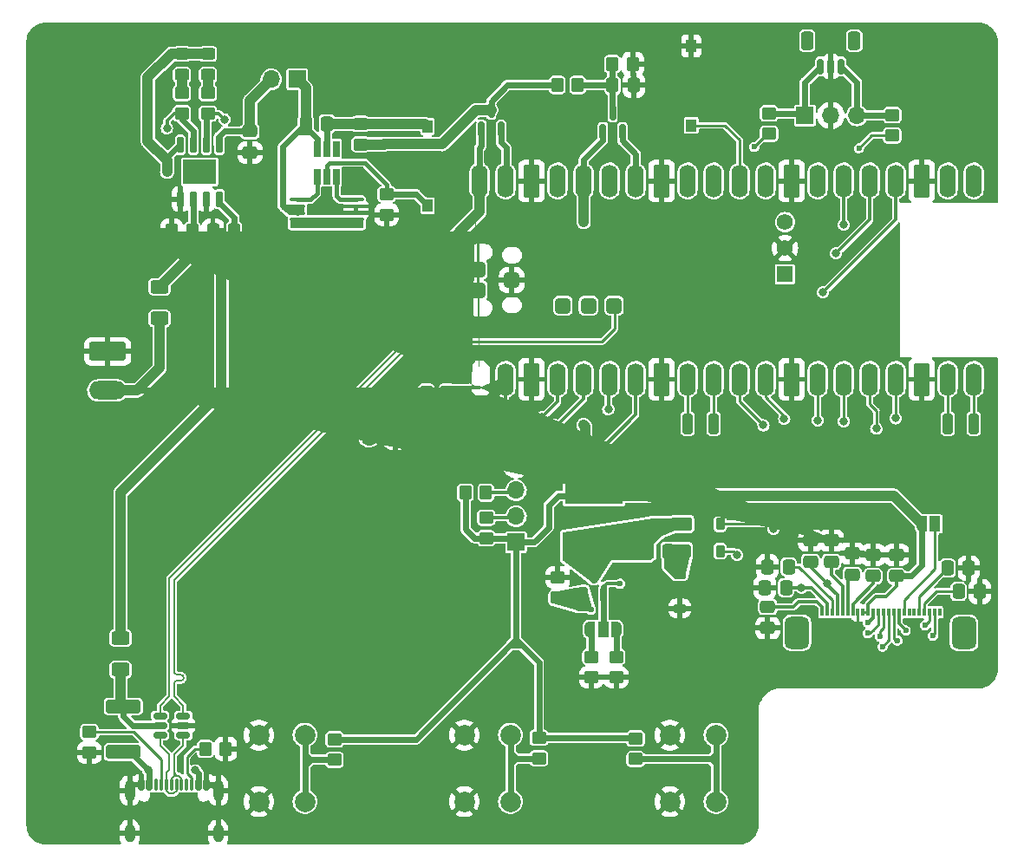
<source format=gtl>
G04 #@! TF.GenerationSoftware,KiCad,Pcbnew,7.0.8*
G04 #@! TF.CreationDate,2023-12-17T13:49:59+01:00*
G04 #@! TF.ProjectId,ePaper_timetable,65506170-6572-45f7-9469-6d657461626c,rev?*
G04 #@! TF.SameCoordinates,Original*
G04 #@! TF.FileFunction,Copper,L1,Top*
G04 #@! TF.FilePolarity,Positive*
%FSLAX46Y46*%
G04 Gerber Fmt 4.6, Leading zero omitted, Abs format (unit mm)*
G04 Created by KiCad (PCBNEW 7.0.8) date 2023-12-17 13:49:59*
%MOMM*%
%LPD*%
G01*
G04 APERTURE LIST*
G04 Aperture macros list*
%AMRoundRect*
0 Rectangle with rounded corners*
0 $1 Rounding radius*
0 $2 $3 $4 $5 $6 $7 $8 $9 X,Y pos of 4 corners*
0 Add a 4 corners polygon primitive as box body*
4,1,4,$2,$3,$4,$5,$6,$7,$8,$9,$2,$3,0*
0 Add four circle primitives for the rounded corners*
1,1,$1+$1,$2,$3*
1,1,$1+$1,$4,$5*
1,1,$1+$1,$6,$7*
1,1,$1+$1,$8,$9*
0 Add four rect primitives between the rounded corners*
20,1,$1+$1,$2,$3,$4,$5,0*
20,1,$1+$1,$4,$5,$6,$7,0*
20,1,$1+$1,$6,$7,$8,$9,0*
20,1,$1+$1,$8,$9,$2,$3,0*%
%AMFreePoly0*
4,1,58,1.881242,0.792533,1.914585,0.788777,1.924216,0.782725,1.935306,0.780194,1.961541,0.759271,1.989950,0.741421,2.341421,0.389950,2.359271,0.361541,2.380194,0.335306,2.382725,0.324216,2.388777,0.314585,2.392533,0.281242,2.400000,0.248529,2.400000,-0.248529,2.392533,-0.281242,2.388777,-0.314585,2.382725,-0.324216,2.380194,-0.335306,2.359271,-0.361541,2.341421,-0.389950,
1.989950,-0.741421,1.961541,-0.759271,1.935306,-0.780194,1.924216,-0.782725,1.914585,-0.788777,1.881242,-0.792533,1.848529,-0.800000,0.000000,-0.800000,-0.248529,-0.800000,-0.281242,-0.792533,-0.314585,-0.788777,-0.324216,-0.782725,-0.335306,-0.780194,-0.361541,-0.759271,-0.389950,-0.741421,-0.741421,-0.389950,-0.759271,-0.361541,-0.780194,-0.335306,-0.782725,-0.324216,-0.788777,-0.314585,
-0.792533,-0.281242,-0.800000,-0.248529,-0.800000,0.248529,-0.792533,0.281242,-0.788777,0.314585,-0.782725,0.324216,-0.780194,0.335306,-0.759271,0.361541,-0.741421,0.389950,-0.389950,0.741421,-0.361541,0.759271,-0.335306,0.780194,-0.324216,0.782725,-0.314585,0.788777,-0.281242,0.792533,-0.248529,0.800000,1.848529,0.800000,1.881242,0.792533,1.881242,0.792533,$1*%
%AMFreePoly1*
4,1,19,0.550000,-0.750000,0.000000,-0.750000,0.000000,-0.744911,-0.071157,-0.744911,-0.207708,-0.704816,-0.327430,-0.627875,-0.420627,-0.520320,-0.479746,-0.390866,-0.500000,-0.250000,-0.500000,0.250000,-0.479746,0.390866,-0.420627,0.520320,-0.327430,0.627875,-0.207708,0.704816,-0.071157,0.744911,0.000000,0.744911,0.000000,0.750000,0.550000,0.750000,0.550000,-0.750000,0.550000,-0.750000,
$1*%
%AMFreePoly2*
4,1,19,0.000000,0.744911,0.071157,0.744911,0.207708,0.704816,0.327430,0.627875,0.420627,0.520320,0.479746,0.390866,0.500000,0.250000,0.500000,-0.250000,0.479746,-0.390866,0.420627,-0.520320,0.327430,-0.627875,0.207708,-0.704816,0.071157,-0.744911,0.000000,-0.744911,0.000000,-0.750000,-0.550000,-0.750000,-0.550000,0.750000,0.000000,0.750000,0.000000,0.744911,0.000000,0.744911,
$1*%
G04 Aperture macros list end*
G04 #@! TA.AperFunction,SMDPad,CuDef*
%ADD10FreePoly0,90.000000*%
G04 #@! TD*
G04 #@! TA.AperFunction,SMDPad,CuDef*
%ADD11O,1.600000X3.200000*%
G04 #@! TD*
G04 #@! TA.AperFunction,SMDPad,CuDef*
%ADD12RoundRect,0.200000X0.600000X-1.400000X0.600000X1.400000X-0.600000X1.400000X-0.600000X-1.400000X0*%
G04 #@! TD*
G04 #@! TA.AperFunction,ComponentPad*
%ADD13R,1.574800X1.574800*%
G04 #@! TD*
G04 #@! TA.AperFunction,ComponentPad*
%ADD14C,1.574800*%
G04 #@! TD*
G04 #@! TA.AperFunction,TestPad*
%ADD15RoundRect,0.300000X0.450000X-0.450000X0.450000X0.450000X-0.450000X0.450000X-0.450000X-0.450000X0*%
G04 #@! TD*
G04 #@! TA.AperFunction,SMDPad,CuDef*
%ADD16RoundRect,0.250000X-0.337500X-0.475000X0.337500X-0.475000X0.337500X0.475000X-0.337500X0.475000X0*%
G04 #@! TD*
G04 #@! TA.AperFunction,SMDPad,CuDef*
%ADD17RoundRect,0.250000X-0.250000X-0.750000X0.250000X-0.750000X0.250000X0.750000X-0.250000X0.750000X0*%
G04 #@! TD*
G04 #@! TA.AperFunction,SMDPad,CuDef*
%ADD18RoundRect,0.250000X-0.450000X0.350000X-0.450000X-0.350000X0.450000X-0.350000X0.450000X0.350000X0*%
G04 #@! TD*
G04 #@! TA.AperFunction,SMDPad,CuDef*
%ADD19RoundRect,0.250000X0.450000X-0.325000X0.450000X0.325000X-0.450000X0.325000X-0.450000X-0.325000X0*%
G04 #@! TD*
G04 #@! TA.AperFunction,SMDPad,CuDef*
%ADD20RoundRect,0.225000X0.375000X-0.225000X0.375000X0.225000X-0.375000X0.225000X-0.375000X-0.225000X0*%
G04 #@! TD*
G04 #@! TA.AperFunction,SMDPad,CuDef*
%ADD21RoundRect,0.250000X-0.475000X0.337500X-0.475000X-0.337500X0.475000X-0.337500X0.475000X0.337500X0*%
G04 #@! TD*
G04 #@! TA.AperFunction,SMDPad,CuDef*
%ADD22RoundRect,0.250000X0.337500X0.475000X-0.337500X0.475000X-0.337500X-0.475000X0.337500X-0.475000X0*%
G04 #@! TD*
G04 #@! TA.AperFunction,SMDPad,CuDef*
%ADD23FreePoly1,0.000000*%
G04 #@! TD*
G04 #@! TA.AperFunction,SMDPad,CuDef*
%ADD24R,1.000000X1.500000*%
G04 #@! TD*
G04 #@! TA.AperFunction,SMDPad,CuDef*
%ADD25FreePoly2,0.000000*%
G04 #@! TD*
G04 #@! TA.AperFunction,SMDPad,CuDef*
%ADD26R,0.300000X0.800000*%
G04 #@! TD*
G04 #@! TA.AperFunction,SMDPad,CuDef*
%ADD27RoundRect,0.599500X-0.599500X-0.978500X0.599500X-0.978500X0.599500X0.978500X-0.599500X0.978500X0*%
G04 #@! TD*
G04 #@! TA.AperFunction,ComponentPad*
%ADD28C,6.400000*%
G04 #@! TD*
G04 #@! TA.AperFunction,SMDPad,CuDef*
%ADD29RoundRect,0.225000X0.225000X0.375000X-0.225000X0.375000X-0.225000X-0.375000X0.225000X-0.375000X0*%
G04 #@! TD*
G04 #@! TA.AperFunction,SMDPad,CuDef*
%ADD30RoundRect,0.250000X0.450000X-0.350000X0.450000X0.350000X-0.450000X0.350000X-0.450000X-0.350000X0*%
G04 #@! TD*
G04 #@! TA.AperFunction,SMDPad,CuDef*
%ADD31R,5.700000X2.410000*%
G04 #@! TD*
G04 #@! TA.AperFunction,SMDPad,CuDef*
%ADD32RoundRect,0.150000X0.150000X-0.587500X0.150000X0.587500X-0.150000X0.587500X-0.150000X-0.587500X0*%
G04 #@! TD*
G04 #@! TA.AperFunction,SMDPad,CuDef*
%ADD33FreePoly1,180.000000*%
G04 #@! TD*
G04 #@! TA.AperFunction,SMDPad,CuDef*
%ADD34FreePoly2,180.000000*%
G04 #@! TD*
G04 #@! TA.AperFunction,SMDPad,CuDef*
%ADD35R,1.000000X1.250000*%
G04 #@! TD*
G04 #@! TA.AperFunction,SMDPad,CuDef*
%ADD36RoundRect,0.250000X-0.350000X-0.450000X0.350000X-0.450000X0.350000X0.450000X-0.350000X0.450000X0*%
G04 #@! TD*
G04 #@! TA.AperFunction,SMDPad,CuDef*
%ADD37RoundRect,0.250000X0.475000X-0.337500X0.475000X0.337500X-0.475000X0.337500X-0.475000X-0.337500X0*%
G04 #@! TD*
G04 #@! TA.AperFunction,ComponentPad*
%ADD38R,1.700000X1.700000*%
G04 #@! TD*
G04 #@! TA.AperFunction,ComponentPad*
%ADD39O,1.700000X1.700000*%
G04 #@! TD*
G04 #@! TA.AperFunction,SMDPad,CuDef*
%ADD40RoundRect,0.250000X0.625000X-0.400000X0.625000X0.400000X-0.625000X0.400000X-0.625000X-0.400000X0*%
G04 #@! TD*
G04 #@! TA.AperFunction,SMDPad,CuDef*
%ADD41RoundRect,0.150000X-0.150000X-0.625000X0.150000X-0.625000X0.150000X0.625000X-0.150000X0.625000X0*%
G04 #@! TD*
G04 #@! TA.AperFunction,SMDPad,CuDef*
%ADD42RoundRect,0.250000X-0.350000X-0.650000X0.350000X-0.650000X0.350000X0.650000X-0.350000X0.650000X0*%
G04 #@! TD*
G04 #@! TA.AperFunction,SMDPad,CuDef*
%ADD43RoundRect,0.150000X-0.150000X-0.425000X0.150000X-0.425000X0.150000X0.425000X-0.150000X0.425000X0*%
G04 #@! TD*
G04 #@! TA.AperFunction,SMDPad,CuDef*
%ADD44RoundRect,0.075000X-0.075000X-0.500000X0.075000X-0.500000X0.075000X0.500000X-0.075000X0.500000X0*%
G04 #@! TD*
G04 #@! TA.AperFunction,ComponentPad*
%ADD45O,1.000000X2.100000*%
G04 #@! TD*
G04 #@! TA.AperFunction,ComponentPad*
%ADD46O,1.000000X1.800000*%
G04 #@! TD*
G04 #@! TA.AperFunction,SMDPad,CuDef*
%ADD47RoundRect,0.225000X-0.225000X-0.375000X0.225000X-0.375000X0.225000X0.375000X-0.225000X0.375000X0*%
G04 #@! TD*
G04 #@! TA.AperFunction,SMDPad,CuDef*
%ADD48RoundRect,0.250000X1.450000X-0.400000X1.450000X0.400000X-1.450000X0.400000X-1.450000X-0.400000X0*%
G04 #@! TD*
G04 #@! TA.AperFunction,SMDPad,CuDef*
%ADD49RoundRect,0.150000X0.512500X0.150000X-0.512500X0.150000X-0.512500X-0.150000X0.512500X-0.150000X0*%
G04 #@! TD*
G04 #@! TA.AperFunction,SMDPad,CuDef*
%ADD50R,0.650000X1.560000*%
G04 #@! TD*
G04 #@! TA.AperFunction,SMDPad,CuDef*
%ADD51RoundRect,0.250000X0.350000X0.450000X-0.350000X0.450000X-0.350000X-0.450000X0.350000X-0.450000X0*%
G04 #@! TD*
G04 #@! TA.AperFunction,SMDPad,CuDef*
%ADD52RoundRect,0.100000X0.637500X0.100000X-0.637500X0.100000X-0.637500X-0.100000X0.637500X-0.100000X0*%
G04 #@! TD*
G04 #@! TA.AperFunction,SMDPad,CuDef*
%ADD53RoundRect,0.150000X0.150000X-0.650000X0.150000X0.650000X-0.150000X0.650000X-0.150000X-0.650000X0*%
G04 #@! TD*
G04 #@! TA.AperFunction,SMDPad,CuDef*
%ADD54R,3.200000X2.400000*%
G04 #@! TD*
G04 #@! TA.AperFunction,ComponentPad*
%ADD55RoundRect,0.250000X-1.550000X0.650000X-1.550000X-0.650000X1.550000X-0.650000X1.550000X0.650000X0*%
G04 #@! TD*
G04 #@! TA.AperFunction,ComponentPad*
%ADD56O,3.600000X1.800000*%
G04 #@! TD*
G04 #@! TA.AperFunction,ComponentPad*
%ADD57C,2.000000*%
G04 #@! TD*
G04 #@! TA.AperFunction,ViaPad*
%ADD58C,0.800000*%
G04 #@! TD*
G04 #@! TA.AperFunction,ViaPad*
%ADD59C,0.600000*%
G04 #@! TD*
G04 #@! TA.AperFunction,ViaPad*
%ADD60C,1.000000*%
G04 #@! TD*
G04 #@! TA.AperFunction,Conductor*
%ADD61C,0.600000*%
G04 #@! TD*
G04 #@! TA.AperFunction,Conductor*
%ADD62C,0.250000*%
G04 #@! TD*
G04 #@! TA.AperFunction,Conductor*
%ADD63C,0.300000*%
G04 #@! TD*
G04 #@! TA.AperFunction,Conductor*
%ADD64C,1.000000*%
G04 #@! TD*
G04 #@! TA.AperFunction,Conductor*
%ADD65C,0.400000*%
G04 #@! TD*
G04 #@! TA.AperFunction,Conductor*
%ADD66C,0.500000*%
G04 #@! TD*
G04 #@! TA.AperFunction,Conductor*
%ADD67C,0.200000*%
G04 #@! TD*
G04 APERTURE END LIST*
D10*
X111760000Y-115214000D03*
D11*
X114300000Y-114414000D03*
D12*
X116840000Y-114414000D03*
D11*
X119380000Y-114414000D03*
X121920000Y-114414000D03*
X124460000Y-114414000D03*
X127000000Y-114414000D03*
D12*
X129540000Y-114414000D03*
D11*
X132080000Y-114414000D03*
X134620000Y-114414000D03*
X137160000Y-114414000D03*
X139700000Y-114414000D03*
D12*
X142240000Y-114414000D03*
D11*
X144780000Y-114414000D03*
X147320000Y-114414000D03*
X149860000Y-114414000D03*
X152400000Y-114414000D03*
D12*
X154940000Y-114414000D03*
D11*
X157480000Y-114414000D03*
X160020000Y-114414000D03*
X160020000Y-95034000D03*
X157480000Y-95034000D03*
D12*
X154940000Y-95034000D03*
D11*
X152400000Y-95034000D03*
X149860000Y-95034000D03*
X147320000Y-95034000D03*
X144780000Y-95034000D03*
D12*
X142240000Y-95034000D03*
D11*
X139700000Y-95034000D03*
X137160000Y-95034000D03*
X134620000Y-95034000D03*
X132080000Y-95034000D03*
D12*
X129540000Y-95034000D03*
D11*
X127000000Y-95034000D03*
X124460000Y-95034000D03*
X121920000Y-95034000D03*
X119380000Y-95034000D03*
D12*
X116840000Y-95034000D03*
D11*
X114300000Y-95034000D03*
X111760000Y-95034000D03*
D13*
X141590000Y-104139800D03*
D14*
X141590000Y-101599800D03*
X141590000Y-99059800D03*
D15*
X114890000Y-104724000D03*
X111590000Y-103724000D03*
X111590000Y-105724000D03*
X119890000Y-107224000D03*
X122390000Y-107224000D03*
X124890000Y-107224000D03*
D16*
X139871037Y-132715000D03*
X141946037Y-132715000D03*
D17*
X160020000Y-118745000D03*
D18*
X82691750Y-86448000D03*
X82691750Y-88448000D03*
X140030200Y-88433400D03*
X140030200Y-90433400D03*
D19*
X85231750Y-84679000D03*
X85231750Y-82629000D03*
D20*
X131318000Y-136778000D03*
X131318000Y-133478000D03*
D21*
X144083537Y-130153500D03*
X144083537Y-132228500D03*
D22*
X130218000Y-131191000D03*
X128143000Y-131191000D03*
D23*
X154940000Y-128524000D03*
D24*
X156240000Y-128524000D03*
D25*
X157540000Y-128524000D03*
D26*
X156703537Y-137160000D03*
X156203537Y-137160000D03*
X155703537Y-137160000D03*
X155203537Y-137160000D03*
X154703537Y-137160000D03*
X154203537Y-137160000D03*
X153703537Y-137160000D03*
X153203537Y-137160000D03*
X152703537Y-137160000D03*
X152203537Y-137160000D03*
X151703537Y-137160000D03*
X151203537Y-137160000D03*
X150703537Y-137160000D03*
X150203537Y-137160000D03*
X149703537Y-137160000D03*
X149203537Y-137160000D03*
X148703537Y-137160000D03*
X148203537Y-137160000D03*
X147703537Y-137160000D03*
X147203537Y-137160000D03*
X146703537Y-137160000D03*
X146203537Y-137160000D03*
X145703537Y-137160000D03*
X145203537Y-137160000D03*
D27*
X142742537Y-139138000D03*
X159069537Y-139192000D03*
D28*
X158750000Y-83185000D03*
D18*
X97586800Y-149571200D03*
X97586800Y-151571200D03*
D19*
X82691750Y-84679000D03*
X82691750Y-82629000D03*
D16*
X85718250Y-99910000D03*
X87793250Y-99910000D03*
D29*
X135254000Y-128524000D03*
X131954000Y-128524000D03*
D17*
X107543600Y-112064800D03*
D28*
X71120000Y-83185000D03*
D30*
X119380000Y-135747000D03*
X119380000Y-133747000D03*
D31*
X122936000Y-125411000D03*
X122936000Y-130621000D03*
D32*
X121986000Y-135430500D03*
X123886000Y-135430500D03*
X122936000Y-133555500D03*
D33*
X125125000Y-138829000D03*
D24*
X123825000Y-138829000D03*
D34*
X122525000Y-138829000D03*
D35*
X132435600Y-89614200D03*
X132435600Y-81864200D03*
D18*
X100137000Y-89471000D03*
X100137000Y-91471000D03*
D36*
X110506000Y-119380000D03*
X112506000Y-119380000D03*
D17*
X134620000Y-118745000D03*
D21*
X152465537Y-131550500D03*
X152465537Y-133625500D03*
D16*
X119972000Y-121920000D03*
X122047000Y-121920000D03*
D37*
X139892537Y-138705500D03*
X139892537Y-136630500D03*
D17*
X157480000Y-118745000D03*
D18*
X112395000Y-127921000D03*
X112395000Y-129921000D03*
D32*
X123799600Y-90220800D03*
X125699600Y-90220800D03*
X124749600Y-88345800D03*
D18*
X152044400Y-88601800D03*
X152044400Y-90601800D03*
D28*
X134620000Y-142240000D03*
D38*
X106045000Y-120015000D03*
D39*
X103505000Y-120015000D03*
X100965000Y-120015000D03*
D36*
X106569000Y-115697000D03*
X108569000Y-115697000D03*
D40*
X80518000Y-108458000D03*
X80518000Y-105358000D03*
D36*
X124730000Y-83616800D03*
X126730000Y-83616800D03*
D17*
X132080000Y-118745000D03*
D38*
X143525000Y-88646000D03*
D39*
X146065000Y-88646000D03*
X148605000Y-88646000D03*
D21*
X150179537Y-131550500D03*
X150179537Y-133625500D03*
D18*
X85231750Y-86464000D03*
X85231750Y-88464000D03*
X102677000Y-96329000D03*
X102677000Y-98329000D03*
D41*
X145050000Y-83875000D03*
X146050000Y-83875000D03*
X147050000Y-83875000D03*
D42*
X143750000Y-81350000D03*
X148350000Y-81350000D03*
D35*
X106680000Y-89718800D03*
X106680000Y-97468800D03*
D16*
X94781500Y-89455000D03*
X96856500Y-89455000D03*
X139617037Y-134747000D03*
X141692037Y-134747000D03*
D21*
X148147537Y-131423500D03*
X148147537Y-133498500D03*
D38*
X93960000Y-85115000D03*
D39*
X91420000Y-85115000D03*
D22*
X126818300Y-85699600D03*
X124743300Y-85699600D03*
D21*
X146115537Y-130153500D03*
X146115537Y-132228500D03*
D37*
X89342000Y-92270500D03*
X89342000Y-90195500D03*
D43*
X78715000Y-153995000D03*
X79515000Y-153995000D03*
D44*
X80665000Y-153995000D03*
X81665000Y-153995000D03*
X82165000Y-153995000D03*
X83165000Y-153995000D03*
D43*
X84315000Y-153995000D03*
X85115000Y-153995000D03*
X85115000Y-153995000D03*
X84315000Y-153995000D03*
D44*
X83665000Y-153995000D03*
X82665000Y-153995000D03*
X81165000Y-153995000D03*
X80165000Y-153995000D03*
D43*
X79515000Y-153995000D03*
X78715000Y-153995000D03*
D45*
X77595000Y-154570000D03*
D46*
X77595000Y-158750000D03*
D45*
X86235000Y-154570000D03*
D46*
X86235000Y-158750000D03*
D36*
X119345200Y-85674200D03*
X121345200Y-85674200D03*
D47*
X131954000Y-131191000D03*
X135254000Y-131191000D03*
D18*
X125095000Y-141512000D03*
X125095000Y-143512000D03*
D36*
X84979000Y-150495000D03*
X86979000Y-150495000D03*
D48*
X76962000Y-150815000D03*
X76962000Y-146365000D03*
D49*
X82829500Y-149162000D03*
X82829500Y-148212000D03*
X82829500Y-147262000D03*
X80554500Y-147262000D03*
X80554500Y-148212000D03*
X80554500Y-149162000D03*
D22*
X159533500Y-132842000D03*
X157458500Y-132842000D03*
D28*
X71120000Y-156210000D03*
D50*
X95885000Y-94615000D03*
X96835000Y-94615000D03*
X97785000Y-94615000D03*
X97785000Y-91915000D03*
X96835000Y-91915000D03*
X95885000Y-91915000D03*
D51*
X112379000Y-125476000D03*
X110379000Y-125476000D03*
D52*
X99697500Y-98812000D03*
X99697500Y-98162000D03*
X99697500Y-97512000D03*
X99697500Y-96862000D03*
X93972500Y-96862000D03*
X93972500Y-97512000D03*
X93972500Y-98162000D03*
X93972500Y-98812000D03*
D40*
X76708000Y-142774000D03*
X76708000Y-139674000D03*
D18*
X73660000Y-148860000D03*
X73660000Y-150860000D03*
D38*
X115316000Y-130326000D03*
D39*
X115316000Y-127786000D03*
X115316000Y-125246000D03*
X115316000Y-122706000D03*
D53*
X82526750Y-96810000D03*
X83796750Y-96810000D03*
X85066750Y-96810000D03*
X86336750Y-96810000D03*
X86336750Y-91510000D03*
X85066750Y-91510000D03*
X83796750Y-91510000D03*
X82526750Y-91510000D03*
D54*
X84431750Y-94160000D03*
D18*
X117551200Y-149418800D03*
X117551200Y-151418800D03*
D30*
X122682000Y-143512000D03*
X122682000Y-141512000D03*
D51*
X83691750Y-99910000D03*
X81691750Y-99910000D03*
D55*
X75438000Y-111688000D03*
D56*
X75438000Y-115498000D03*
D18*
X127000000Y-149495000D03*
X127000000Y-151495000D03*
D32*
X111949000Y-89992000D03*
X113849000Y-89992000D03*
X112899000Y-88117000D03*
D22*
X160615037Y-135128000D03*
X158540037Y-135128000D03*
D57*
X110272000Y-149150000D03*
X110272000Y-155650000D03*
X114772000Y-149150000D03*
X114772000Y-155650000D03*
X130338000Y-149150000D03*
X130338000Y-155650000D03*
X134838000Y-149150000D03*
X134838000Y-155650000D03*
X90206000Y-149150000D03*
X90206000Y-155650000D03*
X94706000Y-149150000D03*
X94706000Y-155650000D03*
D58*
X87833200Y-156591000D03*
X85090000Y-133350000D03*
X75869800Y-153136600D03*
X87630000Y-146050000D03*
X142646400Y-128447800D03*
X129844800Y-117729000D03*
X153670000Y-120650000D03*
X85013800Y-98399600D03*
X147447000Y-110490000D03*
X161772600Y-137261600D03*
X89535000Y-106045000D03*
X102870000Y-144780000D03*
X138404600Y-130175000D03*
X89535000Y-110490000D03*
X129184400Y-141097000D03*
X146380200Y-140284200D03*
X158750000Y-126695200D03*
X139827000Y-109220000D03*
X128143000Y-111709200D03*
X76835000Y-121285000D03*
X154381200Y-92100400D03*
X79375000Y-135255000D03*
X104013000Y-104140000D03*
X84455000Y-141605000D03*
X145135600Y-128524000D03*
X78486000Y-110134400D03*
X84632800Y-147269200D03*
X132384800Y-152958800D03*
X79959200Y-98501200D03*
X134213600Y-81737200D03*
X154559000Y-125349000D03*
X90601800Y-95910400D03*
X130911600Y-111760000D03*
X142240000Y-106680000D03*
X145491200Y-139141200D03*
X138709400Y-121005600D03*
X159588200Y-122580400D03*
X72059800Y-152120600D03*
X72593200Y-113588800D03*
X124460000Y-101600000D03*
X104140000Y-153492200D03*
X71805800Y-149606000D03*
X124460000Y-104267000D03*
X126085600Y-145491200D03*
X116967000Y-105918000D03*
X100025200Y-138328400D03*
X123875800Y-145440400D03*
X79375000Y-126365000D03*
X150368000Y-82169000D03*
X97688400Y-83108800D03*
X104089200Y-122428000D03*
X140614400Y-123063000D03*
X141732000Y-81280000D03*
X139649200Y-101625400D03*
X92456000Y-152400000D03*
X102997000Y-109220000D03*
X116763800Y-103124000D03*
X117500400Y-123850400D03*
X128422400Y-97840800D03*
X87630000Y-118745000D03*
X106553000Y-106680000D03*
X73660000Y-130810000D03*
X73660000Y-126365000D03*
X133477000Y-124460000D03*
X89535000Y-122555000D03*
X97790000Y-104140000D03*
X73660000Y-135255000D03*
X157353000Y-130810000D03*
X148717000Y-107950000D03*
X89535000Y-114935000D03*
X101904800Y-93040200D03*
X143484600Y-92100400D03*
X95250000Y-133350000D03*
X102362000Y-122351800D03*
X117322600Y-120853200D03*
X118160800Y-131089400D03*
X81915000Y-130175000D03*
X116332000Y-144780000D03*
X72567800Y-109677200D03*
X127203200Y-135712200D03*
X117805200Y-92252800D03*
X80010000Y-118745000D03*
X116763800Y-117170200D03*
X88468200Y-83185000D03*
X95885000Y-139700000D03*
X161747200Y-133121400D03*
X120726200Y-142087600D03*
X89027000Y-129540000D03*
X105918000Y-147320000D03*
X100203000Y-106680000D03*
X83185000Y-122555000D03*
X156235400Y-92202000D03*
X141097000Y-92125800D03*
X160426400Y-142646400D03*
X101625400Y-99999800D03*
X129540000Y-144780000D03*
X118008400Y-97688400D03*
X83820000Y-110490000D03*
X139217400Y-143713200D03*
X113157000Y-140335000D03*
X106680000Y-151130000D03*
X103657400Y-100101400D03*
X147193000Y-91236800D03*
X133731000Y-127381000D03*
X129540000Y-119380000D03*
X127431800Y-120319800D03*
X126492000Y-133121400D03*
X79781400Y-101676200D03*
X110490000Y-137160000D03*
X113030000Y-144780000D03*
X83185000Y-115570000D03*
X113766600Y-121132600D03*
X143738600Y-101574600D03*
X128244600Y-91694000D03*
X119380000Y-101600000D03*
X88188800Y-93827600D03*
X109474000Y-143637000D03*
X115189000Y-111836200D03*
X130860800Y-97840800D03*
X145084800Y-86106000D03*
X120954800Y-144729200D03*
X92710000Y-125857000D03*
X105410000Y-142240000D03*
X112420400Y-152323800D03*
X157124400Y-142290800D03*
X107594400Y-87604600D03*
X94615000Y-146050000D03*
X89204800Y-94640400D03*
X87706200Y-152527000D03*
X136448800Y-123063000D03*
X148717000Y-105410000D03*
X156591000Y-122224800D03*
X118465600Y-111988600D03*
X117983000Y-138430000D03*
X147193000Y-86106000D03*
X116027200Y-97713800D03*
X75819000Y-155930600D03*
X145211800Y-91363800D03*
X96647000Y-97282000D03*
X141859000Y-143637000D03*
X136575800Y-133299200D03*
X153670000Y-123190000D03*
X85725000Y-126365000D03*
X139573000Y-127254000D03*
X118922800Y-89458800D03*
X153543000Y-129667000D03*
X130937000Y-91948000D03*
X116154200Y-92151200D03*
X95885000Y-122555000D03*
X130505200Y-81788000D03*
X119507000Y-104140000D03*
X92760800Y-89382600D03*
X161340800Y-130987800D03*
X122834400Y-154000200D03*
X100838000Y-95351600D03*
X101600000Y-133350000D03*
X92710000Y-119380000D03*
X89763600Y-98044000D03*
X155600400Y-118186200D03*
X83820000Y-106045000D03*
X161290000Y-116840000D03*
X145734537Y-134364087D03*
X140462000Y-129032000D03*
X136906000Y-131572000D03*
X143194537Y-134747000D03*
D59*
X122631200Y-136906000D03*
X156021537Y-139446000D03*
X155259537Y-138430000D03*
X125476000Y-134366000D03*
D58*
X152400000Y-118211600D03*
D59*
X153365200Y-138938000D03*
D58*
X150495000Y-119227600D03*
D59*
X152552400Y-139928600D03*
D58*
X139471400Y-118897400D03*
D59*
X151104600Y-140512800D03*
D58*
X141503400Y-118287800D03*
D59*
X150850600Y-139522200D03*
D58*
X144780000Y-118414800D03*
D59*
X149656800Y-139217400D03*
X149689569Y-138194031D03*
D58*
X147320000Y-118516400D03*
X145288000Y-105918000D03*
X146558000Y-102108000D03*
X147320000Y-99314000D03*
X86868000Y-89027000D03*
X117856000Y-118110000D03*
X81229200Y-89916000D03*
X119126000Y-118872000D03*
X124333000Y-117348000D03*
X123571000Y-121285000D03*
D60*
X121920000Y-99060000D03*
X121920000Y-118872000D03*
X87310000Y-102155000D03*
X86156800Y-102184200D03*
X81268750Y-93052000D03*
X81254600Y-94132400D03*
D59*
X138582400Y-91719400D03*
X148798300Y-91851500D03*
D60*
X102423000Y-91487000D03*
D58*
X84010500Y-152590500D03*
X79375000Y-152527000D03*
D61*
X85660000Y-153995000D02*
X86235000Y-154570000D01*
D62*
X99697500Y-98162000D02*
X99697500Y-97512000D01*
D61*
X85115000Y-153995000D02*
X85660000Y-153995000D01*
D63*
X131318000Y-133478000D02*
X131318000Y-131445000D01*
X131318000Y-131445000D02*
X131064000Y-131191000D01*
X130218000Y-131191000D02*
X131064000Y-131191000D01*
X131064000Y-131191000D02*
X131954000Y-131191000D01*
D64*
X128143000Y-130937000D02*
X128143000Y-131191000D01*
X131954000Y-128524000D02*
X130556000Y-128524000D01*
X128056200Y-129427800D02*
X127853000Y-129631000D01*
X129794000Y-128524000D02*
X128960000Y-128524000D01*
X128143000Y-131191000D02*
X128143000Y-129341000D01*
D61*
X122936000Y-133555500D02*
X122936000Y-130266000D01*
D64*
X128143000Y-129341000D02*
X128960000Y-128524000D01*
X129794000Y-128524000D02*
X129794000Y-128651000D01*
X122936000Y-130266000D02*
X127218000Y-130266000D01*
X128143000Y-131191000D02*
X128143000Y-130302000D01*
X127685800Y-130733800D02*
X127853000Y-130566600D01*
X127853000Y-130566600D02*
X127853000Y-129631000D01*
X129794000Y-128651000D02*
X128143000Y-130302000D01*
X127685800Y-130733800D02*
X128143000Y-131191000D01*
X128143000Y-130302000D02*
X128143000Y-129514600D01*
X130556000Y-128524000D02*
X129794000Y-128524000D01*
X128143000Y-129514600D02*
X128056200Y-129427800D01*
X127218000Y-130266000D02*
X127685800Y-130733800D01*
X128960000Y-128524000D02*
X128056200Y-129427800D01*
X127853000Y-129631000D02*
X127218000Y-130266000D01*
D63*
X147203537Y-134565000D02*
X146115537Y-133477000D01*
X147203537Y-137160000D02*
X147203537Y-134565000D01*
X146115537Y-133477000D02*
X146115537Y-132228500D01*
D62*
X135254000Y-128524000D02*
X139954000Y-128524000D01*
D63*
X144083537Y-132713087D02*
X145734537Y-134364087D01*
D62*
X139954000Y-128524000D02*
X140462000Y-129032000D01*
D63*
X145734537Y-134493000D02*
X145734537Y-134364087D01*
X146703537Y-135462000D02*
X145734537Y-134493000D01*
X146703537Y-135462000D02*
X146703537Y-137160000D01*
X144083537Y-132228500D02*
X144083537Y-132713087D01*
D62*
X155203537Y-136261463D02*
X155203537Y-137160000D01*
X158540037Y-135128000D02*
X156337000Y-135128000D01*
X156337000Y-135128000D02*
X155203537Y-136261463D01*
X157458500Y-132863500D02*
X157458500Y-132842000D01*
X154703537Y-137160000D02*
X154703537Y-135618463D01*
X154703537Y-135618463D02*
X157458500Y-132863500D01*
X135254000Y-131191000D02*
X136525000Y-131191000D01*
D63*
X141692037Y-134747000D02*
X143194537Y-134747000D01*
X145703537Y-136276752D02*
X145703537Y-137160000D01*
X143194537Y-134747000D02*
X144173785Y-134747000D01*
X144173785Y-134747000D02*
X145703537Y-136276752D01*
D62*
X136525000Y-131191000D02*
X136906000Y-131572000D01*
X141946037Y-132715000D02*
X142940537Y-132715000D01*
X142940537Y-132715000D02*
X146203537Y-135978000D01*
X146203537Y-135978000D02*
X146203537Y-137160000D01*
D63*
X147703537Y-137160000D02*
X147703537Y-133942500D01*
D62*
X147703537Y-133942500D02*
X148147537Y-133498500D01*
D64*
X106432200Y-89471000D02*
X106489691Y-89528491D01*
X100137000Y-89471000D02*
X106432200Y-89471000D01*
D62*
X96835000Y-89476500D02*
X96856500Y-89455000D01*
D64*
X100137000Y-89471000D02*
X96872500Y-89471000D01*
D62*
X96872500Y-89471000D02*
X96856500Y-89455000D01*
D61*
X96835000Y-91915000D02*
X96835000Y-89476500D01*
D64*
X85231750Y-84679000D02*
X85231750Y-86464000D01*
X82691750Y-86448000D02*
X82691750Y-84679000D01*
D62*
X120253000Y-135747000D02*
X119380000Y-135747000D01*
X122631200Y-136906000D02*
X121412000Y-136906000D01*
X121986000Y-136179600D02*
X121986000Y-135430500D01*
X122631200Y-136824800D02*
X121986000Y-136179600D01*
X121412000Y-136906000D02*
X120253000Y-135747000D01*
X156021537Y-139446000D02*
X156203537Y-139264000D01*
X122631200Y-136906000D02*
X122631200Y-136824800D01*
X156203537Y-139264000D02*
X156203537Y-137160000D01*
D63*
X125476000Y-134366000D02*
X124206000Y-134366000D01*
D61*
X123886000Y-134686000D02*
X123886000Y-135430500D01*
D62*
X155259537Y-138430000D02*
X155703537Y-137986000D01*
D61*
X123886000Y-135430500D02*
X123886000Y-138768000D01*
D63*
X124206000Y-134366000D02*
X123886000Y-134686000D01*
D62*
X123886000Y-138768000D02*
X123825000Y-138829000D01*
X155703537Y-137160000D02*
X155703537Y-137986000D01*
D63*
X150179537Y-134366000D02*
X150179537Y-133625500D01*
X148203537Y-137160000D02*
X148203537Y-136342000D01*
X148203537Y-136342000D02*
X150179537Y-134366000D01*
D62*
X153203537Y-135975463D02*
X156240000Y-132939000D01*
X156240000Y-132939000D02*
X156240000Y-128524000D01*
X153203537Y-137160000D02*
X153203537Y-135975463D01*
X152400000Y-118211600D02*
X152400000Y-115214000D01*
D63*
X152703537Y-138276337D02*
X152703537Y-137160000D01*
X153365200Y-138938000D02*
X152703537Y-138276337D01*
D62*
X150495000Y-117475000D02*
X149860000Y-116840000D01*
X152203537Y-137160000D02*
X152203537Y-139732137D01*
X152203537Y-139732137D02*
X152400000Y-139928600D01*
X150495000Y-119227600D02*
X150495000Y-117475000D01*
X152400000Y-139928600D02*
X152552400Y-139928600D01*
X149860000Y-116840000D02*
X149860000Y-115214000D01*
X151703537Y-139913863D02*
X151638000Y-139979400D01*
X139471400Y-118897400D02*
X137160000Y-116586000D01*
X137160000Y-116586000D02*
X137160000Y-115214000D01*
X151703537Y-137160000D02*
X151703537Y-139913863D01*
X151638000Y-139979400D02*
X151104600Y-140512800D01*
X151203537Y-137160000D02*
X151203537Y-138661263D01*
X141503400Y-118287800D02*
X141503400Y-117983000D01*
X151203537Y-138661263D02*
X150850600Y-139014200D01*
X139700000Y-116179600D02*
X139700000Y-115214000D01*
X150850600Y-139014200D02*
X150850600Y-139522200D01*
X141503400Y-117983000D02*
X139700000Y-116179600D01*
X149834600Y-139217400D02*
X149656800Y-139217400D01*
X150179537Y-138887000D02*
X150165000Y-138887000D01*
X150703537Y-137160000D02*
X150703537Y-138363000D01*
X150703537Y-138363000D02*
X150179537Y-138887000D01*
X150165000Y-138887000D02*
X149834600Y-139217400D01*
X144780000Y-118414800D02*
X144780000Y-115214000D01*
D63*
X150203537Y-137704976D02*
X150203537Y-137160000D01*
X149714482Y-138194031D02*
X150203537Y-137704976D01*
D62*
X147320000Y-118516400D02*
X147320000Y-115214000D01*
D63*
X149689569Y-138194031D02*
X149714482Y-138194031D01*
X144718537Y-136144000D02*
X142877037Y-136144000D01*
X142877037Y-136144000D02*
X142390537Y-136630500D01*
X145203537Y-137160000D02*
X145203537Y-136629000D01*
X145203537Y-136629000D02*
X144718537Y-136144000D01*
X142390537Y-136630500D02*
X139892537Y-136630500D01*
D61*
X125125000Y-138829000D02*
X125125000Y-141482000D01*
D62*
X125125000Y-141482000D02*
X125095000Y-141512000D01*
X122525000Y-138829000D02*
X122631200Y-138935200D01*
X122631200Y-141461200D02*
X122682000Y-141512000D01*
D61*
X122631200Y-138935200D02*
X122631200Y-141461200D01*
D65*
X97785000Y-96501000D02*
X97785000Y-94615000D01*
X99697500Y-96862000D02*
X98146000Y-96862000D01*
X98146000Y-96862000D02*
X97785000Y-96501000D01*
X95885000Y-96247000D02*
X95885000Y-94615000D01*
X93972500Y-96862000D02*
X95270000Y-96862000D01*
X95270000Y-96862000D02*
X95885000Y-96247000D01*
D62*
X94740800Y-151571200D02*
X94706000Y-151536400D01*
D61*
X94706000Y-150876000D02*
X94706000Y-151027200D01*
X95250000Y-151571200D02*
X94740800Y-151571200D01*
X94706000Y-150876000D02*
X94706000Y-149150000D01*
D63*
X152400000Y-98806000D02*
X152400000Y-94234000D01*
X145288000Y-105918000D02*
X152400000Y-98806000D01*
D61*
X94706000Y-152146000D02*
X94706000Y-151536400D01*
X97586800Y-151571200D02*
X95250000Y-151571200D01*
X94706000Y-152146000D02*
X94706000Y-152115200D01*
X94706000Y-151536400D02*
X94706000Y-150876000D01*
X94706000Y-155650000D02*
X94706000Y-152146000D01*
X94706000Y-151027200D02*
X95250000Y-151571200D01*
X94706000Y-152115200D02*
X95250000Y-151571200D01*
X114842800Y-151892000D02*
X115316000Y-151418800D01*
X114773200Y-150876000D02*
X115316000Y-151418800D01*
X114772000Y-150876000D02*
X114772000Y-149150000D01*
D63*
X146558000Y-102108000D02*
X149860000Y-98806000D01*
D61*
X115316000Y-151418800D02*
X117551200Y-151418800D01*
X114772000Y-151536400D02*
X114772000Y-150876000D01*
D62*
X114772000Y-151536400D02*
X114889600Y-151418800D01*
D61*
X114889600Y-151418800D02*
X115316000Y-151418800D01*
D63*
X149860000Y-98806000D02*
X149860000Y-94234000D01*
D61*
X114772000Y-151892000D02*
X114842800Y-151892000D01*
X114772000Y-151892000D02*
X114772000Y-151536400D01*
X114772000Y-155650000D02*
X114772000Y-151892000D01*
X114772000Y-150876000D02*
X114773200Y-150876000D01*
X134838000Y-149150000D02*
X134838000Y-151130000D01*
X134838000Y-152146000D02*
X134838000Y-155650000D01*
X134366000Y-151495000D02*
X134727000Y-151495000D01*
X134838000Y-151967000D02*
X134366000Y-151495000D01*
D63*
X134727000Y-151495000D02*
X134838000Y-151384000D01*
D61*
X127000000Y-151495000D02*
X134366000Y-151495000D01*
D63*
X147320000Y-94234000D02*
X147320000Y-99314000D01*
D61*
X134838000Y-151384000D02*
X134838000Y-152146000D01*
X134731000Y-151130000D02*
X134366000Y-151495000D01*
X134838000Y-152146000D02*
X134838000Y-151967000D01*
X134838000Y-151130000D02*
X134838000Y-151384000D01*
X134838000Y-151130000D02*
X134731000Y-151130000D01*
X83796750Y-96810000D02*
X83796750Y-99805000D01*
D62*
X83796750Y-99805000D02*
X83691750Y-99910000D01*
D61*
X102677000Y-96329000D02*
X105540200Y-96329000D01*
D65*
X102677000Y-95361800D02*
X102677000Y-96329000D01*
X96835000Y-93519000D02*
X97089000Y-93265000D01*
D61*
X105540200Y-96329000D02*
X106680000Y-97468800D01*
D65*
X96835000Y-94615000D02*
X96835000Y-93519000D01*
X97089000Y-93265000D02*
X100580200Y-93265000D01*
X100580200Y-93265000D02*
X102677000Y-95361800D01*
D63*
X109052000Y-115214000D02*
X108569000Y-115697000D01*
X111760000Y-115214000D02*
X109052000Y-115214000D01*
X113538000Y-119380000D02*
X112506000Y-119380000D01*
X114300000Y-115214000D02*
X114300000Y-118618000D01*
X114300000Y-118618000D02*
X113538000Y-119380000D01*
X119380000Y-116586000D02*
X117856000Y-118110000D01*
D61*
X85066750Y-91510000D02*
X85066750Y-88629000D01*
D63*
X86868000Y-89027000D02*
X86305000Y-88464000D01*
D62*
X85066750Y-88629000D02*
X85231750Y-88464000D01*
D63*
X119380000Y-115214000D02*
X119380000Y-116586000D01*
X86305000Y-88464000D02*
X85231750Y-88464000D01*
X81229200Y-89128600D02*
X81909800Y-88448000D01*
D61*
X83796750Y-91510000D02*
X83796750Y-90119000D01*
D63*
X81909800Y-88448000D02*
X82691750Y-88448000D01*
X81229200Y-89916000D02*
X81229200Y-89128600D01*
X119126000Y-118872000D02*
X119380000Y-118872000D01*
D61*
X82691750Y-89014000D02*
X82691750Y-88448000D01*
D63*
X121920000Y-116332000D02*
X121920000Y-115214000D01*
X119380000Y-118872000D02*
X121920000Y-116332000D01*
D61*
X83796750Y-90119000D02*
X82691750Y-89014000D01*
D63*
X112395000Y-127921000D02*
X115181000Y-127921000D01*
X124333000Y-117348000D02*
X124333000Y-115341000D01*
X124333000Y-115341000D02*
X124460000Y-115214000D01*
X115181000Y-127921000D02*
X115316000Y-127786000D01*
X115086000Y-125476000D02*
X115316000Y-125246000D01*
X123571000Y-121285000D02*
X127000000Y-117856000D01*
X127000000Y-117856000D02*
X127000000Y-115214000D01*
X112379000Y-125476000D02*
X115086000Y-125476000D01*
D62*
X132080000Y-118745000D02*
X132080000Y-115214000D01*
X134620000Y-115214000D02*
X134620000Y-118745000D01*
X157480000Y-115214000D02*
X157480000Y-118745000D01*
X160020000Y-115214000D02*
X160020000Y-118745000D01*
X135740600Y-89614200D02*
X132435600Y-89614200D01*
X137160000Y-94234000D02*
X137160000Y-91033600D01*
X137160000Y-91033600D02*
X135740600Y-89614200D01*
D61*
X127000000Y-92405200D02*
X127000000Y-94234000D01*
X125699600Y-91104800D02*
X127000000Y-92405200D01*
X125699600Y-90220800D02*
X125699600Y-91104800D01*
D63*
X149703537Y-137160000D02*
X149703537Y-136366000D01*
D64*
X122047000Y-118999000D02*
X122047000Y-121920000D01*
X152182000Y-125766000D02*
X122936000Y-125766000D01*
D61*
X117551200Y-149418800D02*
X126923800Y-149418800D01*
X115887500Y-140398500D02*
X117551200Y-142062200D01*
X118491000Y-128905000D02*
X118491000Y-126746000D01*
D64*
X122047000Y-124877000D02*
X122936000Y-125766000D01*
X122047000Y-121920000D02*
X122047000Y-124877000D01*
D61*
X154940000Y-132588000D02*
X154940000Y-128524000D01*
X117551200Y-142062200D02*
X117551200Y-149418800D01*
X105571800Y-149571200D02*
X114744500Y-140398500D01*
X119471000Y-125766000D02*
X122936000Y-125766000D01*
X126923800Y-149418800D02*
X127000000Y-149495000D01*
X97586800Y-149571200D02*
X105571800Y-149571200D01*
D63*
X151449537Y-135636000D02*
X152465537Y-134620000D01*
D61*
X123799600Y-90220800D02*
X123799600Y-91084400D01*
X114744500Y-140398500D02*
X115316000Y-139827000D01*
X112395000Y-129921000D02*
X114911000Y-129921000D01*
X111252000Y-129921000D02*
X112395000Y-129921000D01*
D64*
X121920000Y-118872000D02*
X122047000Y-118999000D01*
X121920000Y-94234000D02*
X121920000Y-99060000D01*
D61*
X115316000Y-139827000D02*
X115316000Y-130326000D01*
X152465537Y-133625500D02*
X153902500Y-133625500D01*
D62*
X149203537Y-137160000D02*
X149703537Y-137160000D01*
D63*
X152465537Y-134620000D02*
X152465537Y-133625500D01*
D61*
X115316000Y-130326000D02*
X117070000Y-130326000D01*
D63*
X149703537Y-136366000D02*
X150433537Y-135636000D01*
D61*
X117070000Y-130326000D02*
X118491000Y-128905000D01*
X114911000Y-129921000D02*
X115316000Y-130326000D01*
X115887500Y-140398500D02*
X114744500Y-140398500D01*
X110379000Y-125476000D02*
X110379000Y-129048000D01*
X153902500Y-133625500D02*
X154940000Y-132588000D01*
X123799600Y-91084400D02*
X121920000Y-92964000D01*
D63*
X150433537Y-135636000D02*
X151449537Y-135636000D01*
D61*
X118491000Y-126746000D02*
X119471000Y-125766000D01*
X115316000Y-139827000D02*
X115887500Y-140398500D01*
D64*
X154940000Y-128524000D02*
X152182000Y-125766000D01*
D61*
X110379000Y-129048000D02*
X111252000Y-129921000D01*
X121920000Y-92964000D02*
X121920000Y-94234000D01*
X113849000Y-89992000D02*
X113849000Y-91293800D01*
D62*
X114350800Y-94183200D02*
X114300000Y-94234000D01*
D61*
X113849000Y-91293800D02*
X114350800Y-91795600D01*
X114350800Y-91795600D02*
X114350800Y-94183200D01*
D64*
X87793250Y-100975750D02*
X86614000Y-102155000D01*
X89035750Y-102155000D02*
X87858600Y-102155000D01*
X87793250Y-101671750D02*
X87793250Y-100965000D01*
X79363750Y-91147000D02*
X81268750Y-93052000D01*
X86548000Y-103333600D02*
X86680000Y-103333600D01*
X81254600Y-93066150D02*
X81268750Y-93052000D01*
D61*
X111949000Y-91606600D02*
X111709200Y-91846400D01*
X111949000Y-89992000D02*
X111949000Y-91606600D01*
D64*
X86548000Y-115636000D02*
X76708000Y-125476000D01*
X87310000Y-102155000D02*
X86548000Y-102917000D01*
X87793250Y-100965000D02*
X87845750Y-100965000D01*
X83721000Y-102155000D02*
X80518000Y-105358000D01*
X87858600Y-102155000D02*
X87310000Y-102155000D01*
X89035750Y-102155000D02*
X107649000Y-102155000D01*
D61*
X87793250Y-98599000D02*
X87793250Y-99910000D01*
D64*
X86548000Y-103428800D02*
X86548000Y-115636000D01*
X86680000Y-103333600D02*
X87858600Y-102155000D01*
X86548000Y-103333600D02*
X85369400Y-102155000D01*
X86548000Y-103428800D02*
X86548000Y-103333600D01*
D66*
X81268750Y-92768000D02*
X82526750Y-91510000D01*
D64*
X82691750Y-82629000D02*
X81658750Y-82629000D01*
X87845750Y-100965000D02*
X89035750Y-102155000D01*
X107649000Y-102155000D02*
X111760000Y-98044000D01*
D62*
X82691750Y-82629000D02*
X82691750Y-82638000D01*
X81268750Y-93052000D02*
X81268750Y-92768000D01*
D64*
X86614000Y-102155000D02*
X85369400Y-102155000D01*
D62*
X111709200Y-94183200D02*
X111760000Y-94234000D01*
X86388750Y-96862000D02*
X86336750Y-96810000D01*
D64*
X79363750Y-84924000D02*
X79363750Y-91147000D01*
X81254600Y-94132400D02*
X81254600Y-93066150D01*
D61*
X87793250Y-98599000D02*
X86388750Y-97194500D01*
X111709200Y-91846400D02*
X111709200Y-94183200D01*
D64*
X87793250Y-100965000D02*
X87793250Y-100975750D01*
X87310000Y-102155000D02*
X86614000Y-102155000D01*
X86548000Y-102917000D02*
X86548000Y-103428800D01*
D61*
X86388750Y-97194500D02*
X86388750Y-96862000D01*
D64*
X111760000Y-98044000D02*
X111760000Y-94234000D01*
X81658750Y-82629000D02*
X79363750Y-84924000D01*
D62*
X82691750Y-82638000D02*
X82700750Y-82629000D01*
D64*
X76708000Y-125476000D02*
X76708000Y-139674000D01*
X82700750Y-82629000D02*
X85231750Y-82629000D01*
X87793250Y-100965000D02*
X87793250Y-99910000D01*
X85369400Y-102155000D02*
X83721000Y-102155000D01*
D62*
X138582400Y-91719400D02*
X139868400Y-90433400D01*
X139868400Y-90433400D02*
X140030200Y-90433400D01*
X150048000Y-90601800D02*
X152044400Y-90601800D01*
X148798300Y-91851500D02*
X150048000Y-90601800D01*
D67*
X80554500Y-146268249D02*
X81467000Y-145355749D01*
X80554500Y-147262000D02*
X80554500Y-146268249D01*
X81467000Y-133847000D02*
X111590000Y-103724000D01*
X81467000Y-145355749D02*
X81467000Y-133847000D01*
X82217000Y-143845000D02*
X82568341Y-143845000D01*
X81917000Y-142945000D02*
X81917000Y-134033397D01*
X81917000Y-145355749D02*
X81917000Y-144145000D01*
X82568341Y-143245000D02*
X82217000Y-143245000D01*
X82829500Y-147262000D02*
X82829500Y-146268249D01*
X82829500Y-146268249D02*
X81917000Y-145355749D01*
X110226397Y-105724000D02*
X111590000Y-105724000D01*
X81917000Y-134033397D02*
X110226397Y-105724000D01*
X82868300Y-143545000D02*
G75*
G03*
X82568341Y-143245000I-300000J0D01*
G01*
X82568341Y-143845041D02*
G75*
G03*
X82868341Y-143545000I-41J300041D01*
G01*
X82217000Y-143845000D02*
G75*
G03*
X81917000Y-144145000I0J-300000D01*
G01*
X81917000Y-142945000D02*
G75*
G03*
X82217000Y-143245000I300000J0D01*
G01*
D62*
X108864400Y-110744000D02*
X123698000Y-110744000D01*
X107543600Y-112064800D02*
X108864400Y-110744000D01*
X123698000Y-110744000D02*
X124968000Y-109474000D01*
X124968000Y-109474000D02*
X124968000Y-107302000D01*
X124968000Y-107302000D02*
X124890000Y-107224000D01*
D61*
X94930000Y-90217000D02*
X94930000Y-89603500D01*
X95885000Y-90881200D02*
X95220800Y-90217000D01*
X92573000Y-97512000D02*
X92532200Y-97471200D01*
X94930000Y-89603500D02*
X94781500Y-89455000D01*
X94168000Y-90217000D02*
X94093750Y-90142750D01*
D65*
X93972500Y-97512000D02*
X93972500Y-98162000D01*
D64*
X94781500Y-89455000D02*
X94781500Y-85936500D01*
X94781500Y-85936500D02*
X93861750Y-85016750D01*
D61*
X94093750Y-90142750D02*
X94781500Y-89455000D01*
X92532200Y-97471200D02*
X92532200Y-91704300D01*
D62*
X93972500Y-97512000D02*
X92573000Y-97512000D01*
D61*
X94930000Y-90217000D02*
X94168000Y-90217000D01*
X92532200Y-91704300D02*
X94093750Y-90142750D01*
X95885000Y-91915000D02*
X95885000Y-90881200D01*
X95220800Y-90217000D02*
X94930000Y-90217000D01*
X124730000Y-83616800D02*
X124730000Y-85686300D01*
D63*
X124743300Y-88339500D02*
X124749600Y-88345800D01*
D61*
X121345200Y-85674200D02*
X124717900Y-85674200D01*
X124743300Y-85699600D02*
X124743300Y-88339500D01*
D63*
X124730000Y-85686300D02*
X124743300Y-85699600D01*
X124717900Y-85674200D02*
X124743300Y-85699600D01*
D64*
X89342000Y-90195500D02*
X89342000Y-87193000D01*
X100137000Y-91471000D02*
X102407000Y-91471000D01*
D61*
X114274600Y-85877400D02*
X112899000Y-87253000D01*
D64*
X89342000Y-87193000D02*
X91420000Y-85115000D01*
D61*
X114452400Y-85674200D02*
X114274600Y-85852000D01*
X114274600Y-85852000D02*
X114274600Y-85877400D01*
D62*
X86336750Y-91510000D02*
X86294000Y-91467250D01*
D64*
X108077000Y-91440000D02*
X111400000Y-88117000D01*
X111400000Y-88117000D02*
X112899000Y-88117000D01*
D62*
X102407000Y-91471000D02*
X102423000Y-91487000D01*
D61*
X86294000Y-90725000D02*
X86823500Y-90195500D01*
D64*
X102470000Y-91440000D02*
X108077000Y-91440000D01*
D61*
X86823500Y-90195500D02*
X89342000Y-90195500D01*
X119345200Y-85674200D02*
X114452400Y-85674200D01*
X86294000Y-91467250D02*
X86294000Y-90725000D01*
X102470000Y-91440000D02*
X102423000Y-91487000D01*
X112899000Y-87253000D02*
X112899000Y-88117000D01*
X79375000Y-152527000D02*
X77663000Y-150815000D01*
X79515000Y-152667000D02*
X79515000Y-153995000D01*
X84010500Y-152590500D02*
X84315000Y-152895000D01*
X79375000Y-152527000D02*
X79515000Y-152667000D01*
X77663000Y-150815000D02*
X76962000Y-150815000D01*
X84315000Y-152895000D02*
X84315000Y-153995000D01*
X80554500Y-148212000D02*
X77854000Y-148212000D01*
D64*
X76708000Y-146111000D02*
X76708000Y-142774000D01*
D61*
X76962000Y-147320000D02*
X76962000Y-146365000D01*
D64*
X76962000Y-146365000D02*
X76708000Y-146111000D01*
D61*
X77854000Y-148212000D02*
X76962000Y-147320000D01*
D62*
X77994000Y-148860000D02*
X73660000Y-148860000D01*
X80665000Y-153995000D02*
X80665000Y-151531000D01*
X80665000Y-151531000D02*
X77994000Y-148860000D01*
X83185000Y-152874314D02*
X83185000Y-151257000D01*
X83947000Y-150495000D02*
X84979000Y-150495000D01*
X83665000Y-153995000D02*
X83665000Y-153354314D01*
X83665000Y-153354314D02*
X83185000Y-152874314D01*
X83185000Y-151257000D02*
X83947000Y-150495000D01*
D61*
X140030200Y-88433400D02*
X143312400Y-88433400D01*
X143525000Y-88646000D02*
X143525000Y-85400000D01*
X143312400Y-88433400D02*
X143525000Y-88646000D01*
X143525000Y-85400000D02*
X145050000Y-83875000D01*
X148605000Y-88646000D02*
X148605000Y-85430000D01*
X148649200Y-88601800D02*
X148605000Y-88646000D01*
X148605000Y-85430000D02*
X147050000Y-83875000D01*
X152044400Y-88601800D02*
X148649200Y-88601800D01*
D64*
X78304000Y-115498000D02*
X75438000Y-115498000D01*
X78304000Y-115498000D02*
X80518000Y-113284000D01*
X80518000Y-113284000D02*
X80518000Y-108458000D01*
D63*
X110506000Y-119380000D02*
X106680000Y-119380000D01*
X106680000Y-119380000D02*
X106045000Y-120015000D01*
X106569000Y-115697000D02*
X103403400Y-115697000D01*
X103403400Y-115697000D02*
X100965000Y-118135400D01*
X100965000Y-118135400D02*
X100965000Y-120015000D01*
D67*
X82665000Y-153389670D02*
X82395330Y-153120000D01*
X82665000Y-153995000D02*
X82665000Y-153389670D01*
X82829500Y-149162000D02*
X82829500Y-150155751D01*
X82395330Y-153120000D02*
X82200000Y-153120000D01*
X81934670Y-153120000D02*
X81665000Y-153389670D01*
X81665000Y-153389670D02*
X81665000Y-153995000D01*
X81917000Y-152837000D02*
X82200000Y-153120000D01*
X82200000Y-153120000D02*
X81934670Y-153120000D01*
X81917000Y-151068251D02*
X81917000Y-152837000D01*
X82829500Y-150155751D02*
X81917000Y-151068251D01*
X81917000Y-153102330D02*
X81917000Y-152837000D01*
X81934670Y-153120000D02*
X81917000Y-153102330D01*
X80554500Y-149162000D02*
X80554500Y-150155751D01*
X80554500Y-150155751D02*
X81467000Y-151068251D01*
X81434670Y-154870000D02*
X81895330Y-154870000D01*
X81467000Y-152530000D02*
X81165000Y-152832000D01*
X81165000Y-153995000D02*
X81165000Y-154600330D01*
X81165000Y-154600330D02*
X81434670Y-154870000D01*
X81895330Y-154870000D02*
X82165000Y-154600330D01*
X81165000Y-152832000D02*
X81165000Y-153995000D01*
X81467000Y-151068251D02*
X81467000Y-152530000D01*
X82165000Y-154600330D02*
X82165000Y-153995000D01*
D65*
X93972500Y-98812000D02*
X99697500Y-98812000D01*
G04 #@! TA.AperFunction,Conductor*
G36*
X94619039Y-97348685D02*
G01*
X94664794Y-97401489D01*
X94676000Y-97453000D01*
X94676000Y-98221000D01*
X94656315Y-98288039D01*
X94603511Y-98333794D01*
X94552000Y-98345000D01*
X93195497Y-98345000D01*
X93128458Y-98325315D01*
X93118035Y-98317828D01*
X92498182Y-97821945D01*
X92458130Y-97764694D01*
X92455387Y-97694879D01*
X92487961Y-97637438D01*
X92760081Y-97365319D01*
X92821404Y-97331834D01*
X92847762Y-97329000D01*
X94552000Y-97329000D01*
X94619039Y-97348685D01*
G37*
G04 #@! TD.AperFunction*
G04 #@! TA.AperFunction,Conductor*
G36*
X132277039Y-130575685D02*
G01*
X132322794Y-130628489D01*
X132334000Y-130680000D01*
X132334000Y-131558389D01*
X132331047Y-131585288D01*
X131847578Y-133760899D01*
X131813819Y-133822072D01*
X131752347Y-133855283D01*
X131726531Y-133858000D01*
X131318000Y-133858000D01*
X130861362Y-133858000D01*
X130794323Y-133838315D01*
X130773681Y-133821681D01*
X129830319Y-132878319D01*
X129796834Y-132816996D01*
X129794000Y-132790638D01*
X129794000Y-130680000D01*
X129813685Y-130612961D01*
X129866489Y-130567206D01*
X129918000Y-130556000D01*
X132210000Y-130556000D01*
X132277039Y-130575685D01*
G37*
G04 #@! TD.AperFunction*
G04 #@! TA.AperFunction,Conductor*
G36*
X132404039Y-127908685D02*
G01*
X132449794Y-127961489D01*
X132461000Y-128013000D01*
X132461000Y-129035000D01*
X132441315Y-129102039D01*
X132388511Y-129147794D01*
X132337000Y-129159000D01*
X130810000Y-129159000D01*
X130809998Y-129159000D01*
X130809996Y-129159001D01*
X129413001Y-129793998D01*
X128778000Y-130556000D01*
X128778000Y-131759637D01*
X128758315Y-131826676D01*
X128722783Y-131862811D01*
X128428239Y-132059174D01*
X128361540Y-132079982D01*
X128359456Y-132080000D01*
X124587000Y-132080000D01*
X123226647Y-134182363D01*
X123173701Y-134227954D01*
X123122540Y-134239000D01*
X122724326Y-134239000D01*
X122657287Y-134219315D01*
X122648516Y-134213126D01*
X119936180Y-132117230D01*
X119895169Y-132060663D01*
X119888000Y-132019111D01*
X119888000Y-129443510D01*
X119907685Y-129376471D01*
X119960489Y-129330716D01*
X119993514Y-129320896D01*
X128647477Y-128016530D01*
X128654564Y-128015877D01*
X132334000Y-127889000D01*
X132337000Y-127889000D01*
X132404039Y-127908685D01*
G37*
G04 #@! TD.AperFunction*
G04 #@! TA.AperFunction,Conductor*
G36*
X98948942Y-98602113D02*
G01*
X98949078Y-98601185D01*
X99026739Y-98612500D01*
X100267000Y-98612500D01*
X100334039Y-98632185D01*
X100379794Y-98684989D01*
X100391000Y-98736500D01*
X100391000Y-99491000D01*
X100371315Y-99558039D01*
X100318511Y-99603794D01*
X100267000Y-99615000D01*
X93403000Y-99615000D01*
X93335961Y-99595315D01*
X93290206Y-99542511D01*
X93279000Y-99491000D01*
X93279000Y-98736500D01*
X93298685Y-98669461D01*
X93351489Y-98623706D01*
X93403000Y-98612500D01*
X93907768Y-98612500D01*
X93935359Y-98615608D01*
X93938454Y-98616315D01*
X93987061Y-98612672D01*
X93991678Y-98612500D01*
X94643261Y-98612500D01*
X94720922Y-98601185D01*
X94721057Y-98602113D01*
X94741677Y-98599000D01*
X98928323Y-98599000D01*
X98948942Y-98602113D01*
G37*
G04 #@! TD.AperFunction*
G04 #@! TA.AperFunction,Conductor*
G36*
X122196722Y-134741285D02*
G01*
X122242477Y-134794089D01*
X122249446Y-134813462D01*
X122357982Y-135218004D01*
X122779365Y-136788615D01*
X122783600Y-136820747D01*
X122783600Y-136879250D01*
X122763915Y-136946289D01*
X122711111Y-136992044D01*
X122655327Y-137003176D01*
X121324395Y-136957282D01*
X121296870Y-136953210D01*
X118913402Y-136320861D01*
X118853652Y-136284643D01*
X118822968Y-136221872D01*
X118821200Y-136201007D01*
X118821200Y-135285043D01*
X118840885Y-135218004D01*
X118893689Y-135172249D01*
X118926186Y-135162509D01*
X121175562Y-134813468D01*
X121758152Y-134723065D01*
X121777166Y-134721600D01*
X122129683Y-134721600D01*
X122196722Y-134741285D01*
G37*
G04 #@! TD.AperFunction*
G04 #@! TA.AperFunction,Conductor*
G36*
X160529617Y-79575606D02*
G01*
X160763820Y-79590956D01*
X160770241Y-79591802D01*
X160998843Y-79637274D01*
X161005103Y-79638951D01*
X161225807Y-79713870D01*
X161231789Y-79716347D01*
X161337668Y-79768560D01*
X161440837Y-79819438D01*
X161446451Y-79822679D01*
X161640248Y-79952170D01*
X161645387Y-79956113D01*
X161726968Y-80027658D01*
X161820624Y-80109792D01*
X161825207Y-80114375D01*
X161978883Y-80289608D01*
X161982829Y-80294751D01*
X162112320Y-80488548D01*
X162115561Y-80494162D01*
X162218649Y-80703203D01*
X162221129Y-80709192D01*
X162296048Y-80929896D01*
X162297725Y-80936156D01*
X162343197Y-81164758D01*
X162344043Y-81171184D01*
X162359394Y-81405381D01*
X162359500Y-81408620D01*
X162359500Y-97056000D01*
X162340593Y-97114191D01*
X162291093Y-97150155D01*
X162260500Y-97155000D01*
X156047956Y-97155000D01*
X155989765Y-97136093D01*
X155953801Y-97086593D01*
X155953801Y-97025407D01*
X155977952Y-96985996D01*
X156095075Y-96868872D01*
X156183017Y-96723400D01*
X156183020Y-96723392D01*
X156233589Y-96561110D01*
X156233591Y-96561104D01*
X156239999Y-96490581D01*
X156240000Y-96490568D01*
X156240000Y-95884743D01*
X156479500Y-95884743D01*
X156494926Y-96036438D01*
X156555841Y-96230589D01*
X156555842Y-96230590D01*
X156654588Y-96408498D01*
X156654590Y-96408501D01*
X156787129Y-96562890D01*
X156787131Y-96562891D01*
X156787134Y-96562895D01*
X156944996Y-96685090D01*
X156948045Y-96687450D01*
X157008563Y-96717135D01*
X157130729Y-96777060D01*
X157327715Y-96828063D01*
X157530936Y-96838369D01*
X157732071Y-96807556D01*
X157922887Y-96736886D01*
X158095571Y-96629252D01*
X158243053Y-96489059D01*
X158359295Y-96322049D01*
X158439540Y-96135058D01*
X158480500Y-95935741D01*
X158480500Y-95884743D01*
X159019500Y-95884743D01*
X159034926Y-96036438D01*
X159095841Y-96230589D01*
X159095842Y-96230590D01*
X159194588Y-96408498D01*
X159194590Y-96408501D01*
X159327129Y-96562890D01*
X159327131Y-96562891D01*
X159327134Y-96562895D01*
X159484996Y-96685090D01*
X159488045Y-96687450D01*
X159548563Y-96717135D01*
X159670729Y-96777060D01*
X159867715Y-96828063D01*
X160070936Y-96838369D01*
X160272071Y-96807556D01*
X160462887Y-96736886D01*
X160635571Y-96629252D01*
X160783053Y-96489059D01*
X160899295Y-96322049D01*
X160979540Y-96135058D01*
X161020500Y-95935741D01*
X161020500Y-94183258D01*
X161005074Y-94031562D01*
X160944159Y-93837412D01*
X160867113Y-93698601D01*
X160845411Y-93659501D01*
X160845409Y-93659498D01*
X160712870Y-93505109D01*
X160712868Y-93505107D01*
X160712866Y-93505105D01*
X160551958Y-93380552D01*
X160551957Y-93380551D01*
X160551954Y-93380549D01*
X160429420Y-93320444D01*
X160369271Y-93290940D01*
X160172285Y-93239937D01*
X160172283Y-93239936D01*
X160172281Y-93239936D01*
X160018102Y-93232117D01*
X159969064Y-93229631D01*
X159969062Y-93229631D01*
X159969059Y-93229631D01*
X159767932Y-93260443D01*
X159767929Y-93260443D01*
X159767929Y-93260444D01*
X159577113Y-93331114D01*
X159577111Y-93331114D01*
X159577111Y-93331115D01*
X159404432Y-93438745D01*
X159404426Y-93438750D01*
X159256951Y-93578936D01*
X159256942Y-93578946D01*
X159140708Y-93745945D01*
X159140705Y-93745951D01*
X159060460Y-93932940D01*
X159060460Y-93932942D01*
X159019500Y-94132259D01*
X159019500Y-94132262D01*
X159019500Y-95884743D01*
X158480500Y-95884743D01*
X158480500Y-94183258D01*
X158465074Y-94031562D01*
X158404159Y-93837412D01*
X158327113Y-93698601D01*
X158305411Y-93659501D01*
X158305409Y-93659498D01*
X158172870Y-93505109D01*
X158172868Y-93505107D01*
X158172866Y-93505105D01*
X158011958Y-93380552D01*
X158011957Y-93380551D01*
X158011954Y-93380549D01*
X157889420Y-93320444D01*
X157829271Y-93290940D01*
X157632285Y-93239937D01*
X157632283Y-93239936D01*
X157632281Y-93239936D01*
X157478102Y-93232117D01*
X157429064Y-93229631D01*
X157429062Y-93229631D01*
X157429059Y-93229631D01*
X157227932Y-93260443D01*
X157227929Y-93260443D01*
X157227929Y-93260444D01*
X157037113Y-93331114D01*
X157037111Y-93331114D01*
X157037111Y-93331115D01*
X156864432Y-93438745D01*
X156864426Y-93438750D01*
X156716951Y-93578936D01*
X156716942Y-93578946D01*
X156600708Y-93745945D01*
X156600705Y-93745951D01*
X156520460Y-93932940D01*
X156520460Y-93932942D01*
X156479500Y-94132259D01*
X156479500Y-94132262D01*
X156479500Y-95884743D01*
X156240000Y-95884743D01*
X156240000Y-95284001D01*
X156239999Y-95284000D01*
X153640002Y-95284000D01*
X153640001Y-95284001D01*
X153640001Y-96490582D01*
X153646408Y-96561103D01*
X153646410Y-96561109D01*
X153696979Y-96723392D01*
X153696982Y-96723400D01*
X153784924Y-96868872D01*
X153902048Y-96985996D01*
X153929825Y-97040513D01*
X153920254Y-97100945D01*
X153876989Y-97144210D01*
X153832044Y-97155000D01*
X152849500Y-97155000D01*
X152791309Y-97136093D01*
X152755345Y-97086593D01*
X152750500Y-97056000D01*
X152750500Y-96840008D01*
X152769407Y-96781817D01*
X152815116Y-96747170D01*
X152842887Y-96736886D01*
X153015571Y-96629252D01*
X153163053Y-96489059D01*
X153279295Y-96322049D01*
X153359540Y-96135058D01*
X153400500Y-95935741D01*
X153400500Y-94783999D01*
X153640000Y-94783999D01*
X153640001Y-94784000D01*
X154689999Y-94784000D01*
X154690000Y-94783999D01*
X155190000Y-94783999D01*
X155190001Y-94784000D01*
X156239998Y-94784000D01*
X156239999Y-94783999D01*
X156239999Y-93577433D01*
X156239998Y-93577417D01*
X156233591Y-93506896D01*
X156233589Y-93506890D01*
X156183020Y-93344607D01*
X156183017Y-93344599D01*
X156095075Y-93199127D01*
X155974872Y-93078924D01*
X155829400Y-92990982D01*
X155829392Y-92990979D01*
X155667110Y-92940410D01*
X155667104Y-92940408D01*
X155596581Y-92934000D01*
X155190001Y-92934000D01*
X155190000Y-92934001D01*
X155190000Y-94783999D01*
X154690000Y-94783999D01*
X154690000Y-92934001D01*
X154689999Y-92934000D01*
X154283433Y-92934000D01*
X154283417Y-92934001D01*
X154212896Y-92940408D01*
X154212890Y-92940410D01*
X154050607Y-92990979D01*
X154050599Y-92990982D01*
X153905127Y-93078924D01*
X153784924Y-93199127D01*
X153696982Y-93344599D01*
X153696979Y-93344607D01*
X153646410Y-93506889D01*
X153646408Y-93506895D01*
X153640000Y-93577418D01*
X153640000Y-94783999D01*
X153400500Y-94783999D01*
X153400500Y-94183258D01*
X153385074Y-94031562D01*
X153324159Y-93837412D01*
X153247113Y-93698601D01*
X153225411Y-93659501D01*
X153225409Y-93659498D01*
X153092870Y-93505109D01*
X153092868Y-93505107D01*
X153092866Y-93505105D01*
X152931958Y-93380552D01*
X152931957Y-93380551D01*
X152931954Y-93380549D01*
X152809420Y-93320444D01*
X152749271Y-93290940D01*
X152552285Y-93239937D01*
X152552283Y-93239936D01*
X152552281Y-93239936D01*
X152398102Y-93232117D01*
X152349064Y-93229631D01*
X152349062Y-93229631D01*
X152349059Y-93229631D01*
X152147932Y-93260443D01*
X152147929Y-93260443D01*
X152147929Y-93260444D01*
X151957113Y-93331114D01*
X151957111Y-93331114D01*
X151957111Y-93331115D01*
X151784432Y-93438745D01*
X151784426Y-93438750D01*
X151636951Y-93578936D01*
X151636942Y-93578946D01*
X151520708Y-93745945D01*
X151520705Y-93745951D01*
X151440460Y-93932940D01*
X151440460Y-93932942D01*
X151399500Y-94132259D01*
X151399500Y-94132262D01*
X151399500Y-95884743D01*
X151414926Y-96036438D01*
X151475841Y-96230589D01*
X151475842Y-96230590D01*
X151574588Y-96408498D01*
X151574590Y-96408501D01*
X151707129Y-96562890D01*
X151707131Y-96562891D01*
X151707134Y-96562895D01*
X151868042Y-96687448D01*
X151868045Y-96687449D01*
X151868047Y-96687451D01*
X151994098Y-96749281D01*
X152038016Y-96791883D01*
X152049500Y-96838164D01*
X152049500Y-98619809D01*
X152030593Y-98678000D01*
X152020504Y-98689813D01*
X145419724Y-105290592D01*
X145365207Y-105318369D01*
X145336800Y-105318741D01*
X145288003Y-105312318D01*
X145287999Y-105312318D01*
X145131241Y-105332955D01*
X145131233Y-105332957D01*
X144985161Y-105393462D01*
X144985160Y-105393462D01*
X144859723Y-105489713D01*
X144859713Y-105489723D01*
X144763462Y-105615160D01*
X144763462Y-105615161D01*
X144702957Y-105761233D01*
X144702955Y-105761241D01*
X144682318Y-105917999D01*
X144682318Y-105918000D01*
X144702955Y-106074758D01*
X144702957Y-106074766D01*
X144763462Y-106220838D01*
X144763462Y-106220839D01*
X144810000Y-106281488D01*
X144859718Y-106346282D01*
X144985159Y-106442536D01*
X145131238Y-106503044D01*
X145248809Y-106518522D01*
X145287999Y-106523682D01*
X145288000Y-106523682D01*
X145288001Y-106523682D01*
X145319352Y-106519554D01*
X145444762Y-106503044D01*
X145590841Y-106442536D01*
X145716282Y-106346282D01*
X145812536Y-106220841D01*
X145873044Y-106074762D01*
X145893682Y-105918000D01*
X145887257Y-105869199D01*
X145898407Y-105809040D01*
X145915403Y-105786277D01*
X152611996Y-99089683D01*
X152666513Y-99061907D01*
X152726945Y-99071478D01*
X152770210Y-99114743D01*
X152781000Y-99159688D01*
X152781000Y-112268000D01*
X153865825Y-112268000D01*
X153924016Y-112286907D01*
X153959980Y-112336407D01*
X153959980Y-112397593D01*
X153924016Y-112447093D01*
X153917041Y-112451722D01*
X153905129Y-112458922D01*
X153784924Y-112579127D01*
X153696982Y-112724599D01*
X153696979Y-112724607D01*
X153646410Y-112886889D01*
X153646408Y-112886895D01*
X153640000Y-112957418D01*
X153640000Y-114163999D01*
X153640001Y-114164000D01*
X156239998Y-114164000D01*
X156239999Y-114163999D01*
X156239999Y-112957433D01*
X156239998Y-112957417D01*
X156233591Y-112886896D01*
X156233589Y-112886890D01*
X156183020Y-112724607D01*
X156183017Y-112724599D01*
X156095075Y-112579127D01*
X155974870Y-112458922D01*
X155962959Y-112451722D01*
X155922942Y-112405438D01*
X155917772Y-112344471D01*
X155949426Y-112292110D01*
X156005811Y-112268354D01*
X156014175Y-112268000D01*
X162260500Y-112268000D01*
X162318691Y-112286907D01*
X162354655Y-112336407D01*
X162359500Y-112367000D01*
X162359500Y-142746379D01*
X162359394Y-142749618D01*
X162344043Y-142983815D01*
X162343197Y-142990241D01*
X162297725Y-143218843D01*
X162296048Y-143225103D01*
X162221129Y-143445807D01*
X162218649Y-143451796D01*
X162115561Y-143660837D01*
X162112320Y-143666451D01*
X161982829Y-143860248D01*
X161978883Y-143865391D01*
X161825207Y-144040624D01*
X161820624Y-144045207D01*
X161645391Y-144198883D01*
X161640248Y-144202829D01*
X161446451Y-144332320D01*
X161440837Y-144335561D01*
X161231796Y-144438649D01*
X161225807Y-144441129D01*
X161005103Y-144516048D01*
X160998843Y-144517725D01*
X160770241Y-144563197D01*
X160763815Y-144564043D01*
X160547246Y-144578238D01*
X160529616Y-144579394D01*
X160526379Y-144579500D01*
X141263882Y-144579500D01*
X141224000Y-144579500D01*
X141088959Y-144579500D01*
X141088954Y-144579500D01*
X141088947Y-144579501D01*
X140820855Y-144612052D01*
X140820840Y-144612054D01*
X140558615Y-144676687D01*
X140306079Y-144772462D01*
X140066927Y-144897978D01*
X140066926Y-144897979D01*
X139844672Y-145051389D01*
X139844653Y-145051404D01*
X139642503Y-145230493D01*
X139642493Y-145230503D01*
X139463404Y-145432653D01*
X139463389Y-145432672D01*
X139309979Y-145654926D01*
X139309978Y-145654927D01*
X139184462Y-145894079D01*
X139088687Y-146146615D01*
X139024054Y-146408840D01*
X139024052Y-146408855D01*
X138991501Y-146676947D01*
X138991500Y-146676964D01*
X138991500Y-157986379D01*
X138991394Y-157989618D01*
X138976043Y-158223815D01*
X138975197Y-158230241D01*
X138929725Y-158458843D01*
X138928048Y-158465103D01*
X138853129Y-158685807D01*
X138850649Y-158691796D01*
X138747561Y-158900837D01*
X138744320Y-158906451D01*
X138614829Y-159100248D01*
X138610883Y-159105391D01*
X138457207Y-159280624D01*
X138452624Y-159285207D01*
X138277391Y-159438883D01*
X138272248Y-159442829D01*
X138078451Y-159572320D01*
X138072837Y-159575561D01*
X137863796Y-159678649D01*
X137857807Y-159681129D01*
X137637103Y-159756048D01*
X137630843Y-159757725D01*
X137402241Y-159803197D01*
X137395815Y-159804043D01*
X137187920Y-159817670D01*
X137161616Y-159819394D01*
X137158379Y-159819500D01*
X87176918Y-159819500D01*
X87118727Y-159800593D01*
X87082763Y-159751093D01*
X87082763Y-159689907D01*
X87095663Y-159663944D01*
X87113851Y-159637812D01*
X87113857Y-159637801D01*
X87194060Y-159450905D01*
X87194061Y-159450902D01*
X87234999Y-159251696D01*
X87235000Y-159251689D01*
X87235000Y-159000001D01*
X87234999Y-159000000D01*
X86535000Y-159000000D01*
X86535000Y-158500000D01*
X87234999Y-158500000D01*
X87235000Y-158499999D01*
X87235000Y-158299286D01*
X87219581Y-158147664D01*
X87219580Y-158147662D01*
X87158696Y-157953608D01*
X87158695Y-157953607D01*
X87060002Y-157775795D01*
X87059991Y-157775780D01*
X86927525Y-157621474D01*
X86927513Y-157621463D01*
X86766693Y-157496980D01*
X86766691Y-157496979D01*
X86584097Y-157407413D01*
X86485000Y-157381754D01*
X86485000Y-158183889D01*
X86460543Y-158144390D01*
X86371038Y-158076799D01*
X86263160Y-158046105D01*
X86151479Y-158056454D01*
X86051078Y-158106448D01*
X85985000Y-158178930D01*
X85985000Y-157376633D01*
X85984999Y-157376632D01*
X85983059Y-157376930D01*
X85983058Y-157376930D01*
X85792333Y-157447566D01*
X85619735Y-157555147D01*
X85619729Y-157555152D01*
X85472330Y-157695266D01*
X85356148Y-157862187D01*
X85356142Y-157862198D01*
X85275939Y-158049094D01*
X85275938Y-158049097D01*
X85235000Y-158248303D01*
X85235000Y-158499999D01*
X85235001Y-158500000D01*
X85935000Y-158500000D01*
X85935000Y-159000000D01*
X85235001Y-159000000D01*
X85235000Y-159000001D01*
X85235000Y-159200713D01*
X85250418Y-159352335D01*
X85250419Y-159352337D01*
X85311303Y-159546391D01*
X85311304Y-159546392D01*
X85381275Y-159672455D01*
X85392984Y-159732509D01*
X85367157Y-159787977D01*
X85313660Y-159817670D01*
X85294715Y-159819500D01*
X78536918Y-159819500D01*
X78478727Y-159800593D01*
X78442763Y-159751093D01*
X78442763Y-159689907D01*
X78455663Y-159663944D01*
X78473851Y-159637812D01*
X78473857Y-159637801D01*
X78554060Y-159450905D01*
X78554061Y-159450902D01*
X78594999Y-159251696D01*
X78595000Y-159251689D01*
X78595000Y-159000001D01*
X78594999Y-159000000D01*
X77895000Y-159000000D01*
X77895000Y-158500000D01*
X78594999Y-158500000D01*
X78595000Y-158499999D01*
X78595000Y-158299286D01*
X78579581Y-158147664D01*
X78579580Y-158147662D01*
X78518696Y-157953608D01*
X78518695Y-157953607D01*
X78420002Y-157775795D01*
X78419991Y-157775780D01*
X78287525Y-157621474D01*
X78287513Y-157621463D01*
X78126693Y-157496980D01*
X78126691Y-157496979D01*
X77944097Y-157407413D01*
X77845000Y-157381754D01*
X77845000Y-158183889D01*
X77820543Y-158144390D01*
X77731038Y-158076799D01*
X77623160Y-158046105D01*
X77511479Y-158056454D01*
X77411078Y-158106448D01*
X77345000Y-158178930D01*
X77345000Y-157376633D01*
X77344999Y-157376632D01*
X77343059Y-157376930D01*
X77343058Y-157376930D01*
X77152333Y-157447566D01*
X76979735Y-157555147D01*
X76979729Y-157555152D01*
X76832330Y-157695266D01*
X76716148Y-157862187D01*
X76716142Y-157862198D01*
X76635939Y-158049094D01*
X76635938Y-158049097D01*
X76595000Y-158248303D01*
X76595000Y-158499999D01*
X76595001Y-158500000D01*
X77295000Y-158500000D01*
X77295000Y-159000000D01*
X76595001Y-159000000D01*
X76595000Y-159000001D01*
X76595000Y-159200713D01*
X76610418Y-159352335D01*
X76610419Y-159352337D01*
X76671303Y-159546391D01*
X76671304Y-159546392D01*
X76741275Y-159672455D01*
X76752984Y-159732509D01*
X76727157Y-159787977D01*
X76673660Y-159817670D01*
X76654715Y-159819500D01*
X69343621Y-159819500D01*
X69340383Y-159819394D01*
X69314080Y-159817670D01*
X69106184Y-159804043D01*
X69099758Y-159803197D01*
X68871156Y-159757725D01*
X68864896Y-159756048D01*
X68644192Y-159681129D01*
X68638203Y-159678649D01*
X68429162Y-159575561D01*
X68423548Y-159572320D01*
X68229751Y-159442829D01*
X68224608Y-159438883D01*
X68125922Y-159352337D01*
X68049372Y-159285204D01*
X68044792Y-159280624D01*
X68026924Y-159260250D01*
X67891113Y-159105387D01*
X67887170Y-159100248D01*
X67757679Y-158906451D01*
X67754438Y-158900837D01*
X67703560Y-158797668D01*
X67651347Y-158691789D01*
X67648870Y-158685807D01*
X67573951Y-158465103D01*
X67572274Y-158458843D01*
X67526802Y-158230241D01*
X67525956Y-158223815D01*
X67520750Y-158144390D01*
X67510606Y-157989617D01*
X67510500Y-157986379D01*
X67510500Y-151259986D01*
X72460001Y-151259986D01*
X72470492Y-151362687D01*
X72470495Y-151362699D01*
X72525643Y-151529124D01*
X72617680Y-151678340D01*
X72741659Y-151802319D01*
X72890875Y-151894356D01*
X73057306Y-151949506D01*
X73160013Y-151959999D01*
X73409998Y-151959999D01*
X73410000Y-151959998D01*
X73910000Y-151959998D01*
X73910001Y-151959999D01*
X74159986Y-151959999D01*
X74262687Y-151949507D01*
X74262699Y-151949504D01*
X74429124Y-151894356D01*
X74578340Y-151802319D01*
X74702319Y-151678340D01*
X74794356Y-151529124D01*
X74849506Y-151362693D01*
X74860000Y-151259987D01*
X74860000Y-151110001D01*
X74859999Y-151110000D01*
X73910001Y-151110000D01*
X73910000Y-151110001D01*
X73910000Y-151959998D01*
X73410000Y-151959998D01*
X73410000Y-151110001D01*
X73409999Y-151110000D01*
X72460002Y-151110000D01*
X72460001Y-151110001D01*
X72460001Y-151259986D01*
X67510500Y-151259986D01*
X67510500Y-150609999D01*
X72460000Y-150609999D01*
X72460001Y-150610000D01*
X74859998Y-150610000D01*
X74859999Y-150609999D01*
X74859999Y-150460013D01*
X74849507Y-150357312D01*
X74849504Y-150357300D01*
X74794356Y-150190875D01*
X74702319Y-150041659D01*
X74578340Y-149917680D01*
X74429125Y-149825643D01*
X74336660Y-149795003D01*
X74287370Y-149758751D01*
X74268803Y-149700451D01*
X74288049Y-149642371D01*
X74317045Y-149617378D01*
X74316913Y-149617199D01*
X74319289Y-149615445D01*
X74321552Y-149613495D01*
X74322871Y-149612796D01*
X74322882Y-149612793D01*
X74432150Y-149532150D01*
X74512793Y-149422882D01*
X74557646Y-149294699D01*
X74558488Y-149285712D01*
X74559470Y-149275255D01*
X74583728Y-149219085D01*
X74636370Y-149187900D01*
X74658037Y-149185500D01*
X77818166Y-149185500D01*
X77876357Y-149204407D01*
X77888170Y-149214496D01*
X78469170Y-149795496D01*
X78496947Y-149850013D01*
X78487376Y-149910445D01*
X78444111Y-149953710D01*
X78399166Y-149964500D01*
X75457725Y-149964500D01*
X75427305Y-149967353D01*
X75427296Y-149967355D01*
X75299116Y-150012207D01*
X75189855Y-150092845D01*
X75189845Y-150092855D01*
X75109207Y-150202116D01*
X75064355Y-150330296D01*
X75064353Y-150330305D01*
X75061500Y-150360725D01*
X75061500Y-151269274D01*
X75064353Y-151299694D01*
X75064355Y-151299703D01*
X75109207Y-151427883D01*
X75189845Y-151537144D01*
X75189847Y-151537146D01*
X75189850Y-151537150D01*
X75189853Y-151537152D01*
X75189855Y-151537154D01*
X75299116Y-151617792D01*
X75299117Y-151617792D01*
X75299118Y-151617793D01*
X75427301Y-151662646D01*
X75457725Y-151665499D01*
X75457727Y-151665500D01*
X75457734Y-151665500D01*
X77764678Y-151665500D01*
X77822869Y-151684407D01*
X77834682Y-151694496D01*
X78761039Y-152620853D01*
X78788816Y-152675370D01*
X78789187Y-152677929D01*
X78789954Y-152683757D01*
X78789956Y-152683762D01*
X78850462Y-152829838D01*
X78850462Y-152829839D01*
X78906894Y-152903382D01*
X78941753Y-152948812D01*
X78944542Y-152952446D01*
X78964966Y-153010122D01*
X78965000Y-153012713D01*
X78965000Y-154146000D01*
X78946093Y-154204191D01*
X78896593Y-154240155D01*
X78866000Y-154245000D01*
X77974000Y-154245000D01*
X77915809Y-154226093D01*
X77895000Y-154197451D01*
X77895000Y-153992198D01*
X77879588Y-153909750D01*
X77875000Y-153902340D01*
X77875000Y-153844000D01*
X77893907Y-153785809D01*
X77943407Y-153749845D01*
X77974000Y-153745000D01*
X78464999Y-153745000D01*
X78465000Y-153744999D01*
X78465000Y-152922703D01*
X78464999Y-152922702D01*
X78462508Y-152922900D01*
X78304798Y-152968719D01*
X78163446Y-153052315D01*
X78163443Y-153052317D01*
X78124471Y-153091288D01*
X78069954Y-153119065D01*
X78010870Y-153110166D01*
X77944097Y-153077413D01*
X77845000Y-153051754D01*
X77845000Y-153853889D01*
X77820543Y-153814390D01*
X77731038Y-153746799D01*
X77623160Y-153716105D01*
X77511479Y-153726454D01*
X77411078Y-153776448D01*
X77345000Y-153848930D01*
X77345000Y-153046633D01*
X77344999Y-153046632D01*
X77343059Y-153046930D01*
X77343058Y-153046930D01*
X77152333Y-153117566D01*
X76979735Y-153225147D01*
X76979729Y-153225152D01*
X76832330Y-153365266D01*
X76716148Y-153532187D01*
X76716142Y-153532198D01*
X76635939Y-153719094D01*
X76635938Y-153719097D01*
X76595000Y-153918303D01*
X76595000Y-154319999D01*
X76595001Y-154320000D01*
X77295000Y-154320000D01*
X77295000Y-154820000D01*
X76595001Y-154820000D01*
X76595000Y-154820001D01*
X76595000Y-155170713D01*
X76610418Y-155322335D01*
X76610419Y-155322337D01*
X76671303Y-155516391D01*
X76671304Y-155516392D01*
X76769997Y-155694204D01*
X76770008Y-155694219D01*
X76902474Y-155848525D01*
X76902486Y-155848536D01*
X77063306Y-155973019D01*
X77063308Y-155973020D01*
X77245902Y-156062586D01*
X77345000Y-156088244D01*
X77345000Y-155286110D01*
X77369457Y-155325610D01*
X77458962Y-155393201D01*
X77566840Y-155423895D01*
X77678521Y-155413546D01*
X77778922Y-155363552D01*
X77845000Y-155291069D01*
X77845000Y-156093365D01*
X77846941Y-156093069D01*
X78037666Y-156022433D01*
X78210264Y-155914852D01*
X78210270Y-155914847D01*
X78357669Y-155774733D01*
X78473851Y-155607812D01*
X78473858Y-155607798D01*
X78499603Y-155547806D01*
X78539925Y-155501787D01*
X78599596Y-155488257D01*
X78650847Y-155508303D01*
X78734767Y-155572698D01*
X78874764Y-155630687D01*
X78987280Y-155645500D01*
X78987281Y-155645500D01*
X79062719Y-155645500D01*
X79062720Y-155645500D01*
X79175236Y-155630687D01*
X79315233Y-155572698D01*
X79435451Y-155480451D01*
X79527698Y-155360233D01*
X79585687Y-155220236D01*
X79605466Y-155070000D01*
X79602546Y-155047824D01*
X79587513Y-154933636D01*
X79585687Y-154919764D01*
X79580558Y-154907383D01*
X79575760Y-154846387D01*
X79607730Y-154794219D01*
X79664258Y-154770805D01*
X79672024Y-154770500D01*
X79698257Y-154770500D01*
X79698260Y-154770500D01*
X79766393Y-154760573D01*
X79845286Y-154722004D01*
X79905866Y-154713434D01*
X79943767Y-154728631D01*
X79982505Y-154754515D01*
X80062867Y-154770500D01*
X80267132Y-154770499D01*
X80347495Y-154754515D01*
X80359996Y-154746161D01*
X80418883Y-154729551D01*
X80470000Y-154746159D01*
X80482505Y-154754515D01*
X80562867Y-154770500D01*
X80767132Y-154770499D01*
X80833160Y-154757366D01*
X80893921Y-154764558D01*
X80936645Y-154802347D01*
X80939081Y-154806282D01*
X80964511Y-154825486D01*
X80969690Y-154829992D01*
X81176106Y-155036407D01*
X81184207Y-155047647D01*
X81185186Y-155046909D01*
X81190714Y-155054230D01*
X81226239Y-155086616D01*
X81227893Y-155088195D01*
X81235617Y-155095918D01*
X81241873Y-155102174D01*
X81244798Y-155104178D01*
X81250175Y-155108437D01*
X81273734Y-155129914D01*
X81273735Y-155129914D01*
X81273737Y-155129916D01*
X81282895Y-155133463D01*
X81303082Y-155144103D01*
X81311189Y-155149657D01*
X81342222Y-155156955D01*
X81348765Y-155158982D01*
X81360735Y-155163619D01*
X81370972Y-155167585D01*
X81378497Y-155170500D01*
X81388322Y-155170500D01*
X81410986Y-155173129D01*
X81420551Y-155175379D01*
X81448315Y-155171506D01*
X81452123Y-155170975D01*
X81458969Y-155170500D01*
X81830166Y-155170500D01*
X81843841Y-155172732D01*
X81844013Y-155171506D01*
X81853094Y-155172772D01*
X81853095Y-155172773D01*
X81853095Y-155172772D01*
X81853096Y-155172773D01*
X81861837Y-155172368D01*
X81901123Y-155170552D01*
X81903400Y-155170500D01*
X81923171Y-155170500D01*
X81923174Y-155170500D01*
X81926667Y-155169846D01*
X81933471Y-155169056D01*
X81965322Y-155167585D01*
X81974306Y-155163617D01*
X81996107Y-155156865D01*
X82005763Y-155155061D01*
X82032873Y-155138274D01*
X82038919Y-155135088D01*
X82068095Y-155122206D01*
X82075039Y-155115260D01*
X82092931Y-155101089D01*
X82101282Y-155095919D01*
X82120495Y-155070474D01*
X82124992Y-155065308D01*
X82174991Y-155015309D01*
X82331405Y-154858894D01*
X82342664Y-154850823D01*
X82341905Y-154849817D01*
X82349221Y-154844291D01*
X82349228Y-154844288D01*
X82381632Y-154808741D01*
X82383186Y-154807113D01*
X82397174Y-154793127D01*
X82397177Y-154793122D01*
X82399126Y-154790776D01*
X82400210Y-154790090D01*
X82400414Y-154789887D01*
X82400459Y-154789932D01*
X82450845Y-154758085D01*
X82494606Y-154756922D01*
X82562867Y-154770500D01*
X82767132Y-154770499D01*
X82847495Y-154754515D01*
X82859996Y-154746161D01*
X82918883Y-154729551D01*
X82970000Y-154746159D01*
X82982505Y-154754515D01*
X83062867Y-154770500D01*
X83267132Y-154770499D01*
X83347495Y-154754515D01*
X83359996Y-154746161D01*
X83418883Y-154729551D01*
X83470000Y-154746159D01*
X83482505Y-154754515D01*
X83562867Y-154770500D01*
X83767132Y-154770499D01*
X83847495Y-154754515D01*
X83886234Y-154728630D01*
X83945119Y-154712022D01*
X83984714Y-154722005D01*
X84063604Y-154760572D01*
X84063605Y-154760572D01*
X84063607Y-154760573D01*
X84131740Y-154770500D01*
X84157976Y-154770500D01*
X84216167Y-154789407D01*
X84252131Y-154838907D01*
X84252131Y-154900093D01*
X84249441Y-154907384D01*
X84244313Y-154919762D01*
X84244312Y-154919767D01*
X84224534Y-155069999D01*
X84224534Y-155070000D01*
X84243553Y-155214469D01*
X84244313Y-155220236D01*
X84302302Y-155360233D01*
X84394549Y-155480451D01*
X84514767Y-155572698D01*
X84654764Y-155630687D01*
X84767280Y-155645500D01*
X84767281Y-155645500D01*
X84842719Y-155645500D01*
X84842720Y-155645500D01*
X84955236Y-155630687D01*
X85095233Y-155572698D01*
X85177582Y-155509508D01*
X85235258Y-155489084D01*
X85293924Y-155506461D01*
X85324410Y-155540005D01*
X85409997Y-155694204D01*
X85410008Y-155694219D01*
X85542474Y-155848525D01*
X85542486Y-155848536D01*
X85703306Y-155973019D01*
X85703308Y-155973020D01*
X85885902Y-156062586D01*
X85985000Y-156088244D01*
X85985000Y-155286110D01*
X86009457Y-155325610D01*
X86098962Y-155393201D01*
X86206840Y-155423895D01*
X86318521Y-155413546D01*
X86418922Y-155363552D01*
X86485000Y-155291069D01*
X86485000Y-156093365D01*
X86486941Y-156093069D01*
X86677666Y-156022433D01*
X86850264Y-155914852D01*
X86850270Y-155914847D01*
X86997669Y-155774733D01*
X87084487Y-155650000D01*
X88700859Y-155650000D01*
X88721386Y-155897736D01*
X88782412Y-156138719D01*
X88882265Y-156366363D01*
X88882270Y-156366372D01*
X88982563Y-156519881D01*
X89680070Y-155822373D01*
X89682884Y-155835915D01*
X89752442Y-155970156D01*
X89855638Y-156080652D01*
X89984819Y-156159209D01*
X90036002Y-156173550D01*
X89335942Y-156873610D01*
X89382768Y-156910054D01*
X89601388Y-157028366D01*
X89836513Y-157109084D01*
X90081706Y-157150000D01*
X90330294Y-157150000D01*
X90575486Y-157109084D01*
X90810611Y-157028366D01*
X91029234Y-156910053D01*
X91029237Y-156910051D01*
X91076056Y-156873610D01*
X90377568Y-156175121D01*
X90494458Y-156124349D01*
X90611739Y-156028934D01*
X90698928Y-155905415D01*
X90729355Y-155819801D01*
X91429435Y-156519881D01*
X91529729Y-156366372D01*
X91529734Y-156366363D01*
X91629587Y-156138719D01*
X91690613Y-155897736D01*
X91711140Y-155650000D01*
X93500357Y-155650000D01*
X93520885Y-155871536D01*
X93581771Y-156085528D01*
X93680942Y-156284689D01*
X93815019Y-156462236D01*
X93979438Y-156612124D01*
X94168599Y-156729247D01*
X94376060Y-156809618D01*
X94594757Y-156850500D01*
X94817243Y-156850500D01*
X95035940Y-156809618D01*
X95243401Y-156729247D01*
X95432562Y-156612124D01*
X95596981Y-156462236D01*
X95731058Y-156284689D01*
X95830229Y-156085528D01*
X95891115Y-155871536D01*
X95911643Y-155650000D01*
X108766859Y-155650000D01*
X108787386Y-155897736D01*
X108848412Y-156138719D01*
X108948265Y-156366363D01*
X108948270Y-156366372D01*
X109048563Y-156519881D01*
X109746070Y-155822373D01*
X109748884Y-155835915D01*
X109818442Y-155970156D01*
X109921638Y-156080652D01*
X110050819Y-156159209D01*
X110102002Y-156173550D01*
X109401942Y-156873610D01*
X109448768Y-156910054D01*
X109667388Y-157028366D01*
X109902513Y-157109084D01*
X110147706Y-157150000D01*
X110396294Y-157150000D01*
X110641486Y-157109084D01*
X110876611Y-157028366D01*
X111095234Y-156910053D01*
X111095237Y-156910051D01*
X111142056Y-156873610D01*
X110443568Y-156175121D01*
X110560458Y-156124349D01*
X110677739Y-156028934D01*
X110764928Y-155905415D01*
X110795355Y-155819801D01*
X111495435Y-156519881D01*
X111595729Y-156366372D01*
X111595734Y-156366363D01*
X111695587Y-156138719D01*
X111756613Y-155897736D01*
X111777140Y-155650000D01*
X113566357Y-155650000D01*
X113586885Y-155871536D01*
X113647771Y-156085528D01*
X113746942Y-156284689D01*
X113881019Y-156462236D01*
X114045438Y-156612124D01*
X114234599Y-156729247D01*
X114442060Y-156809618D01*
X114660757Y-156850500D01*
X114883243Y-156850500D01*
X115101940Y-156809618D01*
X115309401Y-156729247D01*
X115498562Y-156612124D01*
X115662981Y-156462236D01*
X115797058Y-156284689D01*
X115896229Y-156085528D01*
X115957115Y-155871536D01*
X115977643Y-155650000D01*
X128832859Y-155650000D01*
X128853386Y-155897736D01*
X128914412Y-156138719D01*
X129014265Y-156366363D01*
X129014270Y-156366372D01*
X129114563Y-156519881D01*
X129812070Y-155822373D01*
X129814884Y-155835915D01*
X129884442Y-155970156D01*
X129987638Y-156080652D01*
X130116819Y-156159209D01*
X130168002Y-156173550D01*
X129467942Y-156873610D01*
X129514768Y-156910054D01*
X129733388Y-157028366D01*
X129968513Y-157109084D01*
X130213706Y-157150000D01*
X130462294Y-157150000D01*
X130707486Y-157109084D01*
X130942611Y-157028366D01*
X131161234Y-156910053D01*
X131161237Y-156910051D01*
X131208057Y-156873610D01*
X130509568Y-156175121D01*
X130626458Y-156124349D01*
X130743739Y-156028934D01*
X130830928Y-155905415D01*
X130861355Y-155819801D01*
X131561435Y-156519881D01*
X131661729Y-156366372D01*
X131661734Y-156366363D01*
X131761587Y-156138719D01*
X131822613Y-155897736D01*
X131843140Y-155650000D01*
X131822613Y-155402263D01*
X131761587Y-155161280D01*
X131661734Y-154933636D01*
X131661729Y-154933627D01*
X131561435Y-154780117D01*
X130863929Y-155477622D01*
X130861116Y-155464085D01*
X130791558Y-155329844D01*
X130688362Y-155219348D01*
X130559181Y-155140791D01*
X130507994Y-155126449D01*
X131208056Y-154426388D01*
X131161232Y-154389945D01*
X130942611Y-154271633D01*
X130707486Y-154190915D01*
X130462294Y-154150000D01*
X130213706Y-154150000D01*
X129968513Y-154190915D01*
X129733388Y-154271633D01*
X129514765Y-154389947D01*
X129514764Y-154389947D01*
X129467942Y-154426388D01*
X130166432Y-155124878D01*
X130049542Y-155175651D01*
X129932261Y-155271066D01*
X129845072Y-155394585D01*
X129814644Y-155480198D01*
X129114564Y-154780118D01*
X129014268Y-154933632D01*
X128914412Y-155161283D01*
X128853386Y-155402263D01*
X128832859Y-155650000D01*
X115977643Y-155650000D01*
X115957115Y-155428464D01*
X115896229Y-155214472D01*
X115797058Y-155015311D01*
X115662981Y-154837764D01*
X115498562Y-154687876D01*
X115319382Y-154576933D01*
X115279862Y-154530225D01*
X115272500Y-154492762D01*
X115272500Y-152211122D01*
X115291407Y-152152931D01*
X115301496Y-152141118D01*
X115494318Y-151948296D01*
X115548835Y-151920519D01*
X115564322Y-151919300D01*
X116606335Y-151919300D01*
X116664526Y-151938207D01*
X116692818Y-151976248D01*
X116694942Y-151975126D01*
X116698407Y-151981683D01*
X116779045Y-152090944D01*
X116779047Y-152090946D01*
X116779050Y-152090950D01*
X116779053Y-152090952D01*
X116779055Y-152090954D01*
X116888316Y-152171592D01*
X116888317Y-152171592D01*
X116888318Y-152171593D01*
X117016501Y-152216446D01*
X117046925Y-152219299D01*
X117046927Y-152219300D01*
X117046934Y-152219300D01*
X118055473Y-152219300D01*
X118055473Y-152219299D01*
X118085899Y-152216446D01*
X118214082Y-152171593D01*
X118323350Y-152090950D01*
X118403993Y-151981682D01*
X118432829Y-151899274D01*
X126099500Y-151899274D01*
X126102353Y-151929694D01*
X126102355Y-151929703D01*
X126147207Y-152057883D01*
X126227845Y-152167144D01*
X126227847Y-152167146D01*
X126227850Y-152167150D01*
X126227853Y-152167152D01*
X126227855Y-152167154D01*
X126337116Y-152247792D01*
X126337117Y-152247792D01*
X126337118Y-152247793D01*
X126465301Y-152292646D01*
X126495725Y-152295499D01*
X126495727Y-152295500D01*
X126495734Y-152295500D01*
X127504273Y-152295500D01*
X127504273Y-152295499D01*
X127534699Y-152292646D01*
X127662882Y-152247793D01*
X127772150Y-152167150D01*
X127852793Y-152057882D01*
X127852793Y-152057879D01*
X127856258Y-152051326D01*
X127858498Y-152052509D01*
X127888476Y-152013129D01*
X127944865Y-151995500D01*
X134117678Y-151995500D01*
X134175869Y-152014407D01*
X134187682Y-152024496D01*
X134308504Y-152145318D01*
X134336281Y-152199835D01*
X134337500Y-152215322D01*
X134337500Y-154492762D01*
X134318593Y-154550953D01*
X134290618Y-154576932D01*
X134157188Y-154659549D01*
X134111438Y-154687876D01*
X133979771Y-154807907D01*
X133947019Y-154837764D01*
X133931060Y-154858897D01*
X133812943Y-155015309D01*
X133812938Y-155015318D01*
X133732888Y-155176080D01*
X133713771Y-155214472D01*
X133652885Y-155428464D01*
X133632357Y-155650000D01*
X133652885Y-155871536D01*
X133713771Y-156085528D01*
X133812942Y-156284689D01*
X133947019Y-156462236D01*
X134111438Y-156612124D01*
X134300599Y-156729247D01*
X134508060Y-156809618D01*
X134726757Y-156850500D01*
X134949243Y-156850500D01*
X135167940Y-156809618D01*
X135375401Y-156729247D01*
X135564562Y-156612124D01*
X135728981Y-156462236D01*
X135863058Y-156284689D01*
X135962229Y-156085528D01*
X136023115Y-155871536D01*
X136043643Y-155650000D01*
X136023115Y-155428464D01*
X135962229Y-155214472D01*
X135863058Y-155015311D01*
X135728981Y-154837764D01*
X135564562Y-154687876D01*
X135385382Y-154576933D01*
X135345862Y-154530225D01*
X135338500Y-154492762D01*
X135338500Y-152031456D01*
X135340763Y-152010408D01*
X135341743Y-152005903D01*
X135342359Y-152003073D01*
X135338626Y-151950880D01*
X135338500Y-151947347D01*
X135338500Y-150307237D01*
X135357407Y-150249046D01*
X135385381Y-150223067D01*
X135564562Y-150112124D01*
X135728981Y-149962236D01*
X135863058Y-149784689D01*
X135962229Y-149585528D01*
X136023115Y-149371536D01*
X136043643Y-149150000D01*
X136023115Y-148928464D01*
X135962229Y-148714472D01*
X135863058Y-148515311D01*
X135728981Y-148337764D01*
X135564562Y-148187876D01*
X135375401Y-148070753D01*
X135167940Y-147990382D01*
X135167939Y-147990381D01*
X135167937Y-147990381D01*
X134949243Y-147949500D01*
X134726757Y-147949500D01*
X134508062Y-147990381D01*
X134431797Y-148019926D01*
X134300599Y-148070753D01*
X134241724Y-148107207D01*
X134111438Y-148187876D01*
X133947020Y-148337763D01*
X133812943Y-148515309D01*
X133812938Y-148515318D01*
X133713772Y-148714469D01*
X133713771Y-148714472D01*
X133652885Y-148928464D01*
X133632357Y-149150000D01*
X133652885Y-149371536D01*
X133713771Y-149585528D01*
X133812942Y-149784689D01*
X133947019Y-149962236D01*
X134111438Y-150112124D01*
X134290617Y-150223066D01*
X134330138Y-150269774D01*
X134337500Y-150307237D01*
X134337500Y-150774678D01*
X134318593Y-150832869D01*
X134308504Y-150844682D01*
X134187682Y-150965504D01*
X134133165Y-150993281D01*
X134117678Y-150994500D01*
X127944865Y-150994500D01*
X127886674Y-150975593D01*
X127858381Y-150937551D01*
X127856258Y-150938674D01*
X127852792Y-150932116D01*
X127772154Y-150822855D01*
X127772152Y-150822853D01*
X127772150Y-150822850D01*
X127772146Y-150822847D01*
X127772144Y-150822845D01*
X127662883Y-150742207D01*
X127534703Y-150697355D01*
X127534694Y-150697353D01*
X127504274Y-150694500D01*
X127504266Y-150694500D01*
X126495734Y-150694500D01*
X126495725Y-150694500D01*
X126465305Y-150697353D01*
X126465296Y-150697355D01*
X126337116Y-150742207D01*
X126227855Y-150822845D01*
X126227845Y-150822855D01*
X126147207Y-150932116D01*
X126102355Y-151060296D01*
X126102353Y-151060305D01*
X126099500Y-151090725D01*
X126099500Y-151899274D01*
X118432829Y-151899274D01*
X118448846Y-151853499D01*
X118451699Y-151823073D01*
X118451700Y-151823073D01*
X118451700Y-151014527D01*
X118451699Y-151014525D01*
X118449505Y-150991127D01*
X118448846Y-150984101D01*
X118403993Y-150855918D01*
X118398800Y-150848882D01*
X118323354Y-150746655D01*
X118323352Y-150746653D01*
X118323350Y-150746650D01*
X118323346Y-150746647D01*
X118323344Y-150746645D01*
X118214083Y-150666007D01*
X118085903Y-150621155D01*
X118085894Y-150621153D01*
X118055474Y-150618300D01*
X118055466Y-150618300D01*
X117046934Y-150618300D01*
X117046925Y-150618300D01*
X117016505Y-150621153D01*
X117016496Y-150621155D01*
X116888316Y-150666007D01*
X116779055Y-150746645D01*
X116779045Y-150746655D01*
X116698407Y-150855916D01*
X116694942Y-150862474D01*
X116692701Y-150861290D01*
X116662724Y-150900671D01*
X116606335Y-150918300D01*
X115564322Y-150918300D01*
X115506131Y-150899393D01*
X115494318Y-150889304D01*
X115301496Y-150696482D01*
X115273719Y-150641965D01*
X115272500Y-150626478D01*
X115272500Y-150307237D01*
X115291407Y-150249046D01*
X115319381Y-150223067D01*
X115498562Y-150112124D01*
X115662981Y-149962236D01*
X115797058Y-149784689D01*
X115896229Y-149585528D01*
X115957115Y-149371536D01*
X115977643Y-149150000D01*
X115957115Y-148928464D01*
X115896229Y-148714472D01*
X115797058Y-148515311D01*
X115662981Y-148337764D01*
X115498562Y-148187876D01*
X115309401Y-148070753D01*
X115101940Y-147990382D01*
X115101939Y-147990381D01*
X115101937Y-147990381D01*
X114883243Y-147949500D01*
X114660757Y-147949500D01*
X114442062Y-147990381D01*
X114365797Y-148019926D01*
X114234599Y-148070753D01*
X114175724Y-148107207D01*
X114045438Y-148187876D01*
X113881020Y-148337763D01*
X113746943Y-148515309D01*
X113746938Y-148515318D01*
X113647772Y-148714469D01*
X113647771Y-148714472D01*
X113586885Y-148928464D01*
X113566357Y-149150000D01*
X113586885Y-149371536D01*
X113647771Y-149585528D01*
X113746942Y-149784689D01*
X113881019Y-149962236D01*
X114045438Y-150112124D01*
X114224617Y-150223066D01*
X114264138Y-150269774D01*
X114271500Y-150307237D01*
X114271500Y-150817059D01*
X114269238Y-150838101D01*
X114268841Y-150839925D01*
X114268841Y-150839926D01*
X114271374Y-150875341D01*
X114271500Y-150878874D01*
X114271500Y-154492762D01*
X114252593Y-154550953D01*
X114224618Y-154576932D01*
X114091188Y-154659549D01*
X114045438Y-154687876D01*
X113913771Y-154807907D01*
X113881019Y-154837764D01*
X113865060Y-154858897D01*
X113746943Y-155015309D01*
X113746938Y-155015318D01*
X113666888Y-155176080D01*
X113647771Y-155214472D01*
X113586885Y-155428464D01*
X113566357Y-155650000D01*
X111777140Y-155650000D01*
X111756613Y-155402263D01*
X111695587Y-155161280D01*
X111595734Y-154933636D01*
X111595729Y-154933627D01*
X111495435Y-154780117D01*
X110797929Y-155477622D01*
X110795116Y-155464085D01*
X110725558Y-155329844D01*
X110622362Y-155219348D01*
X110493181Y-155140791D01*
X110441994Y-155126449D01*
X111142056Y-154426388D01*
X111095232Y-154389945D01*
X110876611Y-154271633D01*
X110641486Y-154190915D01*
X110396294Y-154150000D01*
X110147706Y-154150000D01*
X109902513Y-154190915D01*
X109667388Y-154271633D01*
X109448765Y-154389947D01*
X109448764Y-154389947D01*
X109401942Y-154426388D01*
X110100432Y-155124878D01*
X109983542Y-155175651D01*
X109866261Y-155271066D01*
X109779072Y-155394585D01*
X109748644Y-155480198D01*
X109048564Y-154780118D01*
X108948268Y-154933632D01*
X108848412Y-155161283D01*
X108787386Y-155402263D01*
X108766859Y-155650000D01*
X95911643Y-155650000D01*
X95891115Y-155428464D01*
X95830229Y-155214472D01*
X95731058Y-155015311D01*
X95596981Y-154837764D01*
X95432562Y-154687876D01*
X95253382Y-154576933D01*
X95213862Y-154530225D01*
X95206500Y-154492762D01*
X95206500Y-152363522D01*
X95225407Y-152305331D01*
X95235496Y-152293518D01*
X95428318Y-152100696D01*
X95482835Y-152072919D01*
X95498322Y-152071700D01*
X96641935Y-152071700D01*
X96700126Y-152090607D01*
X96728418Y-152128648D01*
X96730542Y-152127526D01*
X96734007Y-152134083D01*
X96814645Y-152243344D01*
X96814647Y-152243346D01*
X96814650Y-152243350D01*
X96814653Y-152243352D01*
X96814655Y-152243354D01*
X96923916Y-152323992D01*
X96923917Y-152323992D01*
X96923918Y-152323993D01*
X97052101Y-152368846D01*
X97082525Y-152371699D01*
X97082527Y-152371700D01*
X97082534Y-152371700D01*
X98091073Y-152371700D01*
X98091073Y-152371699D01*
X98121499Y-152368846D01*
X98249682Y-152323993D01*
X98358950Y-152243350D01*
X98439593Y-152134082D01*
X98484446Y-152005899D01*
X98487299Y-151975473D01*
X98487300Y-151975473D01*
X98487300Y-151166927D01*
X98487299Y-151166925D01*
X98486999Y-151163725D01*
X98484446Y-151136501D01*
X98439593Y-151008318D01*
X98432918Y-150999274D01*
X98358954Y-150899055D01*
X98358952Y-150899053D01*
X98358950Y-150899050D01*
X98358946Y-150899047D01*
X98358944Y-150899045D01*
X98249683Y-150818407D01*
X98121503Y-150773555D01*
X98121494Y-150773553D01*
X98091074Y-150770700D01*
X98091066Y-150770700D01*
X97082534Y-150770700D01*
X97082525Y-150770700D01*
X97052105Y-150773553D01*
X97052096Y-150773555D01*
X96923916Y-150818407D01*
X96814655Y-150899045D01*
X96814645Y-150899055D01*
X96734007Y-151008316D01*
X96730542Y-151014874D01*
X96728301Y-151013690D01*
X96698324Y-151053071D01*
X96641935Y-151070700D01*
X95498322Y-151070700D01*
X95440131Y-151051793D01*
X95428318Y-151041704D01*
X95235496Y-150848882D01*
X95207719Y-150794365D01*
X95206500Y-150778878D01*
X95206500Y-150307237D01*
X95225407Y-150249046D01*
X95253381Y-150223067D01*
X95432562Y-150112124D01*
X95582460Y-149975474D01*
X96686300Y-149975474D01*
X96689153Y-150005894D01*
X96689155Y-150005903D01*
X96734007Y-150134083D01*
X96814645Y-150243344D01*
X96814647Y-150243346D01*
X96814650Y-150243350D01*
X96814653Y-150243352D01*
X96814655Y-150243354D01*
X96923916Y-150323992D01*
X96923917Y-150323992D01*
X96923918Y-150323993D01*
X97052101Y-150368846D01*
X97082525Y-150371699D01*
X97082527Y-150371700D01*
X97082534Y-150371700D01*
X98091073Y-150371700D01*
X98091073Y-150371699D01*
X98121499Y-150368846D01*
X98249682Y-150323993D01*
X98358950Y-150243350D01*
X98439593Y-150134082D01*
X98439593Y-150134079D01*
X98443058Y-150127526D01*
X98445298Y-150128709D01*
X98475276Y-150089329D01*
X98531665Y-150071700D01*
X105507344Y-150071700D01*
X105528390Y-150073963D01*
X105529630Y-150074232D01*
X105535727Y-150075559D01*
X105583212Y-150072162D01*
X105587919Y-150071826D01*
X105591452Y-150071700D01*
X105607599Y-150071700D01*
X105623599Y-150069399D01*
X105627072Y-150069024D01*
X105679283Y-150065291D01*
X105686315Y-150062667D01*
X105706822Y-150057433D01*
X105714257Y-150056365D01*
X105761849Y-150034629D01*
X105765095Y-150033284D01*
X105814131Y-150014996D01*
X105820142Y-150010496D01*
X105838349Y-149999692D01*
X105845173Y-149996577D01*
X105884717Y-149962310D01*
X105887442Y-149960114D01*
X105900393Y-149950421D01*
X105911842Y-149938970D01*
X105914379Y-149936608D01*
X105953943Y-149902328D01*
X105958002Y-149896011D01*
X105971277Y-149879535D01*
X106700812Y-149150000D01*
X108766859Y-149150000D01*
X108787386Y-149397736D01*
X108848412Y-149638719D01*
X108948265Y-149866363D01*
X108948270Y-149866372D01*
X109048563Y-150019881D01*
X109746070Y-149322373D01*
X109748884Y-149335915D01*
X109818442Y-149470156D01*
X109921638Y-149580652D01*
X110050819Y-149659209D01*
X110102002Y-149673550D01*
X109401942Y-150373610D01*
X109448768Y-150410054D01*
X109667388Y-150528366D01*
X109902513Y-150609084D01*
X110147706Y-150650000D01*
X110396294Y-150650000D01*
X110641486Y-150609084D01*
X110876611Y-150528366D01*
X111095234Y-150410053D01*
X111095237Y-150410051D01*
X111142056Y-150373610D01*
X110443568Y-149675121D01*
X110560458Y-149624349D01*
X110677739Y-149528934D01*
X110764928Y-149405415D01*
X110795355Y-149319801D01*
X111495435Y-150019881D01*
X111595729Y-149866372D01*
X111595734Y-149866363D01*
X111695587Y-149638719D01*
X111756613Y-149397736D01*
X111777140Y-149150000D01*
X111756613Y-148902263D01*
X111695587Y-148661280D01*
X111595734Y-148433636D01*
X111595729Y-148433627D01*
X111495435Y-148280117D01*
X110797929Y-148977622D01*
X110795116Y-148964085D01*
X110725558Y-148829844D01*
X110622362Y-148719348D01*
X110493181Y-148640791D01*
X110441994Y-148626449D01*
X111142056Y-147926388D01*
X111095232Y-147889945D01*
X110876611Y-147771633D01*
X110641486Y-147690915D01*
X110396294Y-147650000D01*
X110147706Y-147650000D01*
X109902513Y-147690915D01*
X109667388Y-147771633D01*
X109448765Y-147889947D01*
X109448764Y-147889947D01*
X109401942Y-147926388D01*
X110100432Y-148624878D01*
X109983542Y-148675651D01*
X109866261Y-148771066D01*
X109779072Y-148894585D01*
X109748644Y-148980198D01*
X109048564Y-148280118D01*
X108948268Y-148433632D01*
X108848412Y-148661283D01*
X108787386Y-148902263D01*
X108766859Y-149150000D01*
X106700812Y-149150000D01*
X114922818Y-140927996D01*
X114977335Y-140900219D01*
X114992822Y-140899000D01*
X115639178Y-140899000D01*
X115697369Y-140917907D01*
X115709182Y-140927996D01*
X117021704Y-142240518D01*
X117049481Y-142295035D01*
X117050700Y-142310522D01*
X117050700Y-148538942D01*
X117031793Y-148597133D01*
X116984398Y-148632386D01*
X116888317Y-148666007D01*
X116888316Y-148666007D01*
X116779055Y-148746645D01*
X116779045Y-148746655D01*
X116698407Y-148855916D01*
X116653555Y-148984096D01*
X116653553Y-148984105D01*
X116650700Y-149014525D01*
X116650700Y-149823074D01*
X116653553Y-149853494D01*
X116653555Y-149853503D01*
X116698407Y-149981683D01*
X116779045Y-150090944D01*
X116779047Y-150090946D01*
X116779050Y-150090950D01*
X116779053Y-150090952D01*
X116779055Y-150090954D01*
X116888316Y-150171592D01*
X116888317Y-150171592D01*
X116888318Y-150171593D01*
X117016501Y-150216446D01*
X117046925Y-150219299D01*
X117046927Y-150219300D01*
X117046934Y-150219300D01*
X118055473Y-150219300D01*
X118055473Y-150219299D01*
X118085899Y-150216446D01*
X118214082Y-150171593D01*
X118323350Y-150090950D01*
X118403993Y-149981682D01*
X118403993Y-149981679D01*
X118407458Y-149975126D01*
X118409698Y-149976309D01*
X118439676Y-149936929D01*
X118496065Y-149919300D01*
X126028471Y-149919300D01*
X126086662Y-149938207D01*
X126121915Y-149985602D01*
X126147207Y-150057883D01*
X126227845Y-150167144D01*
X126227847Y-150167146D01*
X126227850Y-150167150D01*
X126227853Y-150167152D01*
X126227855Y-150167154D01*
X126337116Y-150247792D01*
X126337117Y-150247792D01*
X126337118Y-150247793D01*
X126465301Y-150292646D01*
X126495725Y-150295499D01*
X126495727Y-150295500D01*
X126495734Y-150295500D01*
X127504273Y-150295500D01*
X127504273Y-150295499D01*
X127534699Y-150292646D01*
X127662882Y-150247793D01*
X127772150Y-150167150D01*
X127852793Y-150057882D01*
X127897646Y-149929699D01*
X127900499Y-149899273D01*
X127900500Y-149899273D01*
X127900500Y-149150000D01*
X128832859Y-149150000D01*
X128853386Y-149397736D01*
X128914412Y-149638719D01*
X129014265Y-149866363D01*
X129014270Y-149866372D01*
X129114563Y-150019881D01*
X129812070Y-149322373D01*
X129814884Y-149335915D01*
X129884442Y-149470156D01*
X129987638Y-149580652D01*
X130116819Y-149659209D01*
X130168002Y-149673550D01*
X129467942Y-150373610D01*
X129514768Y-150410054D01*
X129733388Y-150528366D01*
X129968513Y-150609084D01*
X130213706Y-150650000D01*
X130462294Y-150650000D01*
X130707486Y-150609084D01*
X130942611Y-150528366D01*
X131161234Y-150410053D01*
X131161237Y-150410051D01*
X131208056Y-150373610D01*
X130509568Y-149675121D01*
X130626458Y-149624349D01*
X130743739Y-149528934D01*
X130830928Y-149405415D01*
X130861355Y-149319801D01*
X131561435Y-150019881D01*
X131661729Y-149866372D01*
X131661734Y-149866363D01*
X131761587Y-149638719D01*
X131822613Y-149397736D01*
X131843140Y-149150000D01*
X131822613Y-148902263D01*
X131761587Y-148661280D01*
X131661734Y-148433636D01*
X131661729Y-148433627D01*
X131561435Y-148280117D01*
X130863929Y-148977622D01*
X130861116Y-148964085D01*
X130791558Y-148829844D01*
X130688362Y-148719348D01*
X130559181Y-148640791D01*
X130507994Y-148626449D01*
X131208056Y-147926388D01*
X131161232Y-147889945D01*
X130942611Y-147771633D01*
X130707486Y-147690915D01*
X130462294Y-147650000D01*
X130213706Y-147650000D01*
X129968513Y-147690915D01*
X129733388Y-147771633D01*
X129514765Y-147889947D01*
X129514764Y-147889947D01*
X129467942Y-147926388D01*
X130166432Y-148624878D01*
X130049542Y-148675651D01*
X129932261Y-148771066D01*
X129845072Y-148894585D01*
X129814644Y-148980198D01*
X129114564Y-148280118D01*
X129014268Y-148433632D01*
X128914412Y-148661283D01*
X128853386Y-148902263D01*
X128832859Y-149150000D01*
X127900500Y-149150000D01*
X127900500Y-149090727D01*
X127900499Y-149090725D01*
X127897646Y-149060305D01*
X127897646Y-149060301D01*
X127852793Y-148932118D01*
X127850096Y-148928464D01*
X127772154Y-148822855D01*
X127772152Y-148822853D01*
X127772150Y-148822850D01*
X127772146Y-148822847D01*
X127772144Y-148822845D01*
X127662883Y-148742207D01*
X127534703Y-148697355D01*
X127534694Y-148697353D01*
X127504274Y-148694500D01*
X127504266Y-148694500D01*
X126495734Y-148694500D01*
X126495725Y-148694500D01*
X126465305Y-148697353D01*
X126465296Y-148697355D01*
X126337116Y-148742207D01*
X126227855Y-148822845D01*
X126227850Y-148822850D01*
X126187081Y-148878090D01*
X126137316Y-148913681D01*
X126107428Y-148918300D01*
X118496065Y-148918300D01*
X118437874Y-148899393D01*
X118409581Y-148861351D01*
X118407458Y-148862474D01*
X118403992Y-148855916D01*
X118323354Y-148746655D01*
X118323352Y-148746653D01*
X118323350Y-148746650D01*
X118323346Y-148746647D01*
X118323344Y-148746645D01*
X118214083Y-148666007D01*
X118118002Y-148632386D01*
X118069321Y-148595320D01*
X118051700Y-148538942D01*
X118051700Y-143911986D01*
X121482001Y-143911986D01*
X121492492Y-144014687D01*
X121492495Y-144014699D01*
X121547643Y-144181124D01*
X121639680Y-144330340D01*
X121763659Y-144454319D01*
X121912875Y-144546356D01*
X122079306Y-144601506D01*
X122182013Y-144611999D01*
X122431998Y-144611999D01*
X122432000Y-144611998D01*
X122932000Y-144611998D01*
X122932001Y-144611999D01*
X123181986Y-144611999D01*
X123284687Y-144601507D01*
X123284699Y-144601504D01*
X123451124Y-144546356D01*
X123600340Y-144454319D01*
X123724319Y-144330340D01*
X123804239Y-144200770D01*
X123850880Y-144161168D01*
X123911891Y-144156545D01*
X123963967Y-144188666D01*
X123972761Y-144200770D01*
X124052680Y-144330340D01*
X124176659Y-144454319D01*
X124325875Y-144546356D01*
X124492306Y-144601506D01*
X124595013Y-144611999D01*
X124844998Y-144611999D01*
X124845000Y-144611998D01*
X125345000Y-144611998D01*
X125345001Y-144611999D01*
X125594986Y-144611999D01*
X125697687Y-144601507D01*
X125697699Y-144601504D01*
X125864124Y-144546356D01*
X126013340Y-144454319D01*
X126137319Y-144330340D01*
X126229356Y-144181124D01*
X126284506Y-144014693D01*
X126295000Y-143911987D01*
X126295000Y-143762001D01*
X126294999Y-143762000D01*
X125345001Y-143762000D01*
X125345000Y-143762001D01*
X125345000Y-144611998D01*
X124845000Y-144611998D01*
X124845000Y-143762001D01*
X124844999Y-143762000D01*
X122932001Y-143762000D01*
X122932000Y-143762001D01*
X122932000Y-144611998D01*
X122432000Y-144611998D01*
X122432000Y-143762001D01*
X122431999Y-143762000D01*
X121482002Y-143762000D01*
X121482001Y-143762001D01*
X121482001Y-143911986D01*
X118051700Y-143911986D01*
X118051700Y-142126656D01*
X118053963Y-142105608D01*
X118055559Y-142098273D01*
X118051826Y-142046080D01*
X118051700Y-142042547D01*
X118051700Y-142026401D01*
X118049398Y-142010396D01*
X118049025Y-142006929D01*
X118045291Y-141954717D01*
X118042668Y-141947684D01*
X118037433Y-141927175D01*
X118036365Y-141919743D01*
X118014625Y-141872141D01*
X118013277Y-141868885D01*
X117994996Y-141819870D01*
X117994996Y-141819869D01*
X117990491Y-141813851D01*
X117979695Y-141795654D01*
X117976577Y-141788827D01*
X117976575Y-141788825D01*
X117976575Y-141788824D01*
X117942324Y-141749297D01*
X117940106Y-141746545D01*
X117930422Y-141733609D01*
X117930421Y-141733607D01*
X117918996Y-141722182D01*
X117916587Y-141719594D01*
X117882329Y-141680057D01*
X117882327Y-141680056D01*
X117876010Y-141675996D01*
X117859532Y-141662718D01*
X116286980Y-140090166D01*
X116273699Y-140073683D01*
X116269643Y-140067372D01*
X116269642Y-140067371D01*
X116230113Y-140033119D01*
X116227525Y-140030710D01*
X115845496Y-139648682D01*
X115817719Y-139594165D01*
X115816500Y-139578678D01*
X115816500Y-134146986D01*
X118180001Y-134146986D01*
X118190492Y-134249687D01*
X118190495Y-134249699D01*
X118245643Y-134416124D01*
X118337680Y-134565340D01*
X118461659Y-134689319D01*
X118610875Y-134781356D01*
X118694263Y-134808988D01*
X118743553Y-134845239D01*
X118762121Y-134903539D01*
X118742876Y-134961618D01*
X118727956Y-134977781D01*
X118689448Y-135011149D01*
X118673568Y-135024910D01*
X118673561Y-135024916D01*
X118673535Y-135024941D01*
X118674446Y-135023999D01*
X118662070Y-135034832D01*
X118607853Y-135074847D01*
X118607845Y-135074855D01*
X118527207Y-135184116D01*
X118482355Y-135312296D01*
X118482353Y-135312305D01*
X118479500Y-135342725D01*
X118479500Y-136151274D01*
X118482353Y-136181694D01*
X118482355Y-136181703D01*
X118527207Y-136309883D01*
X118607845Y-136419144D01*
X118607847Y-136419146D01*
X118607850Y-136419150D01*
X118717118Y-136499793D01*
X118717121Y-136499794D01*
X118717285Y-136499915D01*
X118721090Y-136503048D01*
X118721203Y-136503132D01*
X118721207Y-136503134D01*
X118721210Y-136503137D01*
X118780960Y-136539355D01*
X118847883Y-136567817D01*
X121238296Y-137202009D01*
X121238304Y-137202011D01*
X121252373Y-137204909D01*
X121252369Y-137204908D01*
X121258098Y-137205755D01*
X121269129Y-137207386D01*
X121290387Y-137214794D01*
X121290813Y-137213625D01*
X121298952Y-137216586D01*
X121298955Y-137216588D01*
X121339351Y-137223710D01*
X121343552Y-137224641D01*
X121383194Y-137235264D01*
X121424078Y-137231687D01*
X121428378Y-137231500D01*
X121862814Y-137231500D01*
X122219805Y-137243809D01*
X122277309Y-137264710D01*
X122291212Y-137277918D01*
X122300072Y-137288143D01*
X122421147Y-137365953D01*
X122527603Y-137397211D01*
X122559235Y-137406499D01*
X122559236Y-137406499D01*
X122559239Y-137406500D01*
X122559241Y-137406500D01*
X122703159Y-137406500D01*
X122703161Y-137406500D01*
X122841253Y-137365953D01*
X122962328Y-137288143D01*
X123056577Y-137179373D01*
X123116365Y-137048457D01*
X123128135Y-136966592D01*
X123136847Y-136906002D01*
X123136847Y-136905997D01*
X123116365Y-136763543D01*
X123056577Y-136632627D01*
X122992494Y-136558671D01*
X122971698Y-136519497D01*
X122494842Y-134742121D01*
X122493391Y-134737492D01*
X122491664Y-134731980D01*
X122483822Y-134710182D01*
X122482895Y-134707604D01*
X122435571Y-134626772D01*
X122435570Y-134626771D01*
X122435569Y-134626769D01*
X122400220Y-134585973D01*
X122376403Y-134529614D01*
X122382349Y-134504044D01*
X122332943Y-134518498D01*
X122289984Y-134507265D01*
X122268705Y-134496134D01*
X122268703Y-134496133D01*
X122201680Y-134476453D01*
X122201672Y-134476451D01*
X122201668Y-134476450D01*
X122201663Y-134476449D01*
X122201662Y-134476449D01*
X122129687Y-134466100D01*
X122129683Y-134466100D01*
X121772254Y-134466100D01*
X121772253Y-134466100D01*
X121762435Y-134466478D01*
X121755231Y-134467033D01*
X121733617Y-134468698D01*
X121723838Y-134469832D01*
X121503361Y-134504044D01*
X120561853Y-134650139D01*
X120501452Y-134640378D01*
X120458323Y-134596978D01*
X120448941Y-134536516D01*
X120462413Y-134500337D01*
X120514356Y-134416125D01*
X120569506Y-134249693D01*
X120580000Y-134146987D01*
X120580000Y-133997001D01*
X120579999Y-133997000D01*
X118180002Y-133997000D01*
X118180001Y-133997001D01*
X118180001Y-134146986D01*
X115816500Y-134146986D01*
X115816500Y-133496999D01*
X118180000Y-133496999D01*
X118180001Y-133497000D01*
X119129999Y-133497000D01*
X119130000Y-133496999D01*
X119630000Y-133496999D01*
X119630001Y-133497000D01*
X120579998Y-133497000D01*
X120579999Y-133496999D01*
X120579999Y-133347013D01*
X120569507Y-133244312D01*
X120569505Y-133244303D01*
X120531233Y-133128807D01*
X120530877Y-133067622D01*
X120566552Y-133017914D01*
X120624631Y-132998668D01*
X120682931Y-133017236D01*
X120685741Y-133019329D01*
X122396403Y-134341204D01*
X122430888Y-134391745D01*
X122429580Y-134435949D01*
X122436504Y-134429951D01*
X122497465Y-134424716D01*
X122518100Y-134431998D01*
X122585302Y-134464465D01*
X122652341Y-134484150D01*
X122692332Y-134489900D01*
X122724322Y-134494500D01*
X122724326Y-134494500D01*
X123122534Y-134494500D01*
X123122540Y-134494500D01*
X123176462Y-134488745D01*
X123227623Y-134477699D01*
X123227630Y-134477697D01*
X123227635Y-134477696D01*
X123227636Y-134477696D01*
X123245078Y-134472954D01*
X123253635Y-134470628D01*
X123253641Y-134470624D01*
X123259345Y-134468281D01*
X123260314Y-134470639D01*
X123309797Y-134460565D01*
X123365477Y-134485930D01*
X123395614Y-134539178D01*
X123396596Y-134573019D01*
X123385500Y-134650195D01*
X123385500Y-137781290D01*
X123366593Y-137839481D01*
X123317093Y-137875445D01*
X123305815Y-137878387D01*
X123246769Y-137890132D01*
X123237881Y-137893814D01*
X123176884Y-137898611D01*
X123162115Y-137893812D01*
X123153233Y-137890133D01*
X123075002Y-137874572D01*
X123075000Y-137874572D01*
X122453111Y-137874572D01*
X122441488Y-137876243D01*
X122395520Y-137882852D01*
X122395515Y-137882853D01*
X122257564Y-137923359D01*
X122204631Y-137947532D01*
X122204624Y-137947536D01*
X122083689Y-138025255D01*
X122083681Y-138025261D01*
X122039713Y-138063360D01*
X122039696Y-138063377D01*
X121945554Y-138172023D01*
X121945545Y-138172036D01*
X121914099Y-138220967D01*
X121914092Y-138220980D01*
X121910807Y-138228174D01*
X121861342Y-138336488D01*
X121854364Y-138351767D01*
X121837973Y-138407590D01*
X121837972Y-138407594D01*
X121817511Y-138549902D01*
X121817511Y-138608093D01*
X121819564Y-138622369D01*
X121820572Y-138636462D01*
X121820572Y-139021537D01*
X121819564Y-139035629D01*
X121817511Y-139049905D01*
X121817511Y-139108097D01*
X121837972Y-139250405D01*
X121837973Y-139250409D01*
X121854364Y-139306232D01*
X121854366Y-139306238D01*
X121887935Y-139379743D01*
X121914092Y-139437019D01*
X121914099Y-139437032D01*
X121945545Y-139485963D01*
X121945554Y-139485976D01*
X122034354Y-139588457D01*
X122039705Y-139594632D01*
X122039712Y-139594638D01*
X122039715Y-139594641D01*
X122083670Y-139632729D01*
X122083672Y-139632730D01*
X122083680Y-139632737D01*
X122085214Y-139633723D01*
X122085557Y-139634142D01*
X122086507Y-139634853D01*
X122086331Y-139635088D01*
X122123949Y-139681081D01*
X122130700Y-139717012D01*
X122130700Y-140649918D01*
X122111793Y-140708109D01*
X122064398Y-140743362D01*
X122019120Y-140759205D01*
X122019114Y-140759208D01*
X121909855Y-140839845D01*
X121909845Y-140839855D01*
X121829207Y-140949116D01*
X121784355Y-141077296D01*
X121784353Y-141077305D01*
X121781500Y-141107725D01*
X121781500Y-141916274D01*
X121784353Y-141946694D01*
X121784355Y-141946703D01*
X121829207Y-142074883D01*
X121909845Y-142184144D01*
X121909847Y-142184146D01*
X121909850Y-142184150D01*
X121909853Y-142184152D01*
X121909855Y-142184154D01*
X122019112Y-142264789D01*
X122019114Y-142264790D01*
X122019118Y-142264793D01*
X122019122Y-142264794D01*
X122020451Y-142265497D01*
X122021410Y-142266485D01*
X122025087Y-142269199D01*
X122024636Y-142269809D01*
X122063067Y-142309401D01*
X122071738Y-142369969D01*
X122043152Y-142424066D01*
X122005339Y-142447003D01*
X121912874Y-142477643D01*
X121763659Y-142569680D01*
X121639680Y-142693659D01*
X121547643Y-142842875D01*
X121492493Y-143009306D01*
X121482000Y-143112012D01*
X121482000Y-143261999D01*
X121482001Y-143262000D01*
X126294998Y-143262000D01*
X126294999Y-143261999D01*
X126294999Y-143112013D01*
X126284507Y-143009312D01*
X126284504Y-143009300D01*
X126229356Y-142842875D01*
X126137319Y-142693659D01*
X126013340Y-142569680D01*
X125864125Y-142477643D01*
X125771660Y-142447003D01*
X125722370Y-142410751D01*
X125703803Y-142352451D01*
X125723049Y-142294371D01*
X125752045Y-142269378D01*
X125751913Y-142269199D01*
X125754289Y-142267445D01*
X125756552Y-142265495D01*
X125757871Y-142264796D01*
X125757882Y-142264793D01*
X125867150Y-142184150D01*
X125947793Y-142074882D01*
X125992646Y-141946699D01*
X125995499Y-141916273D01*
X125995500Y-141916273D01*
X125995500Y-141107727D01*
X125995499Y-141107725D01*
X125992646Y-141077305D01*
X125992646Y-141077301D01*
X125947793Y-140949118D01*
X125932204Y-140927996D01*
X125867154Y-140839855D01*
X125867152Y-140839853D01*
X125867150Y-140839850D01*
X125867146Y-140839847D01*
X125867144Y-140839845D01*
X125757883Y-140759207D01*
X125691802Y-140736084D01*
X125643121Y-140699018D01*
X125625500Y-140642640D01*
X125625500Y-140161426D01*
X141343037Y-140161426D01*
X141351826Y-140239426D01*
X141358160Y-140295645D01*
X141358161Y-140295649D01*
X141417700Y-140465802D01*
X141512221Y-140616232D01*
X141513614Y-140618448D01*
X141641089Y-140745923D01*
X141641092Y-140745925D01*
X141641091Y-140745925D01*
X141793734Y-140841836D01*
X141963887Y-140901375D01*
X141963891Y-140901376D01*
X141963894Y-140901377D01*
X142098111Y-140916500D01*
X142098121Y-140916500D01*
X143386953Y-140916500D01*
X143386963Y-140916500D01*
X143521180Y-140901377D01*
X143524490Y-140900219D01*
X143558849Y-140888196D01*
X143691340Y-140841836D01*
X143843985Y-140745923D01*
X143971460Y-140618448D01*
X144067373Y-140465803D01*
X144126914Y-140295643D01*
X144142037Y-140161426D01*
X144142037Y-138114574D01*
X144126914Y-137980357D01*
X144123307Y-137970049D01*
X144067373Y-137810197D01*
X143971462Y-137657555D01*
X143971461Y-137657554D01*
X143971460Y-137657552D01*
X143843985Y-137530077D01*
X143843982Y-137530075D01*
X143843981Y-137530074D01*
X143843982Y-137530074D01*
X143691339Y-137434163D01*
X143521186Y-137374624D01*
X143521182Y-137374623D01*
X143494336Y-137371598D01*
X143386963Y-137359500D01*
X142098111Y-137359500D01*
X142004159Y-137370086D01*
X141963891Y-137374623D01*
X141963887Y-137374624D01*
X141793734Y-137434163D01*
X141641092Y-137530074D01*
X141513611Y-137657555D01*
X141417700Y-137810197D01*
X141358161Y-137980350D01*
X141358160Y-137980354D01*
X141358160Y-137980357D01*
X141343037Y-138114574D01*
X141343037Y-140161426D01*
X125625500Y-140161426D01*
X125625500Y-139614009D01*
X125644407Y-139555818D01*
X125649681Y-139549178D01*
X125704445Y-139485976D01*
X125704446Y-139485974D01*
X125704449Y-139485971D01*
X125735906Y-139437023D01*
X125795634Y-139306238D01*
X125812027Y-139250408D01*
X125827874Y-139140194D01*
X125832489Y-139108097D01*
X125832489Y-139092986D01*
X138667538Y-139092986D01*
X138678029Y-139195687D01*
X138678032Y-139195699D01*
X138733180Y-139362124D01*
X138825217Y-139511340D01*
X138949196Y-139635319D01*
X139098412Y-139727356D01*
X139264843Y-139782506D01*
X139367550Y-139792999D01*
X139642535Y-139792999D01*
X139642537Y-139792998D01*
X140142537Y-139792998D01*
X140142538Y-139792999D01*
X140417523Y-139792999D01*
X140520224Y-139782507D01*
X140520236Y-139782504D01*
X140686661Y-139727356D01*
X140835877Y-139635319D01*
X140959856Y-139511340D01*
X141051893Y-139362124D01*
X141107043Y-139195693D01*
X141117537Y-139092987D01*
X141117537Y-138955501D01*
X141117536Y-138955500D01*
X140142538Y-138955500D01*
X140142537Y-138955501D01*
X140142537Y-139792998D01*
X139642537Y-139792998D01*
X139642537Y-138955501D01*
X139642536Y-138955500D01*
X138667539Y-138955500D01*
X138667538Y-138955501D01*
X138667538Y-139092986D01*
X125832489Y-139092986D01*
X125832489Y-139049905D01*
X125830436Y-139035629D01*
X125829428Y-139021537D01*
X125829428Y-138636462D01*
X125830436Y-138622369D01*
X125832489Y-138608093D01*
X125832489Y-138549902D01*
X125818915Y-138455499D01*
X138667537Y-138455499D01*
X138667538Y-138455500D01*
X139642536Y-138455500D01*
X139642537Y-138455499D01*
X140142537Y-138455499D01*
X140142538Y-138455500D01*
X141117535Y-138455500D01*
X141117536Y-138455499D01*
X141117536Y-138318013D01*
X141107044Y-138215312D01*
X141107041Y-138215300D01*
X141051893Y-138048875D01*
X140959856Y-137899659D01*
X140835877Y-137775680D01*
X140686661Y-137683643D01*
X140520230Y-137628493D01*
X140417524Y-137618000D01*
X140142538Y-137618000D01*
X140142537Y-137618001D01*
X140142537Y-138455499D01*
X139642537Y-138455499D01*
X139642537Y-137618001D01*
X139642536Y-137618000D01*
X139367550Y-137618000D01*
X139264849Y-137628492D01*
X139264837Y-137628495D01*
X139098412Y-137683643D01*
X138949196Y-137775680D01*
X138825217Y-137899659D01*
X138733180Y-138048875D01*
X138678030Y-138215306D01*
X138667537Y-138318012D01*
X138667537Y-138455499D01*
X125818915Y-138455499D01*
X125812027Y-138407594D01*
X125812026Y-138407590D01*
X125795635Y-138351767D01*
X125795634Y-138351762D01*
X125735906Y-138220977D01*
X125735900Y-138220967D01*
X125704454Y-138172036D01*
X125704445Y-138172023D01*
X125610303Y-138063377D01*
X125610301Y-138063375D01*
X125610295Y-138063368D01*
X125596684Y-138051574D01*
X125566318Y-138025261D01*
X125566310Y-138025255D01*
X125445375Y-137947536D01*
X125445368Y-137947532D01*
X125427984Y-137939593D01*
X125392438Y-137923360D01*
X125371432Y-137917192D01*
X125254484Y-137882853D01*
X125254479Y-137882852D01*
X125211449Y-137876665D01*
X125196889Y-137874572D01*
X124575000Y-137874572D01*
X124574994Y-137874572D01*
X124504813Y-137888532D01*
X124444052Y-137881340D01*
X124399122Y-137839807D01*
X124386500Y-137791434D01*
X124386500Y-137051322D01*
X130218001Y-137051322D01*
X130228142Y-137150597D01*
X130228145Y-137150609D01*
X130281454Y-137311487D01*
X130370425Y-137455729D01*
X130490270Y-137575574D01*
X130634512Y-137664545D01*
X130795396Y-137717856D01*
X130894677Y-137727999D01*
X131068000Y-137727999D01*
X131068000Y-137727998D01*
X131568000Y-137727998D01*
X131568001Y-137727999D01*
X131741322Y-137727999D01*
X131840597Y-137717857D01*
X131840609Y-137717854D01*
X132001487Y-137664545D01*
X132145729Y-137575574D01*
X132265574Y-137455729D01*
X132354545Y-137311487D01*
X132407856Y-137150603D01*
X132418000Y-137051323D01*
X132418000Y-137028001D01*
X132417999Y-137028000D01*
X131568001Y-137028000D01*
X131568000Y-137028001D01*
X131568000Y-137727998D01*
X131068000Y-137727998D01*
X131068000Y-137028001D01*
X131067999Y-137028000D01*
X130218002Y-137028000D01*
X130218001Y-137028001D01*
X130218001Y-137051322D01*
X124386500Y-137051322D01*
X124386500Y-136527999D01*
X130218000Y-136527999D01*
X130218001Y-136528000D01*
X131067999Y-136528000D01*
X131068000Y-136527999D01*
X131568000Y-136527999D01*
X131568001Y-136528000D01*
X132417998Y-136528000D01*
X132417999Y-136527999D01*
X132417999Y-136504677D01*
X132407857Y-136405402D01*
X132407854Y-136405390D01*
X132354545Y-136244512D01*
X132265574Y-136100270D01*
X132145729Y-135980425D01*
X132001487Y-135891454D01*
X131840603Y-135838143D01*
X131741323Y-135828000D01*
X131568001Y-135828000D01*
X131568000Y-135828001D01*
X131568000Y-136527999D01*
X131068000Y-136527999D01*
X131068000Y-135828001D01*
X131067999Y-135828000D01*
X130894677Y-135828000D01*
X130894677Y-135828001D01*
X130795402Y-135838142D01*
X130795390Y-135838145D01*
X130634512Y-135891454D01*
X130490270Y-135980425D01*
X130370425Y-136100270D01*
X130281454Y-136244512D01*
X130228143Y-136405396D01*
X130218000Y-136504676D01*
X130218000Y-136527999D01*
X124386500Y-136527999D01*
X124386500Y-134815500D01*
X124405407Y-134757309D01*
X124454907Y-134721345D01*
X124485500Y-134716500D01*
X125072241Y-134716500D01*
X125130432Y-134735407D01*
X125139403Y-134743640D01*
X125139520Y-134743506D01*
X125144871Y-134748143D01*
X125252657Y-134817412D01*
X125265947Y-134825953D01*
X125358784Y-134853212D01*
X125404035Y-134866499D01*
X125404036Y-134866499D01*
X125404039Y-134866500D01*
X125404041Y-134866500D01*
X125547959Y-134866500D01*
X125547961Y-134866500D01*
X125686053Y-134825953D01*
X125807128Y-134748143D01*
X125901377Y-134639373D01*
X125961165Y-134508457D01*
X125962812Y-134496999D01*
X138529537Y-134496999D01*
X138529538Y-134497000D01*
X140704535Y-134497000D01*
X140704536Y-134496999D01*
X140704536Y-134222013D01*
X140694044Y-134119312D01*
X140694041Y-134119300D01*
X140638895Y-133952879D01*
X140638892Y-133952873D01*
X140625128Y-133930559D01*
X140610670Y-133871106D01*
X140633919Y-133814510D01*
X140657417Y-133794322D01*
X140676877Y-133782319D01*
X140800856Y-133658340D01*
X140892893Y-133509124D01*
X140948043Y-133342693D01*
X140958537Y-133239987D01*
X140958537Y-132965001D01*
X140958536Y-132965000D01*
X138783539Y-132965000D01*
X138783538Y-132965001D01*
X138783538Y-133239986D01*
X138794029Y-133342687D01*
X138794032Y-133342699D01*
X138849180Y-133509124D01*
X138862946Y-133531443D01*
X138877402Y-133590897D01*
X138854151Y-133647492D01*
X138830661Y-133667673D01*
X138811199Y-133679678D01*
X138811195Y-133679681D01*
X138687217Y-133803659D01*
X138595180Y-133952875D01*
X138540030Y-134119306D01*
X138529537Y-134222012D01*
X138529537Y-134496999D01*
X125962812Y-134496999D01*
X125968232Y-134459307D01*
X125981647Y-134366002D01*
X125981647Y-134365997D01*
X125961165Y-134223543D01*
X125956675Y-134213711D01*
X125901377Y-134092627D01*
X125807128Y-133983857D01*
X125807127Y-133983856D01*
X125807126Y-133983855D01*
X125686057Y-133906049D01*
X125686054Y-133906047D01*
X125686053Y-133906047D01*
X125686050Y-133906046D01*
X125547964Y-133865500D01*
X125547961Y-133865500D01*
X125404039Y-133865500D01*
X125404035Y-133865500D01*
X125265949Y-133906046D01*
X125265942Y-133906049D01*
X125144871Y-133983856D01*
X125139520Y-133988494D01*
X125138031Y-133986776D01*
X125094659Y-134012928D01*
X125072241Y-134015500D01*
X124252613Y-134015500D01*
X124232298Y-134013393D01*
X124220685Y-134010958D01*
X124187294Y-134015120D01*
X124181169Y-134015500D01*
X124176956Y-134015500D01*
X124155448Y-134019089D01*
X124104607Y-134025426D01*
X124097575Y-134027519D01*
X124090616Y-134029908D01*
X124045555Y-134054295D01*
X123999517Y-134076801D01*
X123993542Y-134081066D01*
X123987744Y-134085579D01*
X123962761Y-134112718D01*
X123953042Y-134123275D01*
X123927406Y-134148912D01*
X123919816Y-134156502D01*
X123865300Y-134184281D01*
X123849811Y-134185500D01*
X123814035Y-134185500D01*
X123717957Y-134213711D01*
X123656796Y-134211963D01*
X123608344Y-134174600D01*
X123591106Y-134115893D01*
X123606948Y-134064941D01*
X124696740Y-132380717D01*
X124744226Y-132342134D01*
X124779857Y-132335500D01*
X128360557Y-132335500D01*
X128360559Y-132335500D01*
X128363747Y-132335472D01*
X128437631Y-132323888D01*
X128504330Y-132303080D01*
X128516263Y-132297386D01*
X128569947Y-132271772D01*
X128569952Y-132271768D01*
X128569965Y-132271763D01*
X128864509Y-132075400D01*
X128904962Y-132041950D01*
X128940494Y-132005815D01*
X128957257Y-131986996D01*
X129003465Y-131898661D01*
X129023150Y-131831622D01*
X129031337Y-131774680D01*
X129033500Y-131759641D01*
X129033500Y-131720274D01*
X129430000Y-131720274D01*
X129432853Y-131750694D01*
X129432855Y-131750703D01*
X129477706Y-131878881D01*
X129477707Y-131878882D01*
X129519155Y-131935043D01*
X129538497Y-131993089D01*
X129538500Y-131993830D01*
X129538500Y-132797481D01*
X129539233Y-132811148D01*
X129541226Y-132829692D01*
X129542797Y-132844307D01*
X129542798Y-132844310D01*
X129569819Y-132930605D01*
X129572588Y-132939446D01*
X129572591Y-132939452D01*
X129606068Y-133000762D01*
X129606071Y-133000767D01*
X129648398Y-133057309D01*
X129649653Y-133058985D01*
X130597854Y-134007186D01*
X130606339Y-134014807D01*
X130608037Y-134016333D01*
X130608036Y-134016332D01*
X130634008Y-134037261D01*
X130675793Y-134059118D01*
X130722338Y-134083465D01*
X130784591Y-134101744D01*
X130801637Y-134108521D01*
X130809874Y-134112719D01*
X130849729Y-134119031D01*
X130909509Y-134128500D01*
X130909512Y-134128500D01*
X131726490Y-134128500D01*
X131747885Y-134125111D01*
X131826126Y-134112719D01*
X131946220Y-134051528D01*
X132041528Y-133956220D01*
X132102719Y-133836126D01*
X132118500Y-133736488D01*
X132118500Y-133730416D01*
X132120857Y-133708940D01*
X132397288Y-132464999D01*
X138783537Y-132464999D01*
X138783538Y-132465000D01*
X139621036Y-132465000D01*
X139621037Y-132464999D01*
X140121037Y-132464999D01*
X140121038Y-132465000D01*
X140958535Y-132465000D01*
X140958536Y-132464999D01*
X140958536Y-132190013D01*
X140948044Y-132087312D01*
X140948041Y-132087300D01*
X140892893Y-131920875D01*
X140800856Y-131771659D01*
X140676877Y-131647680D01*
X140527661Y-131555643D01*
X140361230Y-131500493D01*
X140258524Y-131490000D01*
X140121038Y-131490000D01*
X140121037Y-131490001D01*
X140121037Y-132464999D01*
X139621037Y-132464999D01*
X139621037Y-131490001D01*
X139621036Y-131490000D01*
X139483550Y-131490000D01*
X139483550Y-131490001D01*
X139380849Y-131500492D01*
X139380837Y-131500495D01*
X139214412Y-131555643D01*
X139065196Y-131647680D01*
X138941217Y-131771659D01*
X138849180Y-131920875D01*
X138794030Y-132087306D01*
X138783537Y-132190012D01*
X138783537Y-132464999D01*
X132397288Y-132464999D01*
X132548330Y-131785307D01*
X132556760Y-131761846D01*
X132588719Y-131699126D01*
X132600064Y-131627495D01*
X132604500Y-131599490D01*
X132604500Y-131599489D01*
X134603500Y-131599489D01*
X134607936Y-131627495D01*
X134615222Y-131673501D01*
X134619281Y-131699125D01*
X134619283Y-131699132D01*
X134673889Y-131806301D01*
X134680472Y-131819220D01*
X134775780Y-131914528D01*
X134775782Y-131914529D01*
X134895867Y-131975716D01*
X134895869Y-131975716D01*
X134895874Y-131975719D01*
X134967075Y-131986996D01*
X134995510Y-131991500D01*
X134995512Y-131991500D01*
X135512490Y-131991500D01*
X135540925Y-131986996D01*
X135612126Y-131975719D01*
X135732220Y-131914528D01*
X135827528Y-131819220D01*
X135888719Y-131699126D01*
X135904417Y-131600013D01*
X135932195Y-131545496D01*
X135986711Y-131517719D01*
X136002198Y-131516500D01*
X136206191Y-131516500D01*
X136264382Y-131535407D01*
X136300346Y-131584907D01*
X136304343Y-131602574D01*
X136307624Y-131627492D01*
X136320955Y-131728759D01*
X136320957Y-131728766D01*
X136381462Y-131874838D01*
X136381462Y-131874839D01*
X136472767Y-131993830D01*
X136477718Y-132000282D01*
X136603159Y-132096536D01*
X136603160Y-132096536D01*
X136603161Y-132096537D01*
X136742169Y-132154116D01*
X136749238Y-132157044D01*
X136866809Y-132172522D01*
X136905999Y-132177682D01*
X136906000Y-132177682D01*
X136906001Y-132177682D01*
X136937352Y-132173554D01*
X137062762Y-132157044D01*
X137208841Y-132096536D01*
X137334282Y-132000282D01*
X137430536Y-131874841D01*
X137491044Y-131728762D01*
X137511682Y-131572000D01*
X137511267Y-131568851D01*
X137500887Y-131490001D01*
X137491044Y-131415238D01*
X137443518Y-131300500D01*
X137430537Y-131269161D01*
X137430537Y-131269160D01*
X137334286Y-131143723D01*
X137334285Y-131143722D01*
X137334282Y-131143718D01*
X137334277Y-131143714D01*
X137334276Y-131143713D01*
X137252108Y-131080664D01*
X137208841Y-131047464D01*
X137208840Y-131047463D01*
X137208838Y-131047462D01*
X137062766Y-130986957D01*
X137062758Y-130986955D01*
X136906001Y-130966318D01*
X136905999Y-130966318D01*
X136829614Y-130976374D01*
X136769453Y-130965224D01*
X136740853Y-130941855D01*
X136737455Y-130937806D01*
X136737454Y-130937805D01*
X136716141Y-130925500D01*
X136701918Y-130917288D01*
X136698288Y-130914975D01*
X136664684Y-130891446D01*
X136664679Y-130891443D01*
X136663224Y-130891054D01*
X136639348Y-130881164D01*
X136638045Y-130880411D01*
X136597652Y-130873289D01*
X136593436Y-130872354D01*
X136567153Y-130865312D01*
X136553807Y-130861736D01*
X136553806Y-130861736D01*
X136549381Y-130862123D01*
X136512926Y-130865312D01*
X136508626Y-130865500D01*
X136002198Y-130865500D01*
X135944007Y-130846593D01*
X135908043Y-130797093D01*
X135904417Y-130781987D01*
X135898951Y-130747476D01*
X135888719Y-130682874D01*
X135888716Y-130682869D01*
X135888716Y-130682867D01*
X135827529Y-130562782D01*
X135827528Y-130562780D01*
X135805734Y-130540986D01*
X142858538Y-130540986D01*
X142869029Y-130643687D01*
X142869032Y-130643699D01*
X142924180Y-130810124D01*
X143016217Y-130959340D01*
X143140196Y-131083319D01*
X143289412Y-131175356D01*
X143455843Y-131230506D01*
X143558550Y-131240999D01*
X143833535Y-131240999D01*
X143833537Y-131240998D01*
X144333537Y-131240998D01*
X144333538Y-131240999D01*
X144608523Y-131240999D01*
X144711224Y-131230507D01*
X144711236Y-131230504D01*
X144877661Y-131175356D01*
X145026877Y-131083319D01*
X145029533Y-131080664D01*
X145084050Y-131052887D01*
X145144482Y-131062458D01*
X145169541Y-131080664D01*
X145172196Y-131083319D01*
X145321412Y-131175356D01*
X145487843Y-131230506D01*
X145590550Y-131240999D01*
X145865535Y-131240999D01*
X145865537Y-131240998D01*
X146365537Y-131240998D01*
X146365538Y-131240999D01*
X146640523Y-131240999D01*
X146743224Y-131230507D01*
X146743236Y-131230504D01*
X146900100Y-131178525D01*
X146931240Y-131173500D01*
X147897536Y-131173500D01*
X147897537Y-131173499D01*
X148397537Y-131173499D01*
X148397538Y-131173500D01*
X149313537Y-131173500D01*
X149371728Y-131192407D01*
X149407692Y-131241907D01*
X149412537Y-131272500D01*
X149412537Y-131300499D01*
X149412538Y-131300500D01*
X149929536Y-131300500D01*
X149929537Y-131300499D01*
X150429537Y-131300499D01*
X150429538Y-131300500D01*
X152215536Y-131300500D01*
X152215537Y-131300499D01*
X152715537Y-131300499D01*
X152715538Y-131300500D01*
X153690535Y-131300500D01*
X153690536Y-131300499D01*
X153690536Y-131163013D01*
X153680044Y-131060312D01*
X153680041Y-131060300D01*
X153624893Y-130893875D01*
X153532856Y-130744659D01*
X153408877Y-130620680D01*
X153259661Y-130528643D01*
X153093230Y-130473493D01*
X152990524Y-130463000D01*
X152715538Y-130463000D01*
X152715537Y-130463001D01*
X152715537Y-131300499D01*
X152215537Y-131300499D01*
X152215537Y-130463001D01*
X152215536Y-130463000D01*
X151940550Y-130463000D01*
X151837849Y-130473492D01*
X151837837Y-130473495D01*
X151671412Y-130528643D01*
X151522196Y-130620680D01*
X151394143Y-130748734D01*
X151392619Y-130747210D01*
X151349247Y-130776084D01*
X151288113Y-130773577D01*
X151252188Y-130747476D01*
X151250931Y-130748734D01*
X151122877Y-130620680D01*
X150973661Y-130528643D01*
X150807230Y-130473493D01*
X150704524Y-130463000D01*
X150429538Y-130463000D01*
X150429537Y-130463001D01*
X150429537Y-131300499D01*
X149929537Y-131300499D01*
X149929537Y-130463001D01*
X149929536Y-130463000D01*
X149654550Y-130463000D01*
X149551849Y-130473492D01*
X149551837Y-130473495D01*
X149385412Y-130528643D01*
X149291490Y-130586574D01*
X149232037Y-130601030D01*
X149175441Y-130577779D01*
X149169514Y-130572317D01*
X149090877Y-130493680D01*
X148941661Y-130401643D01*
X148775230Y-130346493D01*
X148672524Y-130336000D01*
X148397538Y-130336000D01*
X148397537Y-130336001D01*
X148397537Y-131173499D01*
X147897537Y-131173499D01*
X147897537Y-130336001D01*
X147897536Y-130336000D01*
X147622550Y-130336000D01*
X147519849Y-130346492D01*
X147519837Y-130346495D01*
X147362971Y-130398475D01*
X147331831Y-130403500D01*
X146365538Y-130403500D01*
X146365537Y-130403501D01*
X146365537Y-131240998D01*
X145865537Y-131240998D01*
X145865537Y-130403501D01*
X145865536Y-130403500D01*
X144333538Y-130403500D01*
X144333537Y-130403501D01*
X144333537Y-131240998D01*
X143833537Y-131240998D01*
X143833537Y-130403501D01*
X143833536Y-130403500D01*
X142858539Y-130403500D01*
X142858538Y-130403501D01*
X142858538Y-130540986D01*
X135805734Y-130540986D01*
X135732220Y-130467472D01*
X135732217Y-130467470D01*
X135612132Y-130406283D01*
X135612127Y-130406281D01*
X135612126Y-130406281D01*
X135562841Y-130398475D01*
X135512490Y-130390500D01*
X135512488Y-130390500D01*
X134995512Y-130390500D01*
X134995510Y-130390500D01*
X134895874Y-130406281D01*
X134895867Y-130406283D01*
X134775782Y-130467470D01*
X134680470Y-130562782D01*
X134619283Y-130682867D01*
X134619281Y-130682874D01*
X134603500Y-130782510D01*
X134603500Y-131599489D01*
X132604500Y-131599489D01*
X132604500Y-130782509D01*
X132590719Y-130695501D01*
X132589707Y-130682647D01*
X132589642Y-130682651D01*
X132589501Y-130680036D01*
X132589500Y-130680014D01*
X132589500Y-130680003D01*
X132589500Y-130680000D01*
X132583661Y-130625687D01*
X132583659Y-130625677D01*
X132572456Y-130574179D01*
X132572456Y-130574180D01*
X132572455Y-130574176D01*
X132565219Y-130547802D01*
X132565219Y-130547801D01*
X132565217Y-130547797D01*
X132515892Y-130461178D01*
X132515889Y-130461175D01*
X132515888Y-130461172D01*
X132496788Y-130439129D01*
X132470140Y-130408375D01*
X132463163Y-130401643D01*
X132437359Y-130376743D01*
X132437358Y-130376742D01*
X132437355Y-130376740D01*
X132349025Y-130330535D01*
X132349020Y-130330533D01*
X132281997Y-130310853D01*
X132281989Y-130310851D01*
X132281985Y-130310850D01*
X132281980Y-130310849D01*
X132281979Y-130310849D01*
X132210004Y-130300500D01*
X132210000Y-130300500D01*
X130748887Y-130300500D01*
X130716189Y-130294944D01*
X130640203Y-130268355D01*
X130640194Y-130268353D01*
X130609774Y-130265500D01*
X130609766Y-130265500D01*
X129826234Y-130265500D01*
X129826225Y-130265500D01*
X129795805Y-130268353D01*
X129795796Y-130268355D01*
X129667616Y-130313207D01*
X129558355Y-130393845D01*
X129558345Y-130393855D01*
X129477707Y-130503116D01*
X129432855Y-130631296D01*
X129432853Y-130631305D01*
X129430000Y-130661725D01*
X129430000Y-131720274D01*
X129033500Y-131720274D01*
X129033500Y-130684346D01*
X129052407Y-130626155D01*
X129056437Y-130620978D01*
X129557409Y-130019810D01*
X129592491Y-129993067D01*
X129789540Y-129903499D01*
X142858537Y-129903499D01*
X142858538Y-129903500D01*
X143833536Y-129903500D01*
X143833537Y-129903499D01*
X144333537Y-129903499D01*
X144333538Y-129903500D01*
X145865536Y-129903500D01*
X145865537Y-129903499D01*
X146365537Y-129903499D01*
X146365538Y-129903500D01*
X147340535Y-129903500D01*
X147340536Y-129903499D01*
X147340536Y-129766013D01*
X147330044Y-129663312D01*
X147330041Y-129663300D01*
X147274893Y-129496875D01*
X147182856Y-129347659D01*
X147058877Y-129223680D01*
X146909661Y-129131643D01*
X146743230Y-129076493D01*
X146640524Y-129066000D01*
X146365538Y-129066000D01*
X146365537Y-129066001D01*
X146365537Y-129903499D01*
X145865537Y-129903499D01*
X145865537Y-129066001D01*
X145865536Y-129066000D01*
X145590550Y-129066000D01*
X145487849Y-129076492D01*
X145487837Y-129076495D01*
X145321412Y-129131643D01*
X145172195Y-129223681D01*
X145172189Y-129223685D01*
X145169535Y-129226340D01*
X145115017Y-129254113D01*
X145054585Y-129244537D01*
X145029539Y-129226340D01*
X145026884Y-129223685D01*
X145026878Y-129223681D01*
X144877661Y-129131643D01*
X144711230Y-129076493D01*
X144608524Y-129066000D01*
X144333538Y-129066000D01*
X144333537Y-129066001D01*
X144333537Y-129903499D01*
X143833537Y-129903499D01*
X143833537Y-129066001D01*
X143833536Y-129066000D01*
X143558550Y-129066000D01*
X143455849Y-129076492D01*
X143455837Y-129076495D01*
X143289412Y-129131643D01*
X143140196Y-129223680D01*
X143016217Y-129347659D01*
X142924180Y-129496875D01*
X142869030Y-129663306D01*
X142858537Y-129766012D01*
X142858537Y-129903499D01*
X129789540Y-129903499D01*
X130845817Y-129423373D01*
X130886783Y-129414500D01*
X132336996Y-129414500D01*
X132337000Y-129414500D01*
X132391313Y-129408661D01*
X132396887Y-129407448D01*
X132442821Y-129397456D01*
X132442820Y-129397456D01*
X132469198Y-129390219D01*
X132469202Y-129390217D01*
X132555821Y-129340892D01*
X132555821Y-129340891D01*
X132555828Y-129340888D01*
X132608632Y-129295133D01*
X132640257Y-129262359D01*
X132686465Y-129174024D01*
X132706150Y-129106985D01*
X132715777Y-129040031D01*
X132716500Y-129035004D01*
X132716500Y-128932489D01*
X134603500Y-128932489D01*
X134619281Y-129032125D01*
X134619283Y-129032132D01*
X134680470Y-129152217D01*
X134680472Y-129152220D01*
X134775780Y-129247528D01*
X134778384Y-129248855D01*
X134895867Y-129308716D01*
X134895869Y-129308716D01*
X134895874Y-129308719D01*
X134971541Y-129320703D01*
X134995510Y-129324500D01*
X134995512Y-129324500D01*
X135512490Y-129324500D01*
X135533885Y-129321111D01*
X135612126Y-129308719D01*
X135732220Y-129247528D01*
X135827528Y-129152220D01*
X135888719Y-129032126D01*
X135904417Y-128933013D01*
X135932195Y-128878496D01*
X135986711Y-128850719D01*
X136002198Y-128849500D01*
X139767457Y-128849500D01*
X139825648Y-128868407D01*
X139861612Y-128917907D01*
X139865610Y-128961422D01*
X139856318Y-129031999D01*
X139856318Y-129032000D01*
X139876955Y-129188758D01*
X139876957Y-129188766D01*
X139937462Y-129334838D01*
X139937462Y-129334839D01*
X140033713Y-129460276D01*
X140033718Y-129460282D01*
X140033722Y-129460285D01*
X140033723Y-129460286D01*
X140052245Y-129474498D01*
X140159159Y-129556536D01*
X140159160Y-129556536D01*
X140159161Y-129556537D01*
X140305233Y-129617042D01*
X140305238Y-129617044D01*
X140422809Y-129632522D01*
X140461999Y-129637682D01*
X140462000Y-129637682D01*
X140462001Y-129637682D01*
X140493352Y-129633554D01*
X140618762Y-129617044D01*
X140764841Y-129556536D01*
X140890282Y-129460282D01*
X140986536Y-129334841D01*
X141047044Y-129188762D01*
X141067682Y-129032000D01*
X141047044Y-128875238D01*
X141044430Y-128868927D01*
X140986537Y-128729161D01*
X140986537Y-128729160D01*
X140890286Y-128603723D01*
X140890285Y-128603722D01*
X140890282Y-128603718D01*
X140890277Y-128603714D01*
X140890276Y-128603713D01*
X140819104Y-128549101D01*
X140764841Y-128507464D01*
X140764840Y-128507463D01*
X140764838Y-128507462D01*
X140618766Y-128446957D01*
X140618758Y-128446955D01*
X140462001Y-128426318D01*
X140461998Y-128426318D01*
X140381957Y-128436855D01*
X140321797Y-128425705D01*
X140299032Y-128408706D01*
X140195741Y-128305414D01*
X140192822Y-128302229D01*
X140166456Y-128270806D01*
X140143818Y-128257736D01*
X140130918Y-128250288D01*
X140127288Y-128247975D01*
X140093684Y-128224446D01*
X140093679Y-128224443D01*
X140092224Y-128224054D01*
X140068348Y-128214164D01*
X140067045Y-128213411D01*
X140026652Y-128206289D01*
X140022436Y-128205354D01*
X139996153Y-128198312D01*
X139982807Y-128194736D01*
X139982806Y-128194736D01*
X139978381Y-128195123D01*
X139941926Y-128198312D01*
X139937626Y-128198500D01*
X136002198Y-128198500D01*
X135944007Y-128179593D01*
X135908043Y-128130093D01*
X135904417Y-128114987D01*
X135902354Y-128101965D01*
X135888719Y-128015874D01*
X135888716Y-128015869D01*
X135888716Y-128015867D01*
X135827529Y-127895782D01*
X135827528Y-127895780D01*
X135732220Y-127800472D01*
X135732217Y-127800470D01*
X135612132Y-127739283D01*
X135612127Y-127739281D01*
X135612126Y-127739281D01*
X135578913Y-127734020D01*
X135512490Y-127723500D01*
X135512488Y-127723500D01*
X134995512Y-127723500D01*
X134995510Y-127723500D01*
X134895874Y-127739281D01*
X134895867Y-127739283D01*
X134775782Y-127800470D01*
X134680470Y-127895782D01*
X134619283Y-128015867D01*
X134619281Y-128015874D01*
X134603500Y-128115510D01*
X134603500Y-128932489D01*
X132716500Y-128932489D01*
X132716500Y-128013003D01*
X132714235Y-127991934D01*
X132710661Y-127958687D01*
X132699455Y-127907176D01*
X132692219Y-127880802D01*
X132692219Y-127880801D01*
X132692217Y-127880797D01*
X132642892Y-127794178D01*
X132642889Y-127794175D01*
X132642888Y-127794172D01*
X132635807Y-127786000D01*
X132597140Y-127741375D01*
X132564358Y-127709742D01*
X132564355Y-127709740D01*
X132476025Y-127663535D01*
X132476020Y-127663533D01*
X132408997Y-127643853D01*
X132408989Y-127643851D01*
X132408985Y-127643850D01*
X132408980Y-127643849D01*
X132408979Y-127643849D01*
X132337004Y-127633500D01*
X132337000Y-127633500D01*
X132329596Y-127633500D01*
X128642092Y-127760655D01*
X128634773Y-127761118D01*
X128620363Y-127762446D01*
X128616703Y-127762890D01*
X128613042Y-127763334D01*
X127658681Y-127907180D01*
X119946624Y-129069578D01*
X119946615Y-129069580D01*
X119946616Y-129069579D01*
X119929227Y-129073455D01*
X119929226Y-129073455D01*
X119887669Y-129085813D01*
X119879805Y-129088289D01*
X119793171Y-129137622D01*
X119793165Y-129137627D01*
X119740376Y-129183368D01*
X119740375Y-129183370D01*
X119708742Y-129216151D01*
X119708740Y-129216154D01*
X119662537Y-129304482D01*
X119662533Y-129304489D01*
X119642853Y-129371512D01*
X119642849Y-129371530D01*
X119632500Y-129443505D01*
X119632500Y-132019107D01*
X119636219Y-132062545D01*
X119636219Y-132062544D01*
X119643388Y-132104102D01*
X119646196Y-132117760D01*
X119646668Y-132120057D01*
X119662872Y-132155301D01*
X119688314Y-132210635D01*
X119729323Y-132267199D01*
X119729327Y-132267203D01*
X119779953Y-132319401D01*
X119779952Y-132319401D01*
X119896787Y-132409682D01*
X119972021Y-132467818D01*
X119978804Y-132473059D01*
X120013289Y-132523600D01*
X120011480Y-132584759D01*
X119974068Y-132633174D01*
X119915344Y-132650353D01*
X119908210Y-132649883D01*
X119879989Y-132647000D01*
X119630001Y-132647000D01*
X119630000Y-132647001D01*
X119630000Y-133496999D01*
X119130000Y-133496999D01*
X119130000Y-132647001D01*
X119129999Y-132647000D01*
X118880013Y-132647000D01*
X118777312Y-132657492D01*
X118777300Y-132657495D01*
X118610875Y-132712643D01*
X118461659Y-132804680D01*
X118337680Y-132928659D01*
X118245643Y-133077875D01*
X118190493Y-133244306D01*
X118180000Y-133347012D01*
X118180000Y-133496999D01*
X115816500Y-133496999D01*
X115816500Y-131475500D01*
X115835407Y-131417309D01*
X115884907Y-131381345D01*
X115915500Y-131376500D01*
X116185747Y-131376500D01*
X116185748Y-131376500D01*
X116244231Y-131364867D01*
X116310552Y-131320552D01*
X116354867Y-131254231D01*
X116366500Y-131195748D01*
X116366500Y-130925500D01*
X116385407Y-130867309D01*
X116434907Y-130831345D01*
X116465500Y-130826500D01*
X117005544Y-130826500D01*
X117026590Y-130828763D01*
X117027830Y-130829032D01*
X117033927Y-130830359D01*
X117081412Y-130826962D01*
X117086119Y-130826626D01*
X117089652Y-130826500D01*
X117105799Y-130826500D01*
X117121799Y-130824199D01*
X117125272Y-130823824D01*
X117177483Y-130820091D01*
X117184515Y-130817467D01*
X117205022Y-130812233D01*
X117212457Y-130811165D01*
X117260049Y-130789429D01*
X117263295Y-130788084D01*
X117312331Y-130769796D01*
X117318342Y-130765296D01*
X117336549Y-130754492D01*
X117343373Y-130751377D01*
X117382917Y-130717110D01*
X117385642Y-130714914D01*
X117398593Y-130705221D01*
X117410042Y-130693770D01*
X117412579Y-130691408D01*
X117452143Y-130657128D01*
X117456202Y-130650811D01*
X117469477Y-130634335D01*
X118799335Y-129304477D01*
X118815811Y-129291202D01*
X118822128Y-129287143D01*
X118856395Y-129247594D01*
X118858783Y-129245029D01*
X118870220Y-129233594D01*
X118879915Y-129220640D01*
X118882106Y-129217921D01*
X118916377Y-129178373D01*
X118919494Y-129171546D01*
X118930294Y-129153341D01*
X118934795Y-129147331D01*
X118953091Y-129098274D01*
X118954413Y-129095084D01*
X118976165Y-129047457D01*
X118977232Y-129040027D01*
X118982470Y-129019510D01*
X118983280Y-129017335D01*
X118985091Y-129012483D01*
X118988823Y-128960287D01*
X118989200Y-128956791D01*
X118990837Y-128945408D01*
X118991500Y-128940799D01*
X118991500Y-128924641D01*
X118991626Y-128921108D01*
X118992881Y-128903554D01*
X118995358Y-128868927D01*
X118993762Y-128861589D01*
X118991500Y-128840546D01*
X118991500Y-126994321D01*
X119010407Y-126936130D01*
X119020496Y-126924317D01*
X119649317Y-126295496D01*
X119703834Y-126267719D01*
X119719321Y-126266500D01*
X119786500Y-126266500D01*
X119844691Y-126285407D01*
X119880655Y-126334907D01*
X119885500Y-126365500D01*
X119885500Y-126635746D01*
X119885501Y-126635758D01*
X119897132Y-126694227D01*
X119897134Y-126694233D01*
X119934864Y-126750699D01*
X119941448Y-126760552D01*
X120007769Y-126804867D01*
X120052231Y-126813711D01*
X120066241Y-126816498D01*
X120066246Y-126816498D01*
X120066252Y-126816500D01*
X120066253Y-126816500D01*
X125805747Y-126816500D01*
X125805748Y-126816500D01*
X125864231Y-126804867D01*
X125930552Y-126760552D01*
X125974867Y-126694231D01*
X125986500Y-126635748D01*
X125986500Y-126565500D01*
X126005407Y-126507309D01*
X126054907Y-126471345D01*
X126085500Y-126466500D01*
X151850835Y-126466500D01*
X151909026Y-126485407D01*
X151920839Y-126495496D01*
X154209896Y-128784553D01*
X154237673Y-128839070D01*
X154237884Y-128840467D01*
X154252972Y-128945405D01*
X154252973Y-128945409D01*
X154269364Y-129001232D01*
X154269366Y-129001238D01*
X154307991Y-129085814D01*
X154329092Y-129132019D01*
X154329099Y-129132032D01*
X154360545Y-129180963D01*
X154360554Y-129180976D01*
X154415319Y-129244178D01*
X154439137Y-129300537D01*
X154439500Y-129309009D01*
X154439500Y-132339678D01*
X154420593Y-132397869D01*
X154410504Y-132409682D01*
X153724182Y-133096004D01*
X153669665Y-133123781D01*
X153654178Y-133125000D01*
X153429347Y-133125000D01*
X153371156Y-133106093D01*
X153348795Y-133080304D01*
X153347736Y-133081087D01*
X153262691Y-132965855D01*
X153262689Y-132965853D01*
X153262687Y-132965850D01*
X153262683Y-132965847D01*
X153262681Y-132965845D01*
X153153420Y-132885207D01*
X153025240Y-132840355D01*
X153025231Y-132840353D01*
X152994811Y-132837500D01*
X152994803Y-132837500D01*
X151936271Y-132837500D01*
X151936262Y-132837500D01*
X151905842Y-132840353D01*
X151905833Y-132840355D01*
X151777653Y-132885207D01*
X151668392Y-132965845D01*
X151668382Y-132965855D01*
X151587744Y-133075116D01*
X151542892Y-133203296D01*
X151542890Y-133203305D01*
X151540037Y-133233725D01*
X151540037Y-134017274D01*
X151542890Y-134047694D01*
X151542892Y-134047703D01*
X151587744Y-134175883D01*
X151668382Y-134285144D01*
X151668384Y-134285146D01*
X151668387Y-134285150D01*
X151668390Y-134285152D01*
X151668392Y-134285154D01*
X151777653Y-134365792D01*
X151777654Y-134365792D01*
X151777655Y-134365793D01*
X151905838Y-134410646D01*
X151936262Y-134413499D01*
X151936264Y-134413500D01*
X151936271Y-134413500D01*
X151937347Y-134413500D01*
X151937528Y-134413559D01*
X151938576Y-134413608D01*
X151938570Y-134413716D01*
X151938577Y-134413717D01*
X151938564Y-134413846D01*
X151938562Y-134413894D01*
X151995538Y-134432407D01*
X152031502Y-134481907D01*
X152031502Y-134543093D01*
X152007351Y-134582504D01*
X151333351Y-135256504D01*
X151278834Y-135284281D01*
X151263347Y-135285500D01*
X150480156Y-135285500D01*
X150459841Y-135283393D01*
X150448223Y-135280957D01*
X150448222Y-135280957D01*
X150414824Y-135285120D01*
X150408700Y-135285500D01*
X150404497Y-135285500D01*
X150393746Y-135287293D01*
X150382995Y-135289087D01*
X150332143Y-135295426D01*
X150325118Y-135297517D01*
X150318153Y-135299908D01*
X150273092Y-135324295D01*
X150227054Y-135346801D01*
X150221079Y-135351066D01*
X150215281Y-135355579D01*
X150180579Y-135393275D01*
X149488654Y-136085198D01*
X149472802Y-136098071D01*
X149462872Y-136104559D01*
X149462869Y-136104561D01*
X149442201Y-136131114D01*
X149438142Y-136135712D01*
X149435156Y-136138698D01*
X149422492Y-136156437D01*
X149391020Y-136196874D01*
X149387518Y-136203343D01*
X149384295Y-136209936D01*
X149369675Y-136259045D01*
X149353036Y-136307512D01*
X149351830Y-136314739D01*
X149350833Y-136322740D01*
X149349332Y-136325941D01*
X149348923Y-136328754D01*
X149348581Y-136329903D01*
X149347611Y-136329614D01*
X149324868Y-136378144D01*
X149271298Y-136407704D01*
X149210583Y-136400131D01*
X149193264Y-136389740D01*
X149095625Y-136316646D01*
X148969705Y-136269681D01*
X148921791Y-136231630D01*
X148905393Y-136172683D01*
X148926775Y-136115356D01*
X148934283Y-136106935D01*
X150394421Y-134646796D01*
X150410271Y-134633926D01*
X150420206Y-134627437D01*
X150440875Y-134600879D01*
X150444925Y-134596292D01*
X150447912Y-134593307D01*
X150460581Y-134575561D01*
X150492054Y-134535126D01*
X150492055Y-134535120D01*
X150495560Y-134528645D01*
X150498776Y-134522067D01*
X150498775Y-134522067D01*
X150498777Y-134522066D01*
X150506497Y-134496134D01*
X150510035Y-134484252D01*
X150544760Y-134433875D01*
X150602464Y-134413530D01*
X150604919Y-134413500D01*
X150708810Y-134413500D01*
X150708810Y-134413499D01*
X150739236Y-134410646D01*
X150867419Y-134365793D01*
X150976687Y-134285150D01*
X151057330Y-134175882D01*
X151102183Y-134047699D01*
X151105036Y-134017273D01*
X151105037Y-134017273D01*
X151105037Y-133233727D01*
X151105036Y-133233725D01*
X151102183Y-133203305D01*
X151102183Y-133203301D01*
X151057330Y-133075118D01*
X151045423Y-133058985D01*
X150976691Y-132965855D01*
X150976689Y-132965853D01*
X150976687Y-132965850D01*
X150976683Y-132965847D01*
X150976681Y-132965845D01*
X150867420Y-132885207D01*
X150739240Y-132840355D01*
X150739231Y-132840353D01*
X150708811Y-132837500D01*
X150708803Y-132837500D01*
X149650271Y-132837500D01*
X149650262Y-132837500D01*
X149619842Y-132840353D01*
X149619833Y-132840355D01*
X149491653Y-132885207D01*
X149382392Y-132965845D01*
X149382382Y-132965855D01*
X149301744Y-133075116D01*
X149265481Y-133178751D01*
X149228416Y-133227431D01*
X149169816Y-133245028D01*
X149112064Y-133224820D01*
X149077220Y-133174525D01*
X149073037Y-133146053D01*
X149073037Y-133106727D01*
X149073036Y-133106725D01*
X149070990Y-133084907D01*
X149070183Y-133076301D01*
X149025330Y-132948118D01*
X149020686Y-132941826D01*
X148944691Y-132838855D01*
X148944689Y-132838853D01*
X148944687Y-132838850D01*
X148944683Y-132838847D01*
X148944681Y-132838845D01*
X148835420Y-132758207D01*
X148707240Y-132713355D01*
X148707231Y-132713353D01*
X148676811Y-132710500D01*
X148676803Y-132710500D01*
X147618271Y-132710500D01*
X147618262Y-132710500D01*
X147587842Y-132713353D01*
X147587833Y-132713355D01*
X147459653Y-132758207D01*
X147350392Y-132838845D01*
X147350382Y-132838855D01*
X147269744Y-132948116D01*
X147224892Y-133076296D01*
X147224890Y-133076305D01*
X147222037Y-133106725D01*
X147222037Y-133848810D01*
X147203130Y-133907001D01*
X147153630Y-133942965D01*
X147092444Y-133942965D01*
X147053033Y-133918814D01*
X146495033Y-133360814D01*
X146467256Y-133306297D01*
X146466037Y-133290810D01*
X146466037Y-133115500D01*
X146484944Y-133057309D01*
X146534444Y-133021345D01*
X146565037Y-133016500D01*
X146644810Y-133016500D01*
X146644810Y-133016499D01*
X146675236Y-133013646D01*
X146803419Y-132968793D01*
X146912687Y-132888150D01*
X146993330Y-132778882D01*
X147038183Y-132650699D01*
X147041037Y-132620266D01*
X147041037Y-132428797D01*
X147059944Y-132370606D01*
X147109444Y-132334642D01*
X147170630Y-132334642D01*
X147201446Y-132351144D01*
X147204198Y-132353320D01*
X147353412Y-132445356D01*
X147519843Y-132500506D01*
X147622550Y-132510999D01*
X147897535Y-132510999D01*
X147897537Y-132510998D01*
X148397537Y-132510998D01*
X148397538Y-132510999D01*
X148672523Y-132510999D01*
X148775224Y-132500507D01*
X148775236Y-132500504D01*
X148941659Y-132445357D01*
X149035582Y-132387425D01*
X149095035Y-132372969D01*
X149151631Y-132396219D01*
X149157559Y-132401682D01*
X149236196Y-132480319D01*
X149385412Y-132572356D01*
X149551843Y-132627506D01*
X149654550Y-132637999D01*
X149929535Y-132637999D01*
X149929537Y-132637998D01*
X150429537Y-132637998D01*
X150429538Y-132637999D01*
X150704523Y-132637999D01*
X150807224Y-132627507D01*
X150807236Y-132627504D01*
X150973661Y-132572356D01*
X151122877Y-132480319D01*
X151250931Y-132352266D01*
X151252458Y-132353793D01*
X151295804Y-132324922D01*
X151356939Y-132327413D01*
X151392881Y-132353527D01*
X151394143Y-132352266D01*
X151522196Y-132480319D01*
X151671412Y-132572356D01*
X151837843Y-132627506D01*
X151940550Y-132637999D01*
X152215535Y-132637999D01*
X152215537Y-132637998D01*
X152715537Y-132637998D01*
X152715538Y-132637999D01*
X152990523Y-132637999D01*
X153093224Y-132627507D01*
X153093236Y-132627504D01*
X153259661Y-132572356D01*
X153408877Y-132480319D01*
X153532856Y-132356340D01*
X153624893Y-132207124D01*
X153680043Y-132040693D01*
X153690537Y-131937987D01*
X153690537Y-131800501D01*
X153690536Y-131800500D01*
X152715538Y-131800500D01*
X152715537Y-131800501D01*
X152715537Y-132637998D01*
X152215537Y-132637998D01*
X152215537Y-131800501D01*
X152215536Y-131800500D01*
X150429538Y-131800500D01*
X150429537Y-131800501D01*
X150429537Y-132637998D01*
X149929537Y-132637998D01*
X149929537Y-131800501D01*
X149929536Y-131800500D01*
X149013537Y-131800500D01*
X148955346Y-131781593D01*
X148919382Y-131732093D01*
X148914537Y-131701500D01*
X148914537Y-131673501D01*
X148914536Y-131673500D01*
X148397538Y-131673500D01*
X148397537Y-131673501D01*
X148397537Y-132510998D01*
X147897537Y-132510998D01*
X147897537Y-131673501D01*
X147897536Y-131673500D01*
X147039900Y-131673500D01*
X146981709Y-131654593D01*
X146960245Y-131633288D01*
X146912689Y-131568851D01*
X146912687Y-131568850D01*
X146803420Y-131488207D01*
X146675240Y-131443355D01*
X146675231Y-131443353D01*
X146644811Y-131440500D01*
X146644803Y-131440500D01*
X145586271Y-131440500D01*
X145586262Y-131440500D01*
X145555842Y-131443353D01*
X145555833Y-131443355D01*
X145427653Y-131488207D01*
X145318392Y-131568845D01*
X145318382Y-131568855D01*
X145237744Y-131678116D01*
X145192981Y-131806042D01*
X145155916Y-131854722D01*
X145097315Y-131872319D01*
X145039564Y-131852111D01*
X145006093Y-131806042D01*
X144968681Y-131699126D01*
X144961330Y-131678118D01*
X144928244Y-131633288D01*
X144880691Y-131568855D01*
X144880689Y-131568853D01*
X144880687Y-131568850D01*
X144880683Y-131568847D01*
X144880681Y-131568845D01*
X144771420Y-131488207D01*
X144643240Y-131443355D01*
X144643231Y-131443353D01*
X144612811Y-131440500D01*
X144612803Y-131440500D01*
X143554271Y-131440500D01*
X143554262Y-131440500D01*
X143523842Y-131443353D01*
X143523833Y-131443355D01*
X143395653Y-131488207D01*
X143286392Y-131568845D01*
X143286382Y-131568855D01*
X143205744Y-131678116D01*
X143160892Y-131806296D01*
X143160890Y-131806305D01*
X143158037Y-131836725D01*
X143158037Y-132304846D01*
X143139130Y-132363037D01*
X143089630Y-132399001D01*
X143041845Y-132402342D01*
X143013189Y-132397289D01*
X143008973Y-132396354D01*
X142982690Y-132389312D01*
X142969344Y-132385736D01*
X142969343Y-132385736D01*
X142964918Y-132386123D01*
X142928463Y-132389312D01*
X142924163Y-132389500D01*
X142833037Y-132389500D01*
X142774846Y-132370593D01*
X142738882Y-132321093D01*
X142734037Y-132290500D01*
X142734037Y-132185727D01*
X142734036Y-132185725D01*
X142731183Y-132155305D01*
X142731183Y-132155301D01*
X142686330Y-132027118D01*
X142670606Y-132005813D01*
X142605691Y-131917855D01*
X142605689Y-131917853D01*
X142605687Y-131917850D01*
X142605683Y-131917847D01*
X142605681Y-131917845D01*
X142496420Y-131837207D01*
X142368240Y-131792355D01*
X142368231Y-131792353D01*
X142337811Y-131789500D01*
X142337803Y-131789500D01*
X141554271Y-131789500D01*
X141554262Y-131789500D01*
X141523842Y-131792353D01*
X141523833Y-131792355D01*
X141395653Y-131837207D01*
X141286392Y-131917845D01*
X141286382Y-131917855D01*
X141205744Y-132027116D01*
X141160892Y-132155296D01*
X141160890Y-132155305D01*
X141158037Y-132185725D01*
X141158037Y-133244274D01*
X141160890Y-133274694D01*
X141160892Y-133274703D01*
X141205744Y-133402883D01*
X141286382Y-133512144D01*
X141286384Y-133512146D01*
X141286387Y-133512150D01*
X141286390Y-133512152D01*
X141286392Y-133512154D01*
X141395653Y-133592792D01*
X141395654Y-133592792D01*
X141395655Y-133592793D01*
X141424945Y-133603042D01*
X141499288Y-133629056D01*
X141547968Y-133666121D01*
X141565565Y-133724721D01*
X141545357Y-133782473D01*
X141495062Y-133817317D01*
X141466590Y-133821500D01*
X141300262Y-133821500D01*
X141269842Y-133824353D01*
X141269833Y-133824355D01*
X141141653Y-133869207D01*
X141032392Y-133949845D01*
X141032382Y-133949855D01*
X140951744Y-134059116D01*
X140906892Y-134187296D01*
X140906890Y-134187305D01*
X140904037Y-134217725D01*
X140904037Y-135276274D01*
X140906890Y-135306694D01*
X140906892Y-135306703D01*
X140951744Y-135434883D01*
X141032382Y-135544144D01*
X141032384Y-135544146D01*
X141032387Y-135544150D01*
X141032390Y-135544152D01*
X141032392Y-135544154D01*
X141141653Y-135624792D01*
X141141654Y-135624792D01*
X141141655Y-135624793D01*
X141269838Y-135669646D01*
X141300262Y-135672499D01*
X141300264Y-135672500D01*
X141300271Y-135672500D01*
X142083810Y-135672500D01*
X142083810Y-135672499D01*
X142114236Y-135669646D01*
X142242419Y-135624793D01*
X142351687Y-135544150D01*
X142432330Y-135434882D01*
X142477183Y-135306699D01*
X142480036Y-135276273D01*
X142480037Y-135276273D01*
X142480037Y-135196500D01*
X142498944Y-135138309D01*
X142548444Y-135102345D01*
X142579037Y-135097500D01*
X142657750Y-135097500D01*
X142715941Y-135116407D01*
X142736291Y-135136232D01*
X142766255Y-135175282D01*
X142891696Y-135271536D01*
X142891697Y-135271536D01*
X142891698Y-135271537D01*
X142990099Y-135312296D01*
X143037775Y-135332044D01*
X143149866Y-135346801D01*
X143194536Y-135352682D01*
X143194537Y-135352682D01*
X143194538Y-135352682D01*
X143239200Y-135346802D01*
X143351299Y-135332044D01*
X143497378Y-135271536D01*
X143622819Y-135175282D01*
X143652782Y-135136232D01*
X143703206Y-135101577D01*
X143731324Y-135097500D01*
X143987595Y-135097500D01*
X144045786Y-135116407D01*
X144057599Y-135126496D01*
X144555599Y-135624496D01*
X144583376Y-135679013D01*
X144573805Y-135739445D01*
X144530540Y-135782710D01*
X144485595Y-135793500D01*
X142923656Y-135793500D01*
X142903341Y-135791393D01*
X142891723Y-135788957D01*
X142891722Y-135788957D01*
X142858324Y-135793120D01*
X142852200Y-135793500D01*
X142847997Y-135793500D01*
X142837246Y-135795293D01*
X142826495Y-135797087D01*
X142775643Y-135803426D01*
X142768618Y-135805517D01*
X142761653Y-135807908D01*
X142716592Y-135832295D01*
X142670554Y-135854801D01*
X142664579Y-135859066D01*
X142658781Y-135863579D01*
X142634268Y-135890207D01*
X142624079Y-135901275D01*
X142440157Y-136085198D01*
X142274352Y-136251003D01*
X142219835Y-136278781D01*
X142204348Y-136280000D01*
X140910516Y-136280000D01*
X140852325Y-136261093D01*
X140817072Y-136213698D01*
X140779708Y-136106919D01*
X140770330Y-136080118D01*
X140758922Y-136064661D01*
X140689691Y-135970855D01*
X140689689Y-135970853D01*
X140689687Y-135970850D01*
X140689683Y-135970847D01*
X140689681Y-135970845D01*
X140580422Y-135890208D01*
X140578733Y-135889617D01*
X140556212Y-135881736D01*
X140507533Y-135844672D01*
X140489936Y-135786072D01*
X140510144Y-135728320D01*
X140518909Y-135718288D01*
X140546854Y-135690343D01*
X140546855Y-135690341D01*
X140638893Y-135541124D01*
X140694043Y-135374693D01*
X140704537Y-135271987D01*
X140704537Y-134997001D01*
X140704536Y-134997000D01*
X138529539Y-134997000D01*
X138529538Y-134997001D01*
X138529538Y-135271986D01*
X138540029Y-135374687D01*
X138540032Y-135374699D01*
X138595180Y-135541124D01*
X138687217Y-135690340D01*
X138811196Y-135814319D01*
X138960413Y-135906357D01*
X138977536Y-135912031D01*
X139026826Y-135948282D01*
X139045395Y-136006581D01*
X139026150Y-136064661D01*
X139026054Y-136064792D01*
X139014744Y-136080117D01*
X138969892Y-136208296D01*
X138969890Y-136208305D01*
X138967037Y-136238725D01*
X138967037Y-137022274D01*
X138969890Y-137052694D01*
X138969892Y-137052703D01*
X139014744Y-137180883D01*
X139095382Y-137290144D01*
X139095384Y-137290146D01*
X139095387Y-137290150D01*
X139095390Y-137290152D01*
X139095392Y-137290154D01*
X139204653Y-137370792D01*
X139204654Y-137370792D01*
X139204655Y-137370793D01*
X139332838Y-137415646D01*
X139363262Y-137418499D01*
X139363264Y-137418500D01*
X139363271Y-137418500D01*
X140421810Y-137418500D01*
X140421810Y-137418499D01*
X140452236Y-137415646D01*
X140580419Y-137370793D01*
X140689687Y-137290150D01*
X140770330Y-137180882D01*
X140796404Y-137106364D01*
X140817072Y-137047302D01*
X140854137Y-136998622D01*
X140910516Y-136981000D01*
X142343918Y-136981000D01*
X142364233Y-136983107D01*
X142366381Y-136983557D01*
X142375852Y-136985543D01*
X142409249Y-136981379D01*
X142415374Y-136981000D01*
X142419578Y-136981000D01*
X142430327Y-136979206D01*
X142441077Y-136977412D01*
X142491930Y-136971073D01*
X142491933Y-136971071D01*
X142498966Y-136968977D01*
X142505914Y-136966592D01*
X142505918Y-136966592D01*
X142550981Y-136942204D01*
X142597021Y-136919698D01*
X142603007Y-136915423D01*
X142608793Y-136910920D01*
X142643495Y-136873223D01*
X142993223Y-136523496D01*
X143047739Y-136495719D01*
X143063226Y-136494500D01*
X144532347Y-136494500D01*
X144590538Y-136513407D01*
X144602351Y-136523496D01*
X144824041Y-136745186D01*
X144851818Y-136799703D01*
X144853037Y-136815190D01*
X144853037Y-137579746D01*
X144853038Y-137579758D01*
X144864669Y-137638227D01*
X144864671Y-137638233D01*
X144908982Y-137704548D01*
X144908985Y-137704552D01*
X144975306Y-137748867D01*
X145019768Y-137757711D01*
X145033778Y-137760498D01*
X145033783Y-137760498D01*
X145033789Y-137760500D01*
X145033790Y-137760500D01*
X145373284Y-137760500D01*
X145373285Y-137760500D01*
X145378041Y-137759554D01*
X145434222Y-137748379D01*
X145472852Y-137748379D01*
X145533778Y-137760498D01*
X145533783Y-137760498D01*
X145533789Y-137760500D01*
X145533790Y-137760500D01*
X145873284Y-137760500D01*
X145873285Y-137760500D01*
X145878041Y-137759554D01*
X145934222Y-137748379D01*
X145972852Y-137748379D01*
X146033778Y-137760498D01*
X146033783Y-137760498D01*
X146033789Y-137760500D01*
X146033790Y-137760500D01*
X146373284Y-137760500D01*
X146373285Y-137760500D01*
X146378041Y-137759554D01*
X146434222Y-137748379D01*
X146472852Y-137748379D01*
X146533778Y-137760498D01*
X146533783Y-137760498D01*
X146533789Y-137760500D01*
X146533790Y-137760500D01*
X146873284Y-137760500D01*
X146873285Y-137760500D01*
X146878041Y-137759554D01*
X146934222Y-137748379D01*
X146972852Y-137748379D01*
X147033778Y-137760498D01*
X147033783Y-137760498D01*
X147033789Y-137760500D01*
X147033790Y-137760500D01*
X147373284Y-137760500D01*
X147373285Y-137760500D01*
X147378041Y-137759554D01*
X147434222Y-137748379D01*
X147472852Y-137748379D01*
X147533778Y-137760498D01*
X147533783Y-137760498D01*
X147533789Y-137760500D01*
X147533790Y-137760500D01*
X147873284Y-137760500D01*
X147873285Y-137760500D01*
X147878041Y-137759554D01*
X147934222Y-137748379D01*
X147972852Y-137748379D01*
X148033778Y-137760498D01*
X148033779Y-137760498D01*
X148033789Y-137760500D01*
X148033798Y-137760500D01*
X148038625Y-137760976D01*
X148038387Y-137763389D01*
X148087685Y-137779407D01*
X148108747Y-137800171D01*
X148196344Y-137917184D01*
X148196352Y-137917192D01*
X148311446Y-138003352D01*
X148311448Y-138003353D01*
X148446155Y-138053596D01*
X148446166Y-138053598D01*
X148505713Y-138060000D01*
X148553536Y-138060000D01*
X148553537Y-138059999D01*
X148553537Y-137587255D01*
X148553776Y-137582398D01*
X148554037Y-137579747D01*
X148554037Y-137109000D01*
X148572944Y-137050809D01*
X148622444Y-137014845D01*
X148653037Y-137010000D01*
X148754037Y-137010000D01*
X148812228Y-137028907D01*
X148848192Y-137078407D01*
X148853037Y-137109000D01*
X148853037Y-137579747D01*
X148853298Y-137582398D01*
X148853537Y-137587255D01*
X148853537Y-138059999D01*
X148853538Y-138060000D01*
X148901361Y-138060000D01*
X148960907Y-138053598D01*
X148960915Y-138053596D01*
X149061558Y-138016059D01*
X149122687Y-138013439D01*
X149173682Y-138047250D01*
X149195064Y-138104577D01*
X149194147Y-138122905D01*
X149183922Y-138194026D01*
X149183922Y-138194033D01*
X149204403Y-138336487D01*
X149264191Y-138467402D01*
X149264192Y-138467404D01*
X149358441Y-138576174D01*
X149414036Y-138611902D01*
X149452765Y-138659266D01*
X149456259Y-138720352D01*
X149423180Y-138771824D01*
X149414035Y-138778469D01*
X149325672Y-138835257D01*
X149231422Y-138944028D01*
X149171634Y-139074943D01*
X149151153Y-139217397D01*
X149151153Y-139217402D01*
X149171634Y-139359856D01*
X149221318Y-139468646D01*
X149231423Y-139490773D01*
X149325672Y-139599543D01*
X149325673Y-139599544D01*
X149446742Y-139677350D01*
X149446747Y-139677353D01*
X149553203Y-139708611D01*
X149584835Y-139717899D01*
X149584836Y-139717899D01*
X149584839Y-139717900D01*
X149584841Y-139717900D01*
X149728759Y-139717900D01*
X149728761Y-139717900D01*
X149866853Y-139677353D01*
X149987928Y-139599543D01*
X150082177Y-139490773D01*
X150125717Y-139395432D01*
X150145763Y-139366561D01*
X150194209Y-139318115D01*
X150248726Y-139290339D01*
X150309158Y-139299911D01*
X150352422Y-139343176D01*
X150362204Y-139402209D01*
X150344953Y-139522196D01*
X150344953Y-139522202D01*
X150365434Y-139664656D01*
X150420916Y-139786143D01*
X150425223Y-139795573D01*
X150519472Y-139904343D01*
X150519473Y-139904344D01*
X150640542Y-139982150D01*
X150640547Y-139982153D01*
X150701284Y-139999986D01*
X150751791Y-140034521D01*
X150772353Y-140092148D01*
X150755115Y-140150855D01*
X150748213Y-140159806D01*
X150679223Y-140239426D01*
X150619434Y-140370343D01*
X150598953Y-140512797D01*
X150598953Y-140512802D01*
X150619434Y-140655256D01*
X150660841Y-140745923D01*
X150679223Y-140786173D01*
X150727455Y-140841836D01*
X150773473Y-140894944D01*
X150891041Y-140970500D01*
X150894547Y-140972753D01*
X151001003Y-141004011D01*
X151032635Y-141013299D01*
X151032636Y-141013299D01*
X151032639Y-141013300D01*
X151032641Y-141013300D01*
X151176559Y-141013300D01*
X151176561Y-141013300D01*
X151314653Y-140972753D01*
X151435728Y-140894943D01*
X151529977Y-140786173D01*
X151589765Y-140655257D01*
X151608975Y-140521646D01*
X151610247Y-140512802D01*
X151610247Y-140508485D01*
X151629154Y-140450294D01*
X151639244Y-140438481D01*
X151888298Y-140189428D01*
X151922139Y-140155585D01*
X151925296Y-140152692D01*
X151955220Y-140127585D01*
X152011947Y-140104668D01*
X152071315Y-140119471D01*
X152108904Y-140162299D01*
X152127022Y-140201972D01*
X152127023Y-140201973D01*
X152200596Y-140286882D01*
X152221273Y-140310744D01*
X152342342Y-140388550D01*
X152342347Y-140388553D01*
X152448803Y-140419811D01*
X152480435Y-140429099D01*
X152480436Y-140429099D01*
X152480439Y-140429100D01*
X152480441Y-140429100D01*
X152624359Y-140429100D01*
X152624361Y-140429100D01*
X152762453Y-140388553D01*
X152883528Y-140310743D01*
X152966120Y-140215426D01*
X157670037Y-140215426D01*
X157679076Y-140295643D01*
X157685160Y-140349645D01*
X157685161Y-140349649D01*
X157744700Y-140519802D01*
X157829811Y-140655256D01*
X157840614Y-140672448D01*
X157968089Y-140799923D01*
X157968092Y-140799925D01*
X157968091Y-140799925D01*
X158120734Y-140895836D01*
X158290887Y-140955375D01*
X158290891Y-140955376D01*
X158290894Y-140955377D01*
X158425111Y-140970500D01*
X158425121Y-140970500D01*
X159713953Y-140970500D01*
X159713963Y-140970500D01*
X159848180Y-140955377D01*
X159866068Y-140949118D01*
X159959285Y-140916500D01*
X160018340Y-140895836D01*
X160170985Y-140799923D01*
X160298460Y-140672448D01*
X160394373Y-140519803D01*
X160453914Y-140349643D01*
X160469037Y-140215426D01*
X160469037Y-138168574D01*
X160453914Y-138034357D01*
X160451045Y-138026158D01*
X160394373Y-137864197D01*
X160298462Y-137711555D01*
X160298461Y-137711554D01*
X160298460Y-137711552D01*
X160170985Y-137584077D01*
X160170982Y-137584075D01*
X160170981Y-137584074D01*
X160170982Y-137584074D01*
X160018339Y-137488163D01*
X159848186Y-137428624D01*
X159848182Y-137428623D01*
X159821336Y-137425598D01*
X159713963Y-137413500D01*
X158425111Y-137413500D01*
X158331159Y-137424086D01*
X158290891Y-137428623D01*
X158290887Y-137428624D01*
X158120734Y-137488163D01*
X157968092Y-137584074D01*
X157840611Y-137711555D01*
X157744700Y-137864197D01*
X157685161Y-138034350D01*
X157685160Y-138034354D01*
X157685160Y-138034357D01*
X157670037Y-138168574D01*
X157670037Y-140215426D01*
X152966120Y-140215426D01*
X152977777Y-140201973D01*
X153037565Y-140071057D01*
X153050348Y-139982150D01*
X153058047Y-139928602D01*
X153058047Y-139928597D01*
X153037565Y-139786143D01*
X153029513Y-139768512D01*
X152977777Y-139655227D01*
X152883528Y-139546457D01*
X152883527Y-139546456D01*
X152883526Y-139546455D01*
X152762457Y-139468649D01*
X152762454Y-139468647D01*
X152762453Y-139468647D01*
X152762450Y-139468646D01*
X152624364Y-139428100D01*
X152617354Y-139427093D01*
X152617692Y-139424738D01*
X152569846Y-139409193D01*
X152533882Y-139359693D01*
X152529037Y-139329100D01*
X152529037Y-138836525D01*
X152547944Y-138778334D01*
X152597444Y-138742370D01*
X152658630Y-138742370D01*
X152698039Y-138766521D01*
X152766775Y-138835257D01*
X152834580Y-138903062D01*
X152862357Y-138957578D01*
X152862568Y-138958976D01*
X152880034Y-139080456D01*
X152929743Y-139189301D01*
X152939823Y-139211373D01*
X153032316Y-139318116D01*
X153034073Y-139320144D01*
X153131727Y-139382902D01*
X153155147Y-139397953D01*
X153261603Y-139429211D01*
X153293235Y-139438499D01*
X153293236Y-139438499D01*
X153293239Y-139438500D01*
X153293241Y-139438500D01*
X153437159Y-139438500D01*
X153437161Y-139438500D01*
X153575253Y-139397953D01*
X153696328Y-139320143D01*
X153790577Y-139211373D01*
X153850365Y-139080457D01*
X153868856Y-138951850D01*
X153870847Y-138938002D01*
X153870847Y-138937997D01*
X153850365Y-138795543D01*
X153816026Y-138720352D01*
X153790577Y-138664627D01*
X153696328Y-138555857D01*
X153696327Y-138555856D01*
X153696326Y-138555855D01*
X153575257Y-138478049D01*
X153575254Y-138478047D01*
X153575253Y-138478047D01*
X153575250Y-138478046D01*
X153437164Y-138437500D01*
X153437161Y-138437500D01*
X153401390Y-138437500D01*
X153343199Y-138418593D01*
X153331386Y-138408504D01*
X153083033Y-138160151D01*
X153055256Y-138105634D01*
X153054037Y-138090147D01*
X153054037Y-137859500D01*
X153072944Y-137801309D01*
X153122444Y-137765345D01*
X153153037Y-137760500D01*
X153373284Y-137760500D01*
X153373285Y-137760500D01*
X153378041Y-137759554D01*
X153434222Y-137748379D01*
X153472852Y-137748379D01*
X153533778Y-137760498D01*
X153533783Y-137760498D01*
X153533789Y-137760500D01*
X153533790Y-137760500D01*
X153873284Y-137760500D01*
X153873285Y-137760500D01*
X153878041Y-137759554D01*
X153934222Y-137748379D01*
X153972852Y-137748379D01*
X154033778Y-137760498D01*
X154033783Y-137760498D01*
X154033789Y-137760500D01*
X154033790Y-137760500D01*
X154373284Y-137760500D01*
X154373285Y-137760500D01*
X154378041Y-137759554D01*
X154434222Y-137748379D01*
X154472852Y-137748379D01*
X154533778Y-137760498D01*
X154533783Y-137760498D01*
X154533789Y-137760500D01*
X154533790Y-137760500D01*
X154873284Y-137760500D01*
X154873285Y-137760500D01*
X154878041Y-137759554D01*
X154934222Y-137748379D01*
X154972852Y-137748379D01*
X155033778Y-137760498D01*
X155033783Y-137760498D01*
X155033789Y-137760500D01*
X155033790Y-137760500D01*
X155074576Y-137760500D01*
X155132767Y-137779407D01*
X155168731Y-137828907D01*
X155168731Y-137890093D01*
X155132767Y-137939593D01*
X155102467Y-137954490D01*
X155049486Y-137970046D01*
X155049479Y-137970049D01*
X154928410Y-138047855D01*
X154834159Y-138156628D01*
X154774371Y-138287543D01*
X154753890Y-138429997D01*
X154753890Y-138430002D01*
X154774371Y-138572456D01*
X154817495Y-138666883D01*
X154834160Y-138703373D01*
X154893473Y-138771824D01*
X154928410Y-138812144D01*
X155049479Y-138889950D01*
X155049484Y-138889953D01*
X155155940Y-138921211D01*
X155187572Y-138930499D01*
X155187573Y-138930499D01*
X155187576Y-138930500D01*
X155187578Y-138930500D01*
X155331496Y-138930500D01*
X155331498Y-138930500D01*
X155469590Y-138889953D01*
X155590665Y-138812143D01*
X155684914Y-138703373D01*
X155688984Y-138694460D01*
X155730355Y-138649384D01*
X155790322Y-138637233D01*
X155845978Y-138662651D01*
X155876065Y-138715927D01*
X155878037Y-138735588D01*
X155878037Y-138892394D01*
X155859130Y-138950585D01*
X155817041Y-138981164D01*
X155817927Y-138983104D01*
X155811484Y-138986046D01*
X155690410Y-139063855D01*
X155596159Y-139172628D01*
X155536371Y-139303543D01*
X155515890Y-139445997D01*
X155515890Y-139446002D01*
X155536371Y-139588456D01*
X155576970Y-139677353D01*
X155596160Y-139719373D01*
X155662187Y-139795573D01*
X155690410Y-139828144D01*
X155808980Y-139904344D01*
X155811484Y-139905953D01*
X155917940Y-139937211D01*
X155949572Y-139946499D01*
X155949573Y-139946499D01*
X155949576Y-139946500D01*
X155949578Y-139946500D01*
X156093496Y-139946500D01*
X156093498Y-139946500D01*
X156231590Y-139905953D01*
X156352665Y-139828143D01*
X156446914Y-139719373D01*
X156506702Y-139588457D01*
X156520747Y-139490771D01*
X156527184Y-139446002D01*
X156527184Y-139445999D01*
X156524610Y-139428100D01*
X156518111Y-139382897D01*
X156518606Y-139351624D01*
X156521250Y-139336631D01*
X156522179Y-139332445D01*
X156532801Y-139292807D01*
X156529224Y-139251922D01*
X156529037Y-139247623D01*
X156529037Y-137859500D01*
X156547944Y-137801309D01*
X156597444Y-137765345D01*
X156628037Y-137760500D01*
X156873284Y-137760500D01*
X156873285Y-137760500D01*
X156931768Y-137748867D01*
X156998089Y-137704552D01*
X157042404Y-137638231D01*
X157054037Y-137579748D01*
X157054037Y-136740252D01*
X157042404Y-136681769D01*
X156998089Y-136615448D01*
X156953536Y-136585678D01*
X156931770Y-136571134D01*
X156931768Y-136571133D01*
X156931765Y-136571132D01*
X156931764Y-136571132D01*
X156873295Y-136559501D01*
X156873285Y-136559500D01*
X156533789Y-136559500D01*
X156533785Y-136559500D01*
X156472851Y-136571621D01*
X156434223Y-136571621D01*
X156373288Y-136559500D01*
X156373285Y-136559500D01*
X156033789Y-136559500D01*
X156033785Y-136559500D01*
X155972851Y-136571621D01*
X155934223Y-136571621D01*
X155873288Y-136559500D01*
X155873285Y-136559500D01*
X155628037Y-136559500D01*
X155569846Y-136540593D01*
X155533882Y-136491093D01*
X155529037Y-136460500D01*
X155529037Y-136437297D01*
X155547944Y-136379106D01*
X155558033Y-136367293D01*
X156442830Y-135482496D01*
X156497347Y-135454719D01*
X156512834Y-135453500D01*
X157653037Y-135453500D01*
X157711228Y-135472407D01*
X157747192Y-135521907D01*
X157752037Y-135552500D01*
X157752037Y-135657274D01*
X157754890Y-135687694D01*
X157754892Y-135687703D01*
X157799744Y-135815883D01*
X157880382Y-135925144D01*
X157880384Y-135925146D01*
X157880387Y-135925150D01*
X157880390Y-135925152D01*
X157880392Y-135925154D01*
X157989653Y-136005792D01*
X157989654Y-136005792D01*
X157989655Y-136005793D01*
X158117838Y-136050646D01*
X158148262Y-136053499D01*
X158148264Y-136053500D01*
X158148271Y-136053500D01*
X158931810Y-136053500D01*
X158931810Y-136053499D01*
X158962236Y-136050646D01*
X159090419Y-136005793D01*
X159199687Y-135925150D01*
X159280330Y-135815882D01*
X159325183Y-135687699D01*
X159328036Y-135657273D01*
X159328037Y-135657273D01*
X159328037Y-135652986D01*
X159527538Y-135652986D01*
X159538029Y-135755687D01*
X159538032Y-135755699D01*
X159593180Y-135922124D01*
X159685217Y-136071340D01*
X159809196Y-136195319D01*
X159958412Y-136287356D01*
X160124843Y-136342506D01*
X160227550Y-136352999D01*
X160365037Y-136352999D01*
X160365037Y-136352998D01*
X160865037Y-136352998D01*
X160865038Y-136352999D01*
X161002523Y-136352999D01*
X161105224Y-136342507D01*
X161105236Y-136342504D01*
X161271661Y-136287356D01*
X161420877Y-136195319D01*
X161544856Y-136071340D01*
X161636893Y-135922124D01*
X161692043Y-135755693D01*
X161702537Y-135652987D01*
X161702537Y-135378001D01*
X161702536Y-135378000D01*
X160865038Y-135378000D01*
X160865037Y-135378001D01*
X160865037Y-136352998D01*
X160365037Y-136352998D01*
X160365037Y-135378001D01*
X160365036Y-135378000D01*
X159527539Y-135378000D01*
X159527538Y-135378001D01*
X159527538Y-135652986D01*
X159328037Y-135652986D01*
X159328037Y-134877999D01*
X159527537Y-134877999D01*
X159527538Y-134878000D01*
X160365036Y-134878000D01*
X160365037Y-134877999D01*
X160865037Y-134877999D01*
X160865038Y-134878000D01*
X161702535Y-134878000D01*
X161702536Y-134877999D01*
X161702536Y-134603013D01*
X161692044Y-134500312D01*
X161692041Y-134500300D01*
X161636893Y-134333875D01*
X161544856Y-134184659D01*
X161420877Y-134060680D01*
X161271661Y-133968643D01*
X161105230Y-133913493D01*
X161002524Y-133903000D01*
X160865038Y-133903000D01*
X160865037Y-133903001D01*
X160865037Y-134877999D01*
X160365037Y-134877999D01*
X160365037Y-133924630D01*
X160383944Y-133866439D01*
X160394034Y-133854625D01*
X160463317Y-133785342D01*
X160555356Y-133636124D01*
X160610506Y-133469693D01*
X160621000Y-133366987D01*
X160621000Y-133092001D01*
X160620999Y-133092000D01*
X159783501Y-133092000D01*
X159783500Y-133092001D01*
X159783500Y-134045368D01*
X159764593Y-134103559D01*
X159754504Y-134115371D01*
X159685220Y-134184655D01*
X159685218Y-134184658D01*
X159593180Y-134333875D01*
X159538030Y-134500306D01*
X159527537Y-134603012D01*
X159527537Y-134877999D01*
X159328037Y-134877999D01*
X159328037Y-134598727D01*
X159328036Y-134598725D01*
X159327528Y-134593307D01*
X159325183Y-134568301D01*
X159280330Y-134440118D01*
X159277253Y-134435949D01*
X159199691Y-134330855D01*
X159199689Y-134330853D01*
X159199687Y-134330850D01*
X159199683Y-134330847D01*
X159199681Y-134330845D01*
X159084450Y-134245801D01*
X159086480Y-134243049D01*
X159053983Y-134209491D01*
X159045384Y-134148912D01*
X159074035Y-134094849D01*
X159128991Y-134067952D01*
X159143500Y-134067304D01*
X159143500Y-134067000D01*
X159283500Y-134066999D01*
X159283500Y-133092001D01*
X159283499Y-133092000D01*
X158446002Y-133092000D01*
X158446001Y-133092001D01*
X158446001Y-133366986D01*
X158456492Y-133469687D01*
X158456495Y-133469699D01*
X158511643Y-133636124D01*
X158603680Y-133785340D01*
X158727659Y-133909319D01*
X158876875Y-134001356D01*
X158901526Y-134009525D01*
X158950816Y-134045776D01*
X158969384Y-134104076D01*
X158950139Y-134162156D01*
X158900430Y-134197831D01*
X158870386Y-134202500D01*
X158148262Y-134202500D01*
X158117842Y-134205353D01*
X158117833Y-134205355D01*
X157989653Y-134250207D01*
X157880392Y-134330845D01*
X157880382Y-134330855D01*
X157799744Y-134440116D01*
X157754892Y-134568296D01*
X157754890Y-134568305D01*
X157752037Y-134598725D01*
X157752037Y-134703500D01*
X157733130Y-134761691D01*
X157683630Y-134797655D01*
X157653037Y-134802500D01*
X156353374Y-134802500D01*
X156349073Y-134802312D01*
X156308193Y-134798736D01*
X156308187Y-134798736D01*
X156268563Y-134809353D01*
X156264348Y-134810287D01*
X156218682Y-134818341D01*
X156158091Y-134809828D01*
X156114077Y-134767327D01*
X156103450Y-134707071D01*
X156130270Y-134652077D01*
X156131483Y-134650842D01*
X156558782Y-134223543D01*
X156986368Y-133795956D01*
X157040883Y-133768181D01*
X157064412Y-133767435D01*
X157064415Y-133767392D01*
X157064972Y-133767418D01*
X157065636Y-133767397D01*
X157065860Y-133767418D01*
X157066733Y-133767500D01*
X157066734Y-133767500D01*
X157850273Y-133767500D01*
X157850273Y-133767499D01*
X157880699Y-133764646D01*
X158008882Y-133719793D01*
X158118150Y-133639150D01*
X158198793Y-133529882D01*
X158243646Y-133401699D01*
X158246499Y-133371273D01*
X158246500Y-133371273D01*
X158246500Y-132591999D01*
X158446000Y-132591999D01*
X158446001Y-132592000D01*
X159283499Y-132592000D01*
X159283500Y-132591999D01*
X159783500Y-132591999D01*
X159783501Y-132592000D01*
X160620998Y-132592000D01*
X160620999Y-132591999D01*
X160620999Y-132317013D01*
X160610507Y-132214312D01*
X160610504Y-132214300D01*
X160555356Y-132047875D01*
X160463319Y-131898659D01*
X160339340Y-131774680D01*
X160190124Y-131682643D01*
X160023693Y-131627493D01*
X159920987Y-131617000D01*
X159783501Y-131617000D01*
X159783500Y-131617001D01*
X159783500Y-132591999D01*
X159283500Y-132591999D01*
X159283500Y-131617001D01*
X159283499Y-131617000D01*
X159146013Y-131617000D01*
X159146013Y-131617001D01*
X159043312Y-131627492D01*
X159043300Y-131627495D01*
X158876875Y-131682643D01*
X158727659Y-131774680D01*
X158603680Y-131898659D01*
X158511643Y-132047875D01*
X158456493Y-132214306D01*
X158446000Y-132317012D01*
X158446000Y-132591999D01*
X158246500Y-132591999D01*
X158246500Y-132312727D01*
X158246499Y-132312725D01*
X158245760Y-132304846D01*
X158243646Y-132282301D01*
X158198793Y-132154118D01*
X158161880Y-132104103D01*
X158118154Y-132044855D01*
X158118151Y-132044852D01*
X158118150Y-132044850D01*
X158118146Y-132044847D01*
X158118144Y-132044845D01*
X158008883Y-131964207D01*
X157880703Y-131919355D01*
X157880694Y-131919353D01*
X157850274Y-131916500D01*
X157850266Y-131916500D01*
X157066734Y-131916500D01*
X157066725Y-131916500D01*
X157036305Y-131919353D01*
X157036296Y-131919355D01*
X156908116Y-131964207D01*
X156798855Y-132044845D01*
X156798848Y-132044852D01*
X156744155Y-132118959D01*
X156694387Y-132154551D01*
X156633204Y-132154093D01*
X156583974Y-132117760D01*
X156565500Y-132060170D01*
X156565500Y-129573500D01*
X156584407Y-129515309D01*
X156633907Y-129479345D01*
X156664500Y-129474500D01*
X156759747Y-129474500D01*
X156759748Y-129474500D01*
X156818231Y-129462867D01*
X156884552Y-129418552D01*
X156928867Y-129352231D01*
X156940500Y-129293748D01*
X156940500Y-127754252D01*
X156928867Y-127695769D01*
X156884552Y-127629448D01*
X156884548Y-127629445D01*
X156818233Y-127585134D01*
X156818231Y-127585133D01*
X156818228Y-127585132D01*
X156818227Y-127585132D01*
X156759758Y-127573501D01*
X156759748Y-127573500D01*
X155720252Y-127573500D01*
X155720251Y-127573500D01*
X155720241Y-127573501D01*
X155661769Y-127585132D01*
X155652881Y-127588814D01*
X155591884Y-127593611D01*
X155577115Y-127588812D01*
X155568233Y-127585133D01*
X155490002Y-127569572D01*
X155490000Y-127569572D01*
X155017237Y-127569572D01*
X154959046Y-127550665D01*
X154947233Y-127540576D01*
X152693344Y-125286686D01*
X152691294Y-125284508D01*
X152671035Y-125261641D01*
X152649929Y-125237817D01*
X152649925Y-125237814D01*
X152598576Y-125202369D01*
X152596168Y-125200598D01*
X152547054Y-125162120D01*
X152535743Y-125157029D01*
X152520141Y-125148229D01*
X152509933Y-125141183D01*
X152451600Y-125119060D01*
X152448848Y-125117920D01*
X152421048Y-125105409D01*
X152391933Y-125092305D01*
X152391926Y-125092303D01*
X152379723Y-125090067D01*
X152362461Y-125085255D01*
X152350875Y-125080861D01*
X152350873Y-125080860D01*
X152288954Y-125073341D01*
X152285999Y-125072891D01*
X152224602Y-125061641D01*
X152185598Y-125064001D01*
X152162306Y-125065410D01*
X152159341Y-125065500D01*
X126085500Y-125065500D01*
X126027309Y-125046593D01*
X125991345Y-124997093D01*
X125986500Y-124966500D01*
X125986500Y-124186253D01*
X125986498Y-124186241D01*
X125983711Y-124172231D01*
X125974867Y-124127769D01*
X125930552Y-124061448D01*
X125930548Y-124061445D01*
X125864233Y-124017134D01*
X125864231Y-124017133D01*
X125864228Y-124017132D01*
X125864227Y-124017132D01*
X125805758Y-124005501D01*
X125805748Y-124005500D01*
X125805747Y-124005500D01*
X122846500Y-124005500D01*
X122788309Y-123986593D01*
X122752345Y-123937093D01*
X122747500Y-123906500D01*
X122747500Y-122694376D01*
X122766407Y-122636185D01*
X122766846Y-122635587D01*
X122787292Y-122607884D01*
X122787292Y-122607883D01*
X122787291Y-122607883D01*
X122787293Y-122607882D01*
X122832146Y-122479699D01*
X122834999Y-122449273D01*
X122835000Y-122449273D01*
X122835000Y-121575028D01*
X122853907Y-121516837D01*
X122903407Y-121480873D01*
X122964593Y-121480873D01*
X123014093Y-121516837D01*
X123025464Y-121537143D01*
X123046462Y-121587838D01*
X123046462Y-121587839D01*
X123142713Y-121713276D01*
X123142718Y-121713282D01*
X123268159Y-121809536D01*
X123268160Y-121809536D01*
X123268161Y-121809537D01*
X123414233Y-121870042D01*
X123414238Y-121870044D01*
X123531809Y-121885522D01*
X123570999Y-121890682D01*
X123571000Y-121890682D01*
X123571001Y-121890682D01*
X123602352Y-121886554D01*
X123727762Y-121870044D01*
X123873841Y-121809536D01*
X123999282Y-121713282D01*
X124095536Y-121587841D01*
X124156044Y-121441762D01*
X124176682Y-121285000D01*
X124170257Y-121236199D01*
X124181407Y-121176040D01*
X124198403Y-121153277D01*
X127214884Y-118136796D01*
X127230734Y-118123926D01*
X127240669Y-118117437D01*
X127261338Y-118090879D01*
X127265388Y-118086292D01*
X127268375Y-118083307D01*
X127268381Y-118083299D01*
X127281041Y-118065566D01*
X127305539Y-118034090D01*
X127312517Y-118025126D01*
X127312517Y-118025123D01*
X127316008Y-118018673D01*
X127319237Y-118012069D01*
X127319237Y-118012068D01*
X127319239Y-118012066D01*
X127333856Y-117962966D01*
X127350500Y-117914488D01*
X127350500Y-117914484D01*
X127351706Y-117907259D01*
X127352617Y-117899954D01*
X127350500Y-117848769D01*
X127350500Y-116220008D01*
X127369407Y-116161817D01*
X127415116Y-116127170D01*
X127442887Y-116116886D01*
X127615571Y-116009252D01*
X127761451Y-115870582D01*
X128240001Y-115870582D01*
X128246408Y-115941103D01*
X128246410Y-115941109D01*
X128296979Y-116103392D01*
X128296982Y-116103400D01*
X128384924Y-116248872D01*
X128505127Y-116369075D01*
X128650599Y-116457017D01*
X128650607Y-116457020D01*
X128812889Y-116507589D01*
X128812895Y-116507591D01*
X128883424Y-116513999D01*
X129289998Y-116513999D01*
X129290000Y-116513998D01*
X129790000Y-116513998D01*
X129790001Y-116513999D01*
X130196566Y-116513999D01*
X130196582Y-116513998D01*
X130267103Y-116507591D01*
X130267109Y-116507589D01*
X130429392Y-116457020D01*
X130429400Y-116457017D01*
X130574872Y-116369075D01*
X130695075Y-116248872D01*
X130783017Y-116103400D01*
X130783020Y-116103392D01*
X130833589Y-115941110D01*
X130833591Y-115941104D01*
X130839999Y-115870581D01*
X130840000Y-115870568D01*
X130840000Y-115264743D01*
X131079500Y-115264743D01*
X131094926Y-115416438D01*
X131155841Y-115610589D01*
X131155842Y-115610590D01*
X131254588Y-115788498D01*
X131254590Y-115788501D01*
X131387129Y-115942890D01*
X131387131Y-115942891D01*
X131387134Y-115942895D01*
X131548042Y-116067448D01*
X131548045Y-116067449D01*
X131548047Y-116067451D01*
X131621319Y-116103392D01*
X131699098Y-116141544D01*
X131743016Y-116184146D01*
X131754500Y-116230427D01*
X131754500Y-117473890D01*
X131735593Y-117532081D01*
X131688199Y-117567334D01*
X131617115Y-117592207D01*
X131507855Y-117672845D01*
X131507845Y-117672855D01*
X131427207Y-117782116D01*
X131382355Y-117910296D01*
X131382353Y-117910305D01*
X131379500Y-117940725D01*
X131379500Y-119549274D01*
X131382353Y-119579694D01*
X131382355Y-119579703D01*
X131427207Y-119707883D01*
X131507845Y-119817144D01*
X131507847Y-119817146D01*
X131507850Y-119817150D01*
X131507853Y-119817152D01*
X131507855Y-119817154D01*
X131617116Y-119897792D01*
X131617117Y-119897792D01*
X131617118Y-119897793D01*
X131745301Y-119942646D01*
X131775725Y-119945499D01*
X131775727Y-119945500D01*
X131775734Y-119945500D01*
X132384273Y-119945500D01*
X132384273Y-119945499D01*
X132414699Y-119942646D01*
X132542882Y-119897793D01*
X132652150Y-119817150D01*
X132732793Y-119707882D01*
X132777646Y-119579699D01*
X132780499Y-119549273D01*
X132780500Y-119549273D01*
X132780500Y-117940727D01*
X132780499Y-117940725D01*
X132777646Y-117910301D01*
X132732793Y-117782118D01*
X132728481Y-117776276D01*
X132652154Y-117672855D01*
X132652152Y-117672853D01*
X132652150Y-117672850D01*
X132652146Y-117672847D01*
X132652144Y-117672845D01*
X132542884Y-117592207D01*
X132471801Y-117567334D01*
X132423121Y-117530268D01*
X132405500Y-117473890D01*
X132405500Y-116229267D01*
X132424407Y-116171076D01*
X132470117Y-116136429D01*
X132522887Y-116116886D01*
X132695571Y-116009252D01*
X132843053Y-115869059D01*
X132959295Y-115702049D01*
X133039540Y-115515058D01*
X133080500Y-115315741D01*
X133080500Y-115264743D01*
X133619500Y-115264743D01*
X133634926Y-115416438D01*
X133695841Y-115610589D01*
X133695842Y-115610590D01*
X133794588Y-115788498D01*
X133794590Y-115788501D01*
X133927129Y-115942890D01*
X133927131Y-115942891D01*
X133927134Y-115942895D01*
X134088042Y-116067448D01*
X134088045Y-116067449D01*
X134088047Y-116067451D01*
X134161319Y-116103392D01*
X134239098Y-116141544D01*
X134283016Y-116184146D01*
X134294500Y-116230427D01*
X134294500Y-117473890D01*
X134275593Y-117532081D01*
X134228199Y-117567334D01*
X134157115Y-117592207D01*
X134047855Y-117672845D01*
X134047845Y-117672855D01*
X133967207Y-117782116D01*
X133922355Y-117910296D01*
X133922353Y-117910305D01*
X133919500Y-117940725D01*
X133919500Y-119549274D01*
X133922353Y-119579694D01*
X133922355Y-119579703D01*
X133967207Y-119707883D01*
X134047845Y-119817144D01*
X134047847Y-119817146D01*
X134047850Y-119817150D01*
X134047853Y-119817152D01*
X134047855Y-119817154D01*
X134157116Y-119897792D01*
X134157117Y-119897792D01*
X134157118Y-119897793D01*
X134285301Y-119942646D01*
X134315725Y-119945499D01*
X134315727Y-119945500D01*
X134315734Y-119945500D01*
X134924273Y-119945500D01*
X134924273Y-119945499D01*
X134954699Y-119942646D01*
X135082882Y-119897793D01*
X135192150Y-119817150D01*
X135272793Y-119707882D01*
X135317646Y-119579699D01*
X135320499Y-119549273D01*
X135320500Y-119549273D01*
X135320500Y-117940727D01*
X135320499Y-117940725D01*
X135317646Y-117910301D01*
X135272793Y-117782118D01*
X135268481Y-117776276D01*
X135192154Y-117672855D01*
X135192152Y-117672853D01*
X135192150Y-117672850D01*
X135192146Y-117672847D01*
X135192144Y-117672845D01*
X135082884Y-117592207D01*
X135011801Y-117567334D01*
X134963121Y-117530268D01*
X134945500Y-117473890D01*
X134945500Y-116229267D01*
X134964407Y-116171076D01*
X135010117Y-116136429D01*
X135062887Y-116116886D01*
X135235571Y-116009252D01*
X135383053Y-115869059D01*
X135499295Y-115702049D01*
X135579540Y-115515058D01*
X135620500Y-115315741D01*
X135620500Y-115264743D01*
X136159500Y-115264743D01*
X136174926Y-115416438D01*
X136235841Y-115610589D01*
X136235842Y-115610590D01*
X136334588Y-115788498D01*
X136334590Y-115788501D01*
X136467129Y-115942890D01*
X136467131Y-115942891D01*
X136467134Y-115942895D01*
X136628042Y-116067448D01*
X136628045Y-116067449D01*
X136628047Y-116067451D01*
X136701319Y-116103392D01*
X136779098Y-116141544D01*
X136823016Y-116184146D01*
X136834500Y-116230427D01*
X136834500Y-116569625D01*
X136834312Y-116573927D01*
X136831547Y-116605543D01*
X136830736Y-116614806D01*
X136841354Y-116654436D01*
X136842289Y-116658652D01*
X136849411Y-116699045D01*
X136850164Y-116700348D01*
X136860054Y-116724224D01*
X136860443Y-116725679D01*
X136860446Y-116725684D01*
X136881061Y-116755126D01*
X136883971Y-116759281D01*
X136886292Y-116762924D01*
X136906806Y-116798455D01*
X136938224Y-116824818D01*
X136941410Y-116827737D01*
X138848106Y-118734432D01*
X138875883Y-118788949D01*
X138876255Y-118817357D01*
X138865718Y-118897398D01*
X138865718Y-118897400D01*
X138886355Y-119054158D01*
X138886357Y-119054166D01*
X138946862Y-119200238D01*
X138946862Y-119200239D01*
X139031080Y-119309994D01*
X139043118Y-119325682D01*
X139043122Y-119325685D01*
X139043123Y-119325686D01*
X139058431Y-119337432D01*
X139168559Y-119421936D01*
X139168560Y-119421936D01*
X139168561Y-119421937D01*
X139314633Y-119482442D01*
X139314638Y-119482444D01*
X139432209Y-119497922D01*
X139471399Y-119503082D01*
X139471400Y-119503082D01*
X139471401Y-119503082D01*
X139502752Y-119498954D01*
X139628162Y-119482444D01*
X139774241Y-119421936D01*
X139899682Y-119325682D01*
X139995936Y-119200241D01*
X140056444Y-119054162D01*
X140077082Y-118897400D01*
X140074228Y-118875725D01*
X140068226Y-118830130D01*
X140056444Y-118740638D01*
X140051793Y-118729409D01*
X139995937Y-118594561D01*
X139995937Y-118594560D01*
X139899686Y-118469123D01*
X139899685Y-118469122D01*
X139899682Y-118469118D01*
X139899677Y-118469114D01*
X139899676Y-118469113D01*
X139814911Y-118404071D01*
X139774241Y-118372864D01*
X139774240Y-118372863D01*
X139774238Y-118372862D01*
X139628166Y-118312357D01*
X139628158Y-118312355D01*
X139471401Y-118291718D01*
X139471398Y-118291718D01*
X139391357Y-118302255D01*
X139331197Y-118291105D01*
X139308432Y-118274106D01*
X137514496Y-116480169D01*
X137486719Y-116425652D01*
X137485500Y-116410165D01*
X137485500Y-116229267D01*
X137504407Y-116171076D01*
X137550117Y-116136429D01*
X137602887Y-116116886D01*
X137775571Y-116009252D01*
X137923053Y-115869059D01*
X138039295Y-115702049D01*
X138119540Y-115515058D01*
X138160500Y-115315741D01*
X138160500Y-115264743D01*
X138699500Y-115264743D01*
X138714926Y-115416438D01*
X138775841Y-115610589D01*
X138775842Y-115610590D01*
X138874588Y-115788498D01*
X138874590Y-115788501D01*
X139007129Y-115942890D01*
X139007131Y-115942891D01*
X139007134Y-115942895D01*
X139168042Y-116067448D01*
X139168045Y-116067450D01*
X139317538Y-116140779D01*
X139361455Y-116183381D01*
X139369566Y-116204040D01*
X139370736Y-116208406D01*
X139370736Y-116208407D01*
X139374365Y-116221952D01*
X139381354Y-116248035D01*
X139382289Y-116252252D01*
X139389411Y-116292645D01*
X139390164Y-116293948D01*
X139400054Y-116317824D01*
X139400443Y-116319279D01*
X139400446Y-116319284D01*
X139423971Y-116352881D01*
X139426288Y-116356518D01*
X139428231Y-116359883D01*
X139446806Y-116392055D01*
X139478224Y-116418418D01*
X139481410Y-116421337D01*
X140951469Y-117891395D01*
X140979246Y-117945912D01*
X140972929Y-117999284D01*
X140918357Y-118131032D01*
X140918355Y-118131041D01*
X140897718Y-118287799D01*
X140897718Y-118287800D01*
X140918355Y-118444558D01*
X140918357Y-118444566D01*
X140978862Y-118590638D01*
X140978862Y-118590639D01*
X141074811Y-118715682D01*
X141075118Y-118716082D01*
X141075122Y-118716085D01*
X141075123Y-118716086D01*
X141085923Y-118724373D01*
X141200559Y-118812336D01*
X141200560Y-118812336D01*
X141200561Y-118812337D01*
X141270723Y-118841399D01*
X141346638Y-118872844D01*
X141464209Y-118888322D01*
X141503399Y-118893482D01*
X141503400Y-118893482D01*
X141503401Y-118893482D01*
X141534752Y-118889354D01*
X141660162Y-118872844D01*
X141806241Y-118812336D01*
X141931682Y-118716082D01*
X142027936Y-118590641D01*
X142088444Y-118444562D01*
X142109082Y-118287800D01*
X142107498Y-118275772D01*
X142097300Y-118198305D01*
X142088444Y-118131038D01*
X142082810Y-118117436D01*
X142027937Y-117984961D01*
X142027937Y-117984960D01*
X141931686Y-117859523D01*
X141931685Y-117859522D01*
X141931682Y-117859518D01*
X141931677Y-117859514D01*
X141931676Y-117859513D01*
X141863449Y-117807161D01*
X141806241Y-117763264D01*
X141806239Y-117763263D01*
X141718165Y-117726781D01*
X141686047Y-117705321D01*
X140203104Y-116222378D01*
X140175327Y-116167861D01*
X140184898Y-116107429D01*
X140220737Y-116068361D01*
X140315571Y-116009252D01*
X140461451Y-115870582D01*
X140940001Y-115870582D01*
X140946408Y-115941103D01*
X140946410Y-115941109D01*
X140996979Y-116103392D01*
X140996982Y-116103400D01*
X141084924Y-116248872D01*
X141205127Y-116369075D01*
X141350599Y-116457017D01*
X141350607Y-116457020D01*
X141512889Y-116507589D01*
X141512895Y-116507591D01*
X141583424Y-116513999D01*
X141989998Y-116513999D01*
X141990000Y-116513998D01*
X142490000Y-116513998D01*
X142490001Y-116513999D01*
X142896566Y-116513999D01*
X142896582Y-116513998D01*
X142967103Y-116507591D01*
X142967109Y-116507589D01*
X143129392Y-116457020D01*
X143129400Y-116457017D01*
X143274872Y-116369075D01*
X143395075Y-116248872D01*
X143483017Y-116103400D01*
X143483020Y-116103392D01*
X143533589Y-115941110D01*
X143533591Y-115941104D01*
X143539999Y-115870581D01*
X143540000Y-115870568D01*
X143540000Y-115264743D01*
X143779500Y-115264743D01*
X143794926Y-115416438D01*
X143855841Y-115610589D01*
X143855842Y-115610590D01*
X143954588Y-115788498D01*
X143954590Y-115788501D01*
X144087129Y-115942890D01*
X144087131Y-115942891D01*
X144087134Y-115942895D01*
X144248042Y-116067448D01*
X144248045Y-116067449D01*
X144248047Y-116067451D01*
X144321319Y-116103392D01*
X144399098Y-116141544D01*
X144443016Y-116184146D01*
X144454500Y-116230427D01*
X144454500Y-117858828D01*
X144435593Y-117917019D01*
X144415768Y-117937370D01*
X144351718Y-117986517D01*
X144255462Y-118111960D01*
X144255462Y-118111961D01*
X144194957Y-118258033D01*
X144194955Y-118258041D01*
X144174318Y-118414799D01*
X144174318Y-118414800D01*
X144194955Y-118571558D01*
X144194957Y-118571566D01*
X144255462Y-118717638D01*
X144255462Y-118717639D01*
X144351713Y-118843076D01*
X144351718Y-118843082D01*
X144351722Y-118843085D01*
X144351723Y-118843086D01*
X144354610Y-118845301D01*
X144477159Y-118939336D01*
X144477160Y-118939336D01*
X144477161Y-118939337D01*
X144596312Y-118988691D01*
X144623238Y-118999844D01*
X144740809Y-119015322D01*
X144779999Y-119020482D01*
X144780000Y-119020482D01*
X144780001Y-119020482D01*
X144811352Y-119016354D01*
X144936762Y-118999844D01*
X145082841Y-118939336D01*
X145208282Y-118843082D01*
X145304536Y-118717641D01*
X145365044Y-118571562D01*
X145385682Y-118414800D01*
X145365044Y-118258038D01*
X145365042Y-118258033D01*
X145304537Y-118111961D01*
X145304537Y-118111960D01*
X145227888Y-118012069D01*
X145208282Y-117986518D01*
X145206252Y-117984960D01*
X145144232Y-117937370D01*
X145109577Y-117886945D01*
X145105500Y-117858828D01*
X145105500Y-116229267D01*
X145124407Y-116171076D01*
X145170117Y-116136429D01*
X145222887Y-116116886D01*
X145395571Y-116009252D01*
X145543053Y-115869059D01*
X145659295Y-115702049D01*
X145739540Y-115515058D01*
X145780500Y-115315741D01*
X145780500Y-115264743D01*
X146319500Y-115264743D01*
X146334926Y-115416438D01*
X146395841Y-115610589D01*
X146395842Y-115610590D01*
X146494588Y-115788498D01*
X146494590Y-115788501D01*
X146627129Y-115942890D01*
X146627131Y-115942891D01*
X146627134Y-115942895D01*
X146788042Y-116067448D01*
X146788045Y-116067449D01*
X146788047Y-116067451D01*
X146861319Y-116103392D01*
X146939098Y-116141544D01*
X146983016Y-116184146D01*
X146994500Y-116230427D01*
X146994500Y-117960428D01*
X146975593Y-118018619D01*
X146955768Y-118038970D01*
X146891718Y-118088117D01*
X146795462Y-118213560D01*
X146795462Y-118213561D01*
X146734957Y-118359633D01*
X146734955Y-118359641D01*
X146714318Y-118516399D01*
X146714318Y-118516400D01*
X146734955Y-118673158D01*
X146734957Y-118673166D01*
X146795462Y-118819238D01*
X146795462Y-118819239D01*
X146891713Y-118944676D01*
X146891718Y-118944682D01*
X147017159Y-119040936D01*
X147017160Y-119040936D01*
X147017161Y-119040937D01*
X147163233Y-119101442D01*
X147163238Y-119101444D01*
X147280809Y-119116922D01*
X147319999Y-119122082D01*
X147320000Y-119122082D01*
X147320001Y-119122082D01*
X147351352Y-119117954D01*
X147476762Y-119101444D01*
X147622841Y-119040936D01*
X147748282Y-118944682D01*
X147844536Y-118819241D01*
X147905044Y-118673162D01*
X147925682Y-118516400D01*
X147905044Y-118359638D01*
X147875287Y-118287799D01*
X147844537Y-118213561D01*
X147844537Y-118213560D01*
X147780068Y-118129543D01*
X147748282Y-118088118D01*
X147748281Y-118088117D01*
X147684232Y-118038970D01*
X147649577Y-117988545D01*
X147645500Y-117960428D01*
X147645500Y-116229267D01*
X147664407Y-116171076D01*
X147710117Y-116136429D01*
X147762887Y-116116886D01*
X147935571Y-116009252D01*
X148083053Y-115869059D01*
X148199295Y-115702049D01*
X148279540Y-115515058D01*
X148320500Y-115315741D01*
X148320500Y-115264743D01*
X148859500Y-115264743D01*
X148874926Y-115416438D01*
X148935841Y-115610589D01*
X148935842Y-115610590D01*
X149034588Y-115788498D01*
X149034590Y-115788501D01*
X149167129Y-115942890D01*
X149167131Y-115942891D01*
X149167134Y-115942895D01*
X149328042Y-116067448D01*
X149328045Y-116067449D01*
X149328047Y-116067451D01*
X149401319Y-116103392D01*
X149479098Y-116141544D01*
X149523016Y-116184146D01*
X149534500Y-116230427D01*
X149534500Y-116823625D01*
X149534312Y-116827927D01*
X149531547Y-116859543D01*
X149530912Y-116866801D01*
X149530736Y-116868807D01*
X149536030Y-116888567D01*
X149541354Y-116908436D01*
X149542289Y-116912652D01*
X149549411Y-116953045D01*
X149550164Y-116954348D01*
X149560054Y-116978224D01*
X149560443Y-116979679D01*
X149560446Y-116979684D01*
X149583971Y-117013281D01*
X149586292Y-117016924D01*
X149606806Y-117052455D01*
X149638224Y-117078818D01*
X149641410Y-117081737D01*
X150140504Y-117580830D01*
X150168281Y-117635347D01*
X150169500Y-117650834D01*
X150169500Y-118671628D01*
X150150593Y-118729819D01*
X150130768Y-118750170D01*
X150066718Y-118799317D01*
X149970462Y-118924760D01*
X149970462Y-118924761D01*
X149909957Y-119070833D01*
X149909955Y-119070841D01*
X149889318Y-119227599D01*
X149889318Y-119227600D01*
X149909955Y-119384358D01*
X149909957Y-119384366D01*
X149970462Y-119530438D01*
X149970462Y-119530439D01*
X150008264Y-119579703D01*
X150066718Y-119655882D01*
X150192159Y-119752136D01*
X150192160Y-119752136D01*
X150192161Y-119752137D01*
X150330713Y-119809527D01*
X150338238Y-119812644D01*
X150455809Y-119828122D01*
X150494999Y-119833282D01*
X150495000Y-119833282D01*
X150495001Y-119833282D01*
X150526352Y-119829154D01*
X150651762Y-119812644D01*
X150797841Y-119752136D01*
X150923282Y-119655882D01*
X151019536Y-119530441D01*
X151080044Y-119384362D01*
X151100682Y-119227600D01*
X151098383Y-119210141D01*
X151089360Y-119141600D01*
X151080044Y-119070838D01*
X151067174Y-119039768D01*
X151019537Y-118924761D01*
X151019537Y-118924760D01*
X150946923Y-118830128D01*
X150923282Y-118799318D01*
X150923281Y-118799317D01*
X150859232Y-118750170D01*
X150824577Y-118699745D01*
X150820500Y-118671628D01*
X150820500Y-117491373D01*
X150820687Y-117487072D01*
X150824264Y-117446193D01*
X150813640Y-117406548D01*
X150812710Y-117402348D01*
X150805588Y-117361955D01*
X150804840Y-117360659D01*
X150794942Y-117336767D01*
X150794554Y-117335316D01*
X150794552Y-117335313D01*
X150794551Y-117335311D01*
X150771025Y-117301712D01*
X150768703Y-117298068D01*
X150748193Y-117262543D01*
X150727069Y-117244819D01*
X150716765Y-117236173D01*
X150713588Y-117233261D01*
X150214496Y-116734170D01*
X150186719Y-116679653D01*
X150185500Y-116664166D01*
X150185500Y-116229267D01*
X150204407Y-116171076D01*
X150250117Y-116136429D01*
X150302887Y-116116886D01*
X150475571Y-116009252D01*
X150623053Y-115869059D01*
X150739295Y-115702049D01*
X150819540Y-115515058D01*
X150860500Y-115315741D01*
X150860500Y-115264743D01*
X151399500Y-115264743D01*
X151414926Y-115416438D01*
X151475841Y-115610589D01*
X151475842Y-115610590D01*
X151574588Y-115788498D01*
X151574590Y-115788501D01*
X151707129Y-115942890D01*
X151707131Y-115942891D01*
X151707134Y-115942895D01*
X151868042Y-116067448D01*
X151868045Y-116067449D01*
X151868047Y-116067451D01*
X151941319Y-116103392D01*
X152019098Y-116141544D01*
X152063016Y-116184146D01*
X152074500Y-116230427D01*
X152074500Y-117655628D01*
X152055593Y-117713819D01*
X152035768Y-117734170D01*
X151971718Y-117783317D01*
X151875462Y-117908760D01*
X151875462Y-117908761D01*
X151814957Y-118054833D01*
X151814955Y-118054841D01*
X151794318Y-118211599D01*
X151794318Y-118211600D01*
X151814955Y-118368358D01*
X151814957Y-118368366D01*
X151875462Y-118514438D01*
X151875462Y-118514439D01*
X151971713Y-118639876D01*
X151971718Y-118639882D01*
X151971722Y-118639885D01*
X151971723Y-118639886D01*
X151976291Y-118643391D01*
X152097159Y-118736136D01*
X152097160Y-118736136D01*
X152097161Y-118736137D01*
X152224938Y-118789064D01*
X152243238Y-118796644D01*
X152345584Y-118810118D01*
X152399999Y-118817282D01*
X152400000Y-118817282D01*
X152400001Y-118817282D01*
X152454416Y-118810118D01*
X152556762Y-118796644D01*
X152702841Y-118736136D01*
X152828282Y-118639882D01*
X152924536Y-118514441D01*
X152985044Y-118368362D01*
X153005682Y-118211600D01*
X153003931Y-118198303D01*
X152996602Y-118142631D01*
X152985044Y-118054838D01*
X152967630Y-118012796D01*
X152924537Y-117908761D01*
X152924537Y-117908760D01*
X152846577Y-117807161D01*
X152828282Y-117783318D01*
X152819105Y-117776276D01*
X152764232Y-117734170D01*
X152729577Y-117683745D01*
X152725500Y-117655628D01*
X152725500Y-116229267D01*
X152744407Y-116171076D01*
X152790117Y-116136429D01*
X152842887Y-116116886D01*
X153015571Y-116009252D01*
X153161451Y-115870582D01*
X153640001Y-115870582D01*
X153646408Y-115941103D01*
X153646410Y-115941109D01*
X153696979Y-116103392D01*
X153696982Y-116103400D01*
X153784924Y-116248872D01*
X153905127Y-116369075D01*
X154050599Y-116457017D01*
X154050607Y-116457020D01*
X154212889Y-116507589D01*
X154212895Y-116507591D01*
X154283424Y-116513999D01*
X154689998Y-116513999D01*
X154690000Y-116513998D01*
X155190000Y-116513998D01*
X155190001Y-116513999D01*
X155596566Y-116513999D01*
X155596582Y-116513998D01*
X155667103Y-116507591D01*
X155667109Y-116507589D01*
X155829392Y-116457020D01*
X155829400Y-116457017D01*
X155974872Y-116369075D01*
X156095075Y-116248872D01*
X156183017Y-116103400D01*
X156183020Y-116103392D01*
X156233589Y-115941110D01*
X156233591Y-115941104D01*
X156239999Y-115870581D01*
X156240000Y-115870568D01*
X156240000Y-115264743D01*
X156479500Y-115264743D01*
X156494926Y-115416438D01*
X156555841Y-115610589D01*
X156555842Y-115610590D01*
X156654588Y-115788498D01*
X156654590Y-115788501D01*
X156787129Y-115942890D01*
X156787131Y-115942891D01*
X156787134Y-115942895D01*
X156948042Y-116067448D01*
X156948045Y-116067449D01*
X156948047Y-116067451D01*
X157021319Y-116103392D01*
X157099098Y-116141544D01*
X157143016Y-116184146D01*
X157154500Y-116230427D01*
X157154500Y-117473890D01*
X157135593Y-117532081D01*
X157088199Y-117567334D01*
X157017115Y-117592207D01*
X156907855Y-117672845D01*
X156907845Y-117672855D01*
X156827207Y-117782116D01*
X156782355Y-117910296D01*
X156782353Y-117910305D01*
X156779500Y-117940725D01*
X156779500Y-119549274D01*
X156782353Y-119579694D01*
X156782355Y-119579703D01*
X156827207Y-119707883D01*
X156907845Y-119817144D01*
X156907847Y-119817146D01*
X156907850Y-119817150D01*
X156907853Y-119817152D01*
X156907855Y-119817154D01*
X157017116Y-119897792D01*
X157017117Y-119897792D01*
X157017118Y-119897793D01*
X157145301Y-119942646D01*
X157175725Y-119945499D01*
X157175727Y-119945500D01*
X157175734Y-119945500D01*
X157784273Y-119945500D01*
X157784273Y-119945499D01*
X157814699Y-119942646D01*
X157942882Y-119897793D01*
X158052150Y-119817150D01*
X158132793Y-119707882D01*
X158177646Y-119579699D01*
X158180499Y-119549273D01*
X158180500Y-119549273D01*
X158180500Y-117940727D01*
X158180499Y-117940725D01*
X158177646Y-117910301D01*
X158132793Y-117782118D01*
X158128481Y-117776276D01*
X158052154Y-117672855D01*
X158052152Y-117672853D01*
X158052150Y-117672850D01*
X158052146Y-117672847D01*
X158052144Y-117672845D01*
X157942884Y-117592207D01*
X157871801Y-117567334D01*
X157823121Y-117530268D01*
X157805500Y-117473890D01*
X157805500Y-116229267D01*
X157824407Y-116171076D01*
X157870117Y-116136429D01*
X157922887Y-116116886D01*
X158095571Y-116009252D01*
X158243053Y-115869059D01*
X158359295Y-115702049D01*
X158439540Y-115515058D01*
X158480500Y-115315741D01*
X158480500Y-115264743D01*
X159019500Y-115264743D01*
X159034926Y-115416438D01*
X159095841Y-115610589D01*
X159095842Y-115610590D01*
X159194588Y-115788498D01*
X159194590Y-115788501D01*
X159327129Y-115942890D01*
X159327131Y-115942891D01*
X159327134Y-115942895D01*
X159488042Y-116067448D01*
X159488045Y-116067449D01*
X159488047Y-116067451D01*
X159561319Y-116103392D01*
X159639098Y-116141544D01*
X159683016Y-116184146D01*
X159694500Y-116230427D01*
X159694500Y-117473890D01*
X159675593Y-117532081D01*
X159628199Y-117567334D01*
X159557115Y-117592207D01*
X159447855Y-117672845D01*
X159447845Y-117672855D01*
X159367207Y-117782116D01*
X159322355Y-117910296D01*
X159322353Y-117910305D01*
X159319500Y-117940725D01*
X159319500Y-119549274D01*
X159322353Y-119579694D01*
X159322355Y-119579703D01*
X159367207Y-119707883D01*
X159447845Y-119817144D01*
X159447847Y-119817146D01*
X159447850Y-119817150D01*
X159447853Y-119817152D01*
X159447855Y-119817154D01*
X159557116Y-119897792D01*
X159557117Y-119897792D01*
X159557118Y-119897793D01*
X159685301Y-119942646D01*
X159715725Y-119945499D01*
X159715727Y-119945500D01*
X159715734Y-119945500D01*
X160324273Y-119945500D01*
X160324273Y-119945499D01*
X160354699Y-119942646D01*
X160482882Y-119897793D01*
X160592150Y-119817150D01*
X160672793Y-119707882D01*
X160717646Y-119579699D01*
X160720499Y-119549273D01*
X160720500Y-119549273D01*
X160720500Y-117940727D01*
X160720499Y-117940725D01*
X160717646Y-117910301D01*
X160672793Y-117782118D01*
X160668481Y-117776276D01*
X160592154Y-117672855D01*
X160592152Y-117672853D01*
X160592150Y-117672850D01*
X160592146Y-117672847D01*
X160592144Y-117672845D01*
X160482884Y-117592207D01*
X160411801Y-117567334D01*
X160363121Y-117530268D01*
X160345500Y-117473890D01*
X160345500Y-116229267D01*
X160364407Y-116171076D01*
X160410117Y-116136429D01*
X160462887Y-116116886D01*
X160635571Y-116009252D01*
X160783053Y-115869059D01*
X160899295Y-115702049D01*
X160979540Y-115515058D01*
X161020500Y-115315741D01*
X161020500Y-113563258D01*
X161019236Y-113550833D01*
X161010453Y-113464459D01*
X161005074Y-113411562D01*
X160944159Y-113217412D01*
X160845409Y-113039498D01*
X160830693Y-113022356D01*
X160712870Y-112885109D01*
X160712868Y-112885107D01*
X160712866Y-112885105D01*
X160551958Y-112760552D01*
X160551957Y-112760551D01*
X160551954Y-112760549D01*
X160429420Y-112700444D01*
X160369271Y-112670940D01*
X160172285Y-112619937D01*
X160172283Y-112619936D01*
X160172281Y-112619936D01*
X160018102Y-112612117D01*
X159969064Y-112609631D01*
X159969062Y-112609631D01*
X159969059Y-112609631D01*
X159767932Y-112640443D01*
X159767929Y-112640443D01*
X159767929Y-112640444D01*
X159577113Y-112711114D01*
X159577111Y-112711114D01*
X159577111Y-112711115D01*
X159404432Y-112818745D01*
X159404426Y-112818750D01*
X159256951Y-112958936D01*
X159256942Y-112958946D01*
X159140708Y-113125945D01*
X159140705Y-113125951D01*
X159060460Y-113312940D01*
X159044735Y-113389461D01*
X159019500Y-113512259D01*
X159019500Y-113512262D01*
X159019500Y-115264743D01*
X158480500Y-115264743D01*
X158480500Y-113563258D01*
X158479236Y-113550833D01*
X158470453Y-113464459D01*
X158465074Y-113411562D01*
X158404159Y-113217412D01*
X158305409Y-113039498D01*
X158290693Y-113022356D01*
X158172870Y-112885109D01*
X158172868Y-11288
... [257371 chars truncated]
</source>
